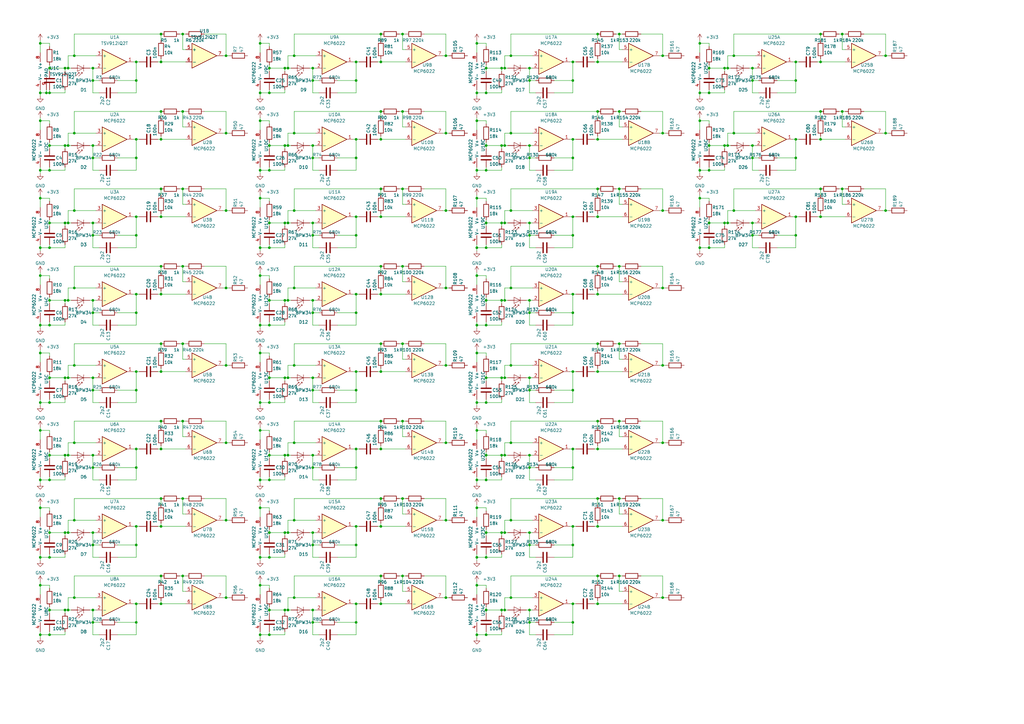
<source format=kicad_sch>
(kicad_sch (version 20211123) (generator eeschema)
  (paper "A3")
  (lib_symbols
    (symbol "Amplifier_Operational:MCP6022" (pin_names (offset 0.127))
      (property "Reference" "U" (at 0 5.08 0))
      (property "Value" "MCP6022" (at 0 -5.08 0))
      (symbol "MCP6022_1_1"
        (pin output line (at 7.62 0 180) (length 2.54) (name "~") (number "1"))
        (pin input line (at -7.62 -2.54 0) (length 2.54) (name "-") (number "2"))
        (pin input line (at -7.62 2.54 0) (length 2.54) (name "+") (number "3"))
      )
      (symbol "MCP6022_2_1"
        (pin input line (at -7.62 2.54 0) (length 2.54) (name "+") (number "5"))
        (pin input line (at -7.62 -2.54 0) (length 2.54) (name "-") (number "6"))
        (pin output line (at 7.62 0 180) (length 2.54) (name "~") (number "7"))
      )
      (symbol "MCP6022_3_1"
        (pin power_in line (at -2.54 -7.62 90) (length 3.81) (name "V-") (number "4"))
        (pin power_in line (at -2.54 7.62 270) (length 3.81) (name "V+") (number "8"))
      )
    )
    (symbol "Amplifier_Operational:TSV912IQ2T" (pin_names (offset 0.127))
      (property "Reference" "U" (at 0 5.08 0))
      (property "Value" "TSV912IQ2T" (at 0 -5.08 0))
      (symbol "TSV912IQ2T_1_1"
        (pin output line (at 7.62 0 180) (length 2.54) (name "~") (number "1"))
        (pin input line (at -7.62 -2.54 0) (length 2.54) (name "-") (number "2"))
        (pin input line (at -7.62 2.54 0) (length 2.54) (name "+") (number "3"))
      )
      (symbol "TSV912IQ2T_2_1"
        (pin input line (at -7.62 2.54 0) (length 2.54) (name "+") (number "5"))
        (pin input line (at -7.62 -2.54 0) (length 2.54) (name "-") (number "6"))
        (pin output line (at 7.62 0 180) (length 2.54) (name "~") (number "7"))
      )
      (symbol "TSV912IQ2T_3_1"
        (pin power_in line (at -2.54 -7.62 90) (length 3.81) (name "V-") (number "4"))
        (pin power_in line (at -2.54 7.62 270) (length 3.81) (name "V+") (number "8"))
        (pin power_in line (at 0 -7.62 90) (length 5.08) (name "PAD") (number "9"))
      )
    )
    (symbol "Device:C" (pin_numbers hide) (pin_names (offset 0.254))
      (property "Reference" "C" (at 0.635 2.54 0))
      (property "Value" "C" (at 0.635 -2.54 0))
      (symbol "C_1_1"
        (pin passive line (at 0 3.81 270) (length 2.794) (name "~") (number "1"))
        (pin passive line (at 0 -3.81 90) (length 2.794) (name "~") (number "2"))
      )
    )
    (symbol "Device:R" (pin_numbers hide) (pin_names (offset 0))
      (property "Reference" "R" (at 2.032 0 90))
      (property "Value" "R" (at 0 0 90))
      (symbol "R_1_1"
        (pin passive line (at 0 3.81 270) (length 1.27) (name "~") (number "1"))
        (pin passive line (at 0 -3.81 90) (length 1.27) (name "~") (number "2"))
      )
    )
    (symbol "Sensor_Optical:BPW34" (pin_numbers hide) (pin_names (offset 1.016) hide)
      (property "Reference" "D" (at 0.508 1.778 0))
      (property "Value" "BPW34" (at -1.016 -2.794 0))
      (symbol "BPW34_1_1"
        (pin passive line (at -5.08 0 0) (length 2.54) (name "K") (number "1"))
        (pin passive line (at 2.54 0 180) (length 2.54) (name "A") (number "2"))
      )
    )
    (symbol "power:+3.3V" (power) (pin_names (offset 0))
      (property "Value" "+3.3V" (at 0 3.556 0))
      (symbol "+3.3V_1_1"
        (pin power_in line (at 0 0 90) (length 0) hide (name "+3V3") (number "1"))
      )
    )
    (symbol "power:GND" (power) (pin_names (offset 0))
      (property "Value" "GND" (at 0 -3.81 0))
      (symbol "GND_1_1"
        (pin power_in line (at 0 0 270) (length 0) hide (name "GND") (number "1"))
      )
    )
  )
  (junction (at 74.93 236.22))
  (junction (at 116.84 186.69))
  (junction (at 199.39 260.35))
  (junction (at 106.68 165.1))
  (junction (at 195.58 38.1))
  (junction (at 128.27 123.19))
  (junction (at 287.02 69.85))
  (junction (at 74.93 204.47))
  (junction (at 55.88 160.02))
  (junction (at 16.51 144.78))
  (junction (at 106.68 38.1))
  (junction (at 245.11 88.9))
  (junction (at 20.32 218.44))
  (junction (at 128.27 186.69))
  (junction (at 336.55 57.15))
  (junction (at 128.27 33.02))
  (junction (at 66.04 45.72))
  (junction (at 199.39 27.94))
  (junction (at 217.17 96.52))
  (junction (at 217.17 123.19))
  (junction (at 245.11 215.9))
  (junction (at 92.71 118.11))
  (junction (at 290.83 27.94))
  (junction (at 326.39 33.02))
  (junction (at 336.55 77.47))
  (junction (at 209.55 245.11))
  (junction (at 146.05 88.9))
  (junction (at 16.51 240.03))
  (junction (at 195.58 208.28))
  (junction (at 245.11 109.22))
  (junction (at 199.39 228.6))
  (junction (at 30.48 245.11))
  (junction (at 27.94 59.69))
  (junction (at 106.68 176.53))
  (junction (at 205.74 218.44))
  (junction (at 55.88 255.27))
  (junction (at 156.21 204.47))
  (junction (at 16.51 17.78))
  (junction (at 66.04 57.15))
  (junction (at 297.18 27.94))
  (junction (at 110.49 196.85))
  (junction (at 55.88 25.4))
  (junction (at 290.83 59.69))
  (junction (at 110.49 165.1))
  (junction (at 146.05 128.27))
  (junction (at 106.68 196.85))
  (junction (at 30.48 86.36))
  (junction (at 205.74 27.94))
  (junction (at 128.27 255.27))
  (junction (at 195.58 196.85))
  (junction (at 55.88 96.52))
  (junction (at 16.51 165.1))
  (junction (at 146.05 215.9))
  (junction (at 205.74 91.44))
  (junction (at 26.67 250.19))
  (junction (at 207.01 123.19))
  (junction (at 217.17 27.94))
  (junction (at 209.55 149.86))
  (junction (at 38.1 223.52))
  (junction (at 217.17 218.44))
  (junction (at 74.93 45.72))
  (junction (at 106.68 144.78))
  (junction (at 217.17 91.44))
  (junction (at 156.21 215.9))
  (junction (at 38.1 191.77))
  (junction (at 55.88 64.77))
  (junction (at 195.58 228.6))
  (junction (at 118.11 123.19))
  (junction (at 66.04 140.97))
  (junction (at 195.58 81.28))
  (junction (at 245.11 184.15))
  (junction (at 195.58 144.78))
  (junction (at 74.93 13.97))
  (junction (at 106.68 81.28))
  (junction (at 16.51 69.85))
  (junction (at 165.1 172.72))
  (junction (at 30.48 181.61))
  (junction (at 234.95 120.65))
  (junction (at 38.1 186.69))
  (junction (at 128.27 191.77))
  (junction (at 128.27 59.69))
  (junction (at 16.51 176.53))
  (junction (at 146.05 33.02))
  (junction (at 209.55 22.86))
  (junction (at 66.04 25.4))
  (junction (at 27.94 154.94))
  (junction (at 20.32 59.69))
  (junction (at 182.88 54.61))
  (junction (at 20.32 196.85))
  (junction (at 92.71 245.11))
  (junction (at 26.67 123.19))
  (junction (at 55.88 247.65))
  (junction (at 308.61 27.94))
  (junction (at 254 77.47))
  (junction (at 110.49 123.19))
  (junction (at 30.48 22.86))
  (junction (at 20.32 133.35))
  (junction (at 55.88 223.52))
  (junction (at 66.04 184.15))
  (junction (at 345.44 45.72))
  (junction (at 106.68 101.6))
  (junction (at 182.88 118.11))
  (junction (at 209.55 86.36))
  (junction (at 156.21 25.4))
  (junction (at 16.51 228.6))
  (junction (at 118.11 250.19))
  (junction (at 26.67 218.44))
  (junction (at 300.99 86.36))
  (junction (at 16.51 133.35))
  (junction (at 195.58 240.03))
  (junction (at 66.04 152.4))
  (junction (at 156.21 88.9))
  (junction (at 92.71 213.36))
  (junction (at 287.02 101.6))
  (junction (at 217.17 255.27))
  (junction (at 120.65 181.61))
  (junction (at 30.48 149.86))
  (junction (at 209.55 54.61))
  (junction (at 106.68 17.78))
  (junction (at 27.94 250.19))
  (junction (at 118.11 186.69))
  (junction (at 26.67 91.44))
  (junction (at 308.61 91.44))
  (junction (at 156.21 57.15))
  (junction (at 146.05 25.4))
  (junction (at 290.83 38.1))
  (junction (at 165.1 140.97))
  (junction (at 245.11 140.97))
  (junction (at 195.58 17.78))
  (junction (at 146.05 160.02))
  (junction (at 156.21 236.22))
  (junction (at 271.78 54.61))
  (junction (at 207.01 27.94))
  (junction (at 345.44 77.47))
  (junction (at 254 172.72))
  (junction (at 106.68 228.6))
  (junction (at 16.51 38.1))
  (junction (at 66.04 88.9))
  (junction (at 254 109.22))
  (junction (at 146.05 191.77))
  (junction (at 55.88 33.02))
  (junction (at 20.32 154.94))
  (junction (at 128.27 250.19))
  (junction (at 308.61 96.52))
  (junction (at 74.93 140.97))
  (junction (at 156.21 172.72))
  (junction (at 217.17 128.27))
  (junction (at 195.58 49.53))
  (junction (at 298.45 59.69))
  (junction (at 66.04 77.47))
  (junction (at 156.21 184.15))
  (junction (at 110.49 154.94))
  (junction (at 118.11 27.94))
  (junction (at 234.95 57.15))
  (junction (at 120.65 22.86))
  (junction (at 207.01 154.94))
  (junction (at 55.88 184.15))
  (junction (at 254 236.22))
  (junction (at 55.88 128.27))
  (junction (at 298.45 91.44))
  (junction (at 300.99 54.61))
  (junction (at 326.39 96.52))
  (junction (at 199.39 69.85))
  (junction (at 146.05 184.15))
  (junction (at 20.32 260.35))
  (junction (at 254 140.97))
  (junction (at 287.02 49.53))
  (junction (at 217.17 186.69))
  (junction (at 326.39 57.15))
  (junction (at 110.49 228.6))
  (junction (at 326.39 64.77))
  (junction (at 74.93 77.47))
  (junction (at 110.49 59.69))
  (junction (at 38.1 154.94))
  (junction (at 182.88 149.86))
  (junction (at 55.88 88.9))
  (junction (at 110.49 27.94))
  (junction (at 254 45.72))
  (junction (at 20.32 69.85))
  (junction (at 146.05 247.65))
  (junction (at 205.74 154.94))
  (junction (at 195.58 133.35))
  (junction (at 38.1 123.19))
  (junction (at 271.78 22.86))
  (junction (at 26.67 154.94))
  (junction (at 110.49 186.69))
  (junction (at 156.21 152.4))
  (junction (at 245.11 247.65))
  (junction (at 234.95 247.65))
  (junction (at 182.88 213.36))
  (junction (at 245.11 152.4))
  (junction (at 207.01 250.19))
  (junction (at 207.01 218.44))
  (junction (at 128.27 218.44))
  (junction (at 128.27 64.77))
  (junction (at 195.58 260.35))
  (junction (at 234.95 215.9))
  (junction (at 128.27 128.27))
  (junction (at 120.65 149.86))
  (junction (at 118.11 218.44))
  (junction (at 290.83 91.44))
  (junction (at 116.84 250.19))
  (junction (at 16.51 260.35))
  (junction (at 110.49 91.44))
  (junction (at 156.21 13.97))
  (junction (at 106.68 208.28))
  (junction (at 271.78 213.36))
  (junction (at 207.01 91.44))
  (junction (at 217.17 33.02))
  (junction (at 234.95 223.52))
  (junction (at 209.55 213.36))
  (junction (at 182.88 86.36))
  (junction (at 195.58 113.03))
  (junction (at 30.48 213.36))
  (junction (at 20.32 27.94))
  (junction (at 30.48 54.61))
  (junction (at 156.21 140.97))
  (junction (at 156.21 77.47))
  (junction (at 92.71 86.36))
  (junction (at 66.04 109.22))
  (junction (at 245.11 13.97))
  (junction (at 118.11 154.94))
  (junction (at 234.95 184.15))
  (junction (at 128.27 27.94))
  (junction (at 16.51 196.85))
  (junction (at 217.17 160.02))
  (junction (at 26.67 27.94))
  (junction (at 106.68 113.03))
  (junction (at 234.95 96.52))
  (junction (at 38.1 27.94))
  (junction (at 245.11 172.72))
  (junction (at 199.39 59.69))
  (junction (at 118.11 91.44))
  (junction (at 199.39 38.1))
  (junction (at 271.78 118.11))
  (junction (at 30.48 118.11))
  (junction (at 205.74 123.19))
  (junction (at 26.67 59.69))
  (junction (at 199.39 123.19))
  (junction (at 55.88 152.4))
  (junction (at 345.44 13.97))
  (junction (at 245.11 236.22))
  (junction (at 165.1 236.22))
  (junction (at 26.67 186.69))
  (junction (at 165.1 204.47))
  (junction (at 146.05 64.77))
  (junction (at 182.88 22.86))
  (junction (at 207.01 59.69))
  (junction (at 207.01 186.69))
  (junction (at 110.49 260.35))
  (junction (at 128.27 160.02))
  (junction (at 199.39 218.44))
  (junction (at 287.02 38.1))
  (junction (at 55.88 191.77))
  (junction (at 217.17 64.77))
  (junction (at 308.61 33.02))
  (junction (at 336.55 88.9))
  (junction (at 199.39 250.19))
  (junction (at 27.94 218.44))
  (junction (at 205.74 186.69))
  (junction (at 20.32 186.69))
  (junction (at 205.74 59.69))
  (junction (at 128.27 223.52))
  (junction (at 199.39 196.85))
  (junction (at 116.84 59.69))
  (junction (at 106.68 133.35))
  (junction (at 128.27 91.44))
  (junction (at 110.49 218.44))
  (junction (at 298.45 27.94))
  (junction (at 146.05 57.15))
  (junction (at 120.65 118.11))
  (junction (at 20.32 91.44))
  (junction (at 234.95 64.77))
  (junction (at 254 204.47))
  (junction (at 156.21 247.65))
  (junction (at 74.93 109.22))
  (junction (at 74.93 172.72))
  (junction (at 287.02 81.28))
  (junction (at 120.65 213.36))
  (junction (at 336.55 13.97))
  (junction (at 19.05 38.1))
  (junction (at 16.51 49.53))
  (junction (at 38.1 91.44))
  (junction (at 146.05 96.52))
  (junction (at 209.55 181.61))
  (junction (at 16.51 208.28))
  (junction (at 146.05 152.4))
  (junction (at 245.11 120.65))
  (junction (at 234.95 88.9))
  (junction (at 106.68 260.35))
  (junction (at 20.32 228.6))
  (junction (at 38.1 128.27))
  (junction (at 116.84 123.19))
  (junction (at 199.39 91.44))
  (junction (at 217.17 154.94))
  (junction (at 195.58 101.6))
  (junction (at 120.65 86.36))
  (junction (at 326.39 25.4))
  (junction (at 217.17 250.19))
  (junction (at 182.88 181.61))
  (junction (at 300.99 22.86))
  (junction (at 110.49 38.1))
  (junction (at 234.95 152.4))
  (junction (at 16.51 101.6))
  (junction (at 55.88 120.65))
  (junction (at 199.39 165.1))
  (junction (at 336.55 25.4))
  (junction (at 66.04 172.72))
  (junction (at 120.65 245.11))
  (junction (at 245.11 204.47))
  (junction (at 146.05 223.52))
  (junction (at 254 13.97))
  (junction (at 66.04 215.9))
  (junction (at 55.88 57.15))
  (junction (at 165.1 13.97))
  (junction (at 110.49 250.19))
  (junction (at 308.61 64.77))
  (junction (at 27.94 27.94))
  (junction (at 38.1 250.19))
  (junction (at 245.11 77.47))
  (junction (at 363.22 86.36))
  (junction (at 271.78 245.11))
  (junction (at 106.68 49.53))
  (junction (at 245.11 45.72))
  (junction (at 16.51 81.28))
  (junction (at 217.17 223.52))
  (junction (at 20.32 38.1))
  (junction (at 234.95 255.27))
  (junction (at 156.21 120.65))
  (junction (at 234.95 128.27))
  (junction (at 146.05 120.65))
  (junction (at 116.84 218.44))
  (junction (at 205.74 250.19))
  (junction (at 38.1 33.02))
  (junction (at 66.04 236.22))
  (junction (at 271.78 181.61))
  (junction (at 66.04 13.97))
  (junction (at 128.27 154.94))
  (junction (at 20.32 123.19))
  (junction (at 16.51 113.03))
  (junction (at 363.22 54.61))
  (junction (at 234.95 25.4))
  (junction (at 38.1 96.52))
  (junction (at 245.11 25.4))
  (junction (at 20.32 250.19))
  (junction (at 110.49 69.85))
  (junction (at 66.04 120.65))
  (junction (at 116.84 27.94))
  (junction (at 182.88 245.11))
  (junction (at 38.1 59.69))
  (junction (at 92.71 22.86))
  (junction (at 199.39 154.94))
  (junction (at 106.68 240.03))
  (junction (at 92.71 149.86))
  (junction (at 199.39 186.69))
  (junction (at 38.1 64.77))
  (junction (at 55.88 215.9))
  (junction (at 195.58 69.85))
  (junction (at 92.71 54.61))
  (junction (at 271.78 86.36))
  (junction (at 27.94 186.69))
  (junction (at 195.58 176.53))
  (junction (at 271.78 149.86))
  (junction (at 27.94 123.19))
  (junction (at 156.21 45.72))
  (junction (at 297.18 59.69))
  (junction (at 290.83 101.6))
  (junction (at 92.71 181.61))
  (junction (at 217.17 59.69))
  (junction (at 290.83 69.85))
  (junction (at 20.32 165.1))
  (junction (at 146.05 255.27))
  (junction (at 165.1 45.72))
  (junction (at 287.02 17.78))
  (junction (at 38.1 255.27))
  (junction (at 245.11 57.15))
  (junction (at 38.1 218.44))
  (junction (at 209.55 118.11))
  (junction (at 116.84 91.44))
  (junction (at 38.1 160.02))
  (junction (at 106.68 69.85))
  (junction (at 308.61 59.69))
  (junction (at 118.11 59.69))
  (junction (at 110.49 101.6))
  (junction (at 234.95 191.77))
  (junction (at 66.04 247.65))
  (junction (at 297.18 91.44))
  (junction (at 165.1 77.47))
  (junction (at 195.58 165.1))
  (junction (at 199.39 133.35))
  (junction (at 66.04 204.47))
  (junction (at 110.49 133.35))
  (junction (at 234.95 33.02))
  (junction (at 156.21 109.22))
  (junction (at 27.94 91.44))
  (junction (at 234.95 160.02))
  (junction (at 116.84 154.94))
  (junction (at 128.27 96.52))
  (junction (at 336.55 45.72))
  (junction (at 20.32 101.6))
  (junction (at 326.39 88.9))
  (junction (at 217.17 191.77))
  (junction (at 165.1 109.22))
  (junction (at 120.65 54.61))
  (junction (at 363.22 22.86))
  (junction (at 199.39 101.6))
  (wire (pts (xy 128.27 218.44) (xy 128.27 223.52)))
  (wire (pts (xy 127 123.19) (xy 128.27 123.19)))
  (wire (pts (xy 66.04 182.88) (xy 66.04 184.15)))
  (wire (pts (xy 128.27 69.85) (xy 130.81 69.85)))
  (wire (pts (xy 163.83 45.72) (xy 165.1 45.72)))
  (wire (pts (xy 205.74 132.08) (xy 205.74 133.35)))
  (wire (pts (xy 308.61 64.77) (xy 311.15 64.77)))
  (wire (pts (xy 146.05 57.15) (xy 147.32 57.15)))
  (wire (pts (xy 205.74 227.33) (xy 205.74 228.6)))
  (wire (pts (xy 92.71 213.36) (xy 93.98 213.36)))
  (wire (pts (xy 38.1 255.27) (xy 40.64 255.27)))
  (wire (pts (xy 30.48 109.22) (xy 30.48 118.11)))
  (wire (pts (xy 38.1 160.02) (xy 40.64 160.02)))
  (wire (pts (xy 287.02 68.58) (xy 287.02 69.85)))
  (wire (pts (xy 363.22 13.97) (xy 363.22 22.86)))
  (wire (pts (xy 118.11 22.86) (xy 120.65 22.86)))
  (wire (pts (xy 36.83 154.94) (xy 38.1 154.94)))
  (wire (pts (xy 39.37 154.94) (xy 38.1 154.94)))
  (wire (pts (xy 118.11 86.36) (xy 120.65 86.36)))
  (wire (pts (xy 205.74 59.69) (xy 205.74 60.96)))
  (wire (pts (xy 205.74 91.44) (xy 205.74 92.71)))
  (wire (pts (xy 74.93 236.22) (xy 74.93 242.57)))
  (wire (pts (xy 129.54 54.61) (xy 120.65 54.61)))
  (wire (pts (xy 309.88 86.36) (xy 300.99 86.36)))
  (wire (pts (xy 195.58 144.78) (xy 195.58 148.59)))
  (wire (pts (xy 66.04 151.13) (xy 66.04 152.4)))
  (wire (pts (xy 271.78 86.36) (xy 273.05 86.36)))
  (wire (pts (xy 195.58 132.08) (xy 195.58 133.35)))
  (wire (pts (xy 156.21 25.4) (xy 166.37 25.4)))
  (wire (pts (xy 110.49 100.33) (xy 110.49 101.6)))
  (wire (pts (xy 55.88 120.65) (xy 57.15 120.65)))
  (wire (pts (xy 106.68 240.03) (xy 106.68 243.84)))
  (wire (pts (xy 254 236.22) (xy 255.27 236.22)))
  (wire (pts (xy 271.78 204.47) (xy 271.78 213.36)))
  (wire (pts (xy 55.88 25.4) (xy 57.15 25.4)))
  (wire (pts (xy 74.93 77.47) (xy 76.2 77.47)))
  (wire (pts (xy 110.49 68.58) (xy 110.49 69.85)))
  (wire (pts (xy 344.17 77.47) (xy 345.44 77.47)))
  (wire (pts (xy 73.66 204.47) (xy 74.93 204.47)))
  (wire (pts (xy 199.39 90.17) (xy 199.39 91.44)))
  (wire (pts (xy 287.02 17.78) (xy 287.02 21.59)))
  (wire (pts (xy 55.88 88.9) (xy 55.88 96.52)))
  (wire (pts (xy 66.04 215.9) (xy 64.77 215.9)))
  (wire (pts (xy 110.49 91.44) (xy 116.84 91.44)))
  (wire (pts (xy 308.61 101.6) (xy 311.15 101.6)))
  (wire (pts (xy 110.49 26.67) (xy 110.49 27.94)))
  (wire (pts (xy 156.21 215.9) (xy 166.37 215.9)))
  (wire (pts (xy 254 115.57) (xy 255.27 115.57)))
  (wire (pts (xy 106.68 195.58) (xy 106.68 196.85)))
  (wire (pts (xy 207.01 59.69) (xy 207.01 54.61)))
  (wire (pts (xy 271.78 109.22) (xy 271.78 118.11)))
  (wire (pts (xy 129.54 245.11) (xy 120.65 245.11)))
  (wire (pts (xy 262.89 109.22) (xy 271.78 109.22)))
  (wire (pts (xy 318.77 69.85) (xy 326.39 69.85)))
  (wire (pts (xy 199.39 114.3) (xy 199.39 113.03)))
  (wire (pts (xy 48.26 33.02) (xy 55.88 33.02)))
  (wire (pts (xy 215.9 154.94) (xy 217.17 154.94)))
  (wire (pts (xy 55.88 152.4) (xy 55.88 160.02)))
  (wire (pts (xy 118.11 154.94) (xy 118.11 149.86)))
  (wire (pts (xy 165.1 115.57) (xy 166.37 115.57)))
  (wire (pts (xy 74.93 204.47) (xy 74.93 210.82)))
  (wire (pts (xy 92.71 77.47) (xy 92.71 86.36)))
  (wire (pts (xy 110.49 36.83) (xy 110.49 38.1)))
  (wire (pts (xy 195.58 113.03) (xy 195.58 116.84)))
  (wire (pts (xy 199.39 208.28) (xy 195.58 208.28)))
  (wire (pts (xy 116.84 123.19) (xy 116.84 124.46)))
  (wire (pts (xy 290.83 17.78) (xy 287.02 17.78)))
  (wire (pts (xy 16.51 38.1) (xy 16.51 39.37)))
  (wire (pts (xy 66.04 55.88) (xy 66.04 57.15)))
  (wire (pts (xy 199.39 59.69) (xy 205.74 59.69)))
  (wire (pts (xy 116.84 91.44) (xy 116.84 92.71)))
  (wire (pts (xy 156.21 109.22) (xy 120.65 109.22)))
  (wire (pts (xy 217.17 64.77) (xy 219.71 64.77)))
  (wire (pts (xy 309.88 27.94) (xy 308.61 27.94)))
  (wire (pts (xy 20.32 227.33) (xy 20.32 228.6)))
  (wire (pts (xy 110.49 218.44) (xy 110.49 219.71)))
  (wire (pts (xy 252.73 77.47) (xy 254 77.47)))
  (wire (pts (xy 20.32 209.55) (xy 20.32 208.28)))
  (wire (pts (xy 38.1 250.19) (xy 38.1 255.27)))
  (wire (pts (xy 205.74 59.69) (xy 207.01 59.69)))
  (wire (pts (xy 116.84 154.94) (xy 116.84 156.21)))
  (wire (pts (xy 217.17 165.1) (xy 217.17 160.02)))
  (wire (pts (xy 287.02 48.26) (xy 287.02 49.53)))
  (wire (pts (xy 252.73 172.72) (xy 254 172.72)))
  (wire (pts (xy 195.58 111.76) (xy 195.58 113.03)))
  (wire (pts (xy 207.01 149.86) (xy 209.55 149.86)))
  (wire (pts (xy 254 13.97) (xy 255.27 13.97)))
  (wire (pts (xy 138.43 33.02) (xy 146.05 33.02)))
  (wire (pts (xy 110.49 248.92) (xy 110.49 250.19)))
  (wire (pts (xy 165.1 179.07) (xy 166.37 179.07)))
  (wire (pts (xy 245.11 152.4) (xy 243.84 152.4)))
  (wire (pts (xy 38.1 101.6) (xy 40.64 101.6)))
  (wire (pts (xy 110.49 241.3) (xy 110.49 240.03)))
  (wire (pts (xy 298.45 91.44) (xy 298.45 86.36)))
  (wire (pts (xy 27.94 59.69) (xy 27.94 54.61)))
  (wire (pts (xy 83.82 109.22) (xy 92.71 109.22)))
  (wire (pts (xy 217.17 260.35) (xy 219.71 260.35)))
  (wire (pts (xy 290.83 27.94) (xy 297.18 27.94)))
  (wire (pts (xy 195.58 101.6) (xy 195.58 102.87)))
  (wire (pts (xy 16.51 163.83) (xy 16.51 165.1)))
  (wire (pts (xy 120.65 109.22) (xy 120.65 118.11)))
  (wire (pts (xy 118.11 154.94) (xy 119.38 154.94)))
  (wire (pts (xy 205.74 260.35) (xy 199.39 260.35)))
  (wire (pts (xy 262.89 77.47) (xy 271.78 77.47)))
  (wire (pts (xy 116.84 133.35) (xy 110.49 133.35)))
  (wire (pts (xy 106.68 165.1) (xy 106.68 166.37)))
  (wire (pts (xy 234.95 247.65) (xy 236.22 247.65)))
  (wire (pts (xy 74.93 45.72) (xy 74.93 52.07)))
  (wire (pts (xy 173.99 236.22) (xy 182.88 236.22)))
  (wire (pts (xy 182.88 204.47) (xy 182.88 213.36)))
  (wire (pts (xy 199.39 259.08) (xy 199.39 260.35)))
  (wire (pts (xy 74.93 210.82) (xy 76.2 210.82)))
  (wire (pts (xy 110.49 27.94) (xy 116.84 27.94)))
  (wire (pts (xy 116.84 186.69) (xy 118.11 186.69)))
  (wire (pts (xy 182.88 118.11) (xy 184.15 118.11)))
  (wire (pts (xy 199.39 91.44) (xy 205.74 91.44)))
  (wire (pts (xy 287.02 100.33) (xy 287.02 101.6)))
  (wire (pts (xy 48.26 255.27) (xy 55.88 255.27)))
  (wire (pts (xy 297.18 100.33) (xy 297.18 101.6)))
  (wire (pts (xy 146.05 120.65) (xy 147.32 120.65)))
  (wire (pts (xy 16.51 100.33) (xy 16.51 101.6)))
  (wire (pts (xy 195.58 69.85) (xy 199.39 69.85)))
  (wire (pts (xy 297.18 91.44) (xy 297.18 92.71)))
  (wire (pts (xy 156.21 204.47) (xy 120.65 204.47)))
  (wire (pts (xy 26.67 186.69) (xy 27.94 186.69)))
  (wire (pts (xy 27.94 27.94) (xy 29.21 27.94)))
  (wire (pts (xy 110.49 208.28) (xy 106.68 208.28)))
  (wire (pts (xy 128.27 160.02) (xy 130.81 160.02)))
  (wire (pts (xy 30.48 204.47) (xy 30.48 213.36)))
  (wire (pts (xy 207.01 22.86) (xy 209.55 22.86)))
  (wire (pts (xy 227.33 133.35) (xy 234.95 133.35)))
  (wire (pts (xy 16.51 38.1) (xy 19.05 38.1)))
  (wire (pts (xy 138.43 133.35) (xy 146.05 133.35)))
  (wire (pts (xy 39.37 250.19) (xy 38.1 250.19)))
  (wire (pts (xy 127 27.94) (xy 128.27 27.94)))
  (wire (pts (xy 27.94 245.11) (xy 30.48 245.11)))
  (wire (pts (xy 73.66 172.72) (xy 74.93 172.72)))
  (wire (pts (xy 39.37 118.11) (xy 30.48 118.11)))
  (wire (pts (xy 309.88 91.44) (xy 308.61 91.44)))
  (wire (pts (xy 55.88 128.27) (xy 55.88 133.35)))
  (wire (pts (xy 110.49 217.17) (xy 110.49 218.44)))
  (wire (pts (xy 209.55 13.97) (xy 209.55 22.86)))
  (wire (pts (xy 217.17 154.94) (xy 217.17 160.02)))
  (wire (pts (xy 66.04 80.01) (xy 66.04 77.47)))
  (wire (pts (xy 146.05 215.9) (xy 147.32 215.9)))
  (wire (pts (xy 163.83 77.47) (xy 165.1 77.47)))
  (wire (pts (xy 55.88 25.4) (xy 54.61 25.4)))
  (wire (pts (xy 245.11 25.4) (xy 243.84 25.4)))
  (wire (pts (xy 156.21 238.76) (xy 156.21 236.22)))
  (wire (pts (xy 55.88 247.65) (xy 57.15 247.65)))
  (wire (pts (xy 116.84 250.19) (xy 118.11 250.19)))
  (wire (pts (xy 205.74 38.1) (xy 199.39 38.1)))
  (wire (pts (xy 26.67 133.35) (xy 20.32 133.35)))
  (wire (pts (xy 74.93 172.72) (xy 76.2 172.72)))
  (wire (pts (xy 156.21 214.63) (xy 156.21 215.9)))
  (wire (pts (xy 227.33 96.52) (xy 234.95 96.52)))
  (wire (pts (xy 26.67 228.6) (xy 20.32 228.6)))
  (wire (pts (xy 39.37 123.19) (xy 38.1 123.19)))
  (wire (pts (xy 297.18 91.44) (xy 298.45 91.44)))
  (wire (pts (xy 26.67 132.08) (xy 26.67 133.35)))
  (wire (pts (xy 20.32 90.17) (xy 20.32 91.44)))
  (wire (pts (xy 156.21 207.01) (xy 156.21 204.47)))
  (wire (pts (xy 55.88 160.02) (xy 55.88 165.1)))
  (wire (pts (xy 207.01 213.36) (xy 209.55 213.36)))
  (wire (pts (xy 128.27 165.1) (xy 128.27 160.02)))
  (wire (pts (xy 73.66 77.47) (xy 74.93 77.47)))
  (wire (pts (xy 20.32 195.58) (xy 20.32 196.85)))
  (wire (pts (xy 118.11 59.69) (xy 118.11 54.61)))
  (wire (pts (xy 245.11 16.51) (xy 245.11 13.97)))
  (wire (pts (xy 205.74 154.94) (xy 207.01 154.94)))
  (wire (pts (xy 345.44 77.47) (xy 346.71 77.47)))
  (wire (pts (xy 110.49 81.28) (xy 106.68 81.28)))
  (wire (pts (xy 20.32 121.92) (xy 20.32 123.19)))
  (wire (pts (xy 163.83 204.47) (xy 165.1 204.47)))
  (wire (pts (xy 110.49 250.19) (xy 116.84 250.19)))
  (wire (pts (xy 165.1 147.32) (xy 166.37 147.32)))
  (wire (pts (xy 245.11 119.38) (xy 245.11 120.65)))
  (wire (pts (xy 48.26 196.85) (xy 55.88 196.85)))
  (wire (pts (xy 307.34 91.44) (xy 308.61 91.44)))
  (wire (pts (xy 254 140.97) (xy 255.27 140.97)))
  (wire (pts (xy 290.83 82.55) (xy 290.83 81.28)))
  (wire (pts (xy 234.95 57.15) (xy 234.95 64.77)))
  (wire (pts (xy 38.1 154.94) (xy 38.1 160.02)))
  (wire (pts (xy 165.1 172.72) (xy 165.1 179.07)))
  (wire (pts (xy 199.39 185.42) (xy 199.39 186.69)))
  (wire (pts (xy 127 250.19) (xy 128.27 250.19)))
  (wire (pts (xy 156.21 143.51) (xy 156.21 140.97)))
  (wire (pts (xy 16.51 259.08) (xy 16.51 260.35)))
  (wire (pts (xy 254 210.82) (xy 255.27 210.82)))
  (wire (pts (xy 110.49 250.19) (xy 110.49 251.46)))
  (wire (pts (xy 209.55 204.47) (xy 209.55 213.36)))
  (wire (pts (xy 287.02 49.53) (xy 287.02 53.34)))
  (wire (pts (xy 127 186.69) (xy 128.27 186.69)))
  (wire (pts (xy 298.45 91.44) (xy 299.72 91.44)))
  (wire (pts (xy 92.71 172.72) (xy 92.71 181.61)))
  (wire (pts (xy 110.49 163.83) (xy 110.49 165.1)))
  (wire (pts (xy 66.04 48.26) (xy 66.04 45.72)))
  (wire (pts (xy 215.9 27.94) (xy 217.17 27.94)))
  (wire (pts (xy 217.17 38.1) (xy 219.71 38.1)))
  (wire (pts (xy 74.93 140.97) (xy 76.2 140.97)))
  (wire (pts (xy 297.18 59.69) (xy 297.18 60.96)))
  (wire (pts (xy 271.78 13.97) (xy 271.78 22.86)))
  (wire (pts (xy 345.44 20.32) (xy 346.71 20.32)))
  (wire (pts (xy 106.68 260.35) (xy 110.49 260.35)))
  (wire (pts (xy 27.94 154.94) (xy 27.94 149.86)))
  (wire (pts (xy 234.95 152.4) (xy 233.68 152.4)))
  (wire (pts (xy 16.51 228.6) (xy 16.51 229.87)))
  (wire (pts (xy 128.27 69.85) (xy 128.27 64.77)))
  (wire (pts (xy 254 147.32) (xy 255.27 147.32)))
  (wire (pts (xy 20.32 26.67) (xy 20.32 27.94)))
  (wire (pts (xy 106.68 176.53) (xy 106.68 180.34)))
  (wire (pts (xy 156.21 88.9) (xy 154.94 88.9)))
  (wire (pts (xy 27.94 250.19) (xy 29.21 250.19)))
  (wire (pts (xy 199.39 146.05) (xy 199.39 144.78)))
  (wire (pts (xy 92.71 109.22) (xy 92.71 118.11)))
  (wire (pts (xy 74.93 204.47) (xy 76.2 204.47)))
  (wire (pts (xy 38.1 165.1) (xy 38.1 160.02)))
  (wire (pts (xy 118.11 218.44) (xy 119.38 218.44)))
  (wire (pts (xy 182.88 54.61) (xy 184.15 54.61)))
  (wire (pts (xy 110.49 227.33) (xy 110.49 228.6)))
  (wire (pts (xy 252.73 236.22) (xy 254 236.22)))
  (wire (pts (xy 270.51 118.11) (xy 271.78 118.11)))
  (wire (pts (xy 195.58 49.53) (xy 195.58 53.34)))
  (wire (pts (xy 205.74 154.94) (xy 205.74 156.21)))
  (wire (pts (xy 16.51 81.28) (xy 16.51 85.09)))
  (wire (pts (xy 106.68 69.85) (xy 110.49 69.85)))
  (wire (pts (xy 39.37 86.36) (xy 30.48 86.36)))
  (wire (pts (xy 234.95 215.9) (xy 236.22 215.9)))
  (wire (pts (xy 55.88 191.77) (xy 55.88 196.85)))
  (wire (pts (xy 205.74 27.94) (xy 205.74 29.21)))
  (wire (pts (xy 106.68 38.1) (xy 106.68 39.37)))
  (wire (pts (xy 48.26 69.85) (xy 55.88 69.85)))
  (wire (pts (xy 116.84 100.33) (xy 116.84 101.6)))
  (wire (pts (xy 308.61 38.1) (xy 311.15 38.1)))
  (wire (pts (xy 27.94 22.86) (xy 30.48 22.86)))
  (wire (pts (xy 146.05 33.02) (xy 146.05 38.1)))
  (wire (pts (xy 252.73 140.97) (xy 254 140.97)))
  (wire (pts (xy 36.83 59.69) (xy 38.1 59.69)))
  (wire (pts (xy 116.84 250.19) (xy 116.84 251.46)))
  (wire (pts (xy 207.01 250.19) (xy 208.28 250.19)))
  (wire (pts (xy 262.89 45.72) (xy 271.78 45.72)))
  (wire (pts (xy 245.11 152.4) (xy 255.27 152.4)))
  (wire (pts (xy 156.21 182.88) (xy 156.21 184.15)))
  (wire (pts (xy 38.1 27.94) (xy 38.1 33.02)))
  (wire (pts (xy 254 236.22) (xy 254 242.57)))
  (wire (pts (xy 254 52.07) (xy 255.27 52.07)))
  (wire (pts (xy 300.99 77.47) (xy 300.99 86.36)))
  (wire (pts (xy 146.05 184.15) (xy 146.05 191.77)))
  (wire (pts (xy 36.83 186.69) (xy 38.1 186.69)))
  (wire (pts (xy 199.39 154.94) (xy 205.74 154.94)))
  (wire (pts (xy 336.55 88.9) (xy 346.71 88.9)))
  (wire (pts (xy 127 59.69) (xy 128.27 59.69)))
  (wire (pts (xy 297.18 68.58) (xy 297.18 69.85)))
  (wire (pts (xy 156.21 184.15) (xy 166.37 184.15)))
  (wire (pts (xy 26.67 123.19) (xy 27.94 123.19)))
  (wire (pts (xy 116.84 218.44) (xy 118.11 218.44)))
  (wire (pts (xy 336.55 25.4) (xy 346.71 25.4)))
  (wire (pts (xy 106.68 111.76) (xy 106.68 113.03)))
  (wire (pts (xy 262.89 13.97) (xy 271.78 13.97)))
  (wire (pts (xy 128.27 38.1) (xy 130.81 38.1)))
  (wire (pts (xy 199.39 240.03) (xy 195.58 240.03)))
  (wire (pts (xy 156.21 175.26) (xy 156.21 172.72)))
  (wire (pts (xy 116.84 36.83) (xy 116.84 38.1)))
  (wire (pts (xy 298.45 59.69) (xy 298.45 54.61)))
  (wire (pts (xy 217.17 191.77) (xy 219.71 191.77)))
  (wire (pts (xy 27.94 218.44) (xy 27.94 213.36)))
  (wire (pts (xy 217.17 196.85) (xy 217.17 191.77)))
  (wire (pts (xy 217.17 133.35) (xy 217.17 128.27)))
  (wire (pts (xy 234.95 57.15) (xy 233.68 57.15)))
  (wire (pts (xy 245.11 45.72) (xy 209.55 45.72)))
  (wire (pts (xy 129.54 250.19) (xy 128.27 250.19)))
  (wire (pts (xy 254 77.47) (xy 255.27 77.47)))
  (wire (pts (xy 16.51 133.35) (xy 20.32 133.35)))
  (wire (pts (xy 182.88 149.86) (xy 184.15 149.86)))
  (wire (pts (xy 73.66 109.22) (xy 74.93 109.22)))
  (wire (pts (xy 207.01 86.36) (xy 209.55 86.36)))
  (wire (pts (xy 199.39 27.94) (xy 205.74 27.94)))
  (wire (pts (xy 74.93 20.32) (xy 76.2 20.32)))
  (wire (pts (xy 345.44 45.72) (xy 346.71 45.72)))
  (wire (pts (xy 38.1 64.77) (xy 40.64 64.77)))
  (wire (pts (xy 262.89 204.47) (xy 271.78 204.47)))
  (wire (pts (xy 215.9 123.19) (xy 217.17 123.19)))
  (wire (pts (xy 38.1 101.6) (xy 38.1 96.52)))
  (wire (pts (xy 234.95 120.65) (xy 236.22 120.65)))
  (wire (pts (xy 66.04 215.9) (xy 76.2 215.9)))
  (wire (pts (xy 156.21 120.65) (xy 166.37 120.65)))
  (wire (pts (xy 128.27 260.35) (xy 130.81 260.35)))
  (wire (pts (xy 20.32 154.94) (xy 20.32 156.21)))
  (wire (pts (xy 245.11 111.76) (xy 245.11 109.22)))
  (wire (pts (xy 181.61 86.36) (xy 182.88 86.36)))
  (wire (pts (xy 234.95 191.77) (xy 234.95 196.85)))
  (wire (pts (xy 118.11 27.94) (xy 119.38 27.94)))
  (wire (pts (xy 195.58 48.26) (xy 195.58 49.53)))
  (wire (pts (xy 205.74 186.69) (xy 205.74 187.96)))
  (wire (pts (xy 146.05 64.77) (xy 146.05 69.85)))
  (wire (pts (xy 156.21 88.9) (xy 166.37 88.9)))
  (wire (pts (xy 205.74 101.6) (xy 199.39 101.6)))
  (wire (pts (xy 74.93 83.82) (xy 76.2 83.82)))
  (wire (pts (xy 129.54 27.94) (xy 128.27 27.94)))
  (wire (pts (xy 16.51 69.85) (xy 20.32 69.85)))
  (wire (pts (xy 195.58 165.1) (xy 199.39 165.1)))
  (wire (pts (xy 199.39 250.19) (xy 199.39 251.46)))
  (wire (pts (xy 27.94 186.69) (xy 27.94 181.61)))
  (wire (pts (xy 55.88 255.27) (xy 55.88 260.35)))
  (wire (pts (xy 146.05 25.4) (xy 147.32 25.4)))
  (wire (pts (xy 27.94 123.19) (xy 29.21 123.19)))
  (wire (pts (xy 110.49 144.78) (xy 106.68 144.78)))
  (wire (pts (xy 20.32 27.94) (xy 20.32 29.21)))
  (wire (pts (xy 309.88 59.69) (xy 308.61 59.69)))
  (wire (pts (xy 271.78 22.86) (xy 273.05 22.86)))
  (wire (pts (xy 55.88 215.9) (xy 55.88 223.52)))
  (wire (pts (xy 120.65 13.97) (xy 120.65 22.86)))
  (wire (pts (xy 110.49 114.3) (xy 110.49 113.03)))
  (wire (pts (xy 297.18 27.94) (xy 298.45 27.94)))
  (wire (pts (xy 245.11 204.47) (xy 209.55 204.47)))
  (wire (pts (xy 128.27 101.6) (xy 130.81 101.6)))
  (wire (pts (xy 308.61 69.85) (xy 308.61 64.77)))
  (wire (pts (xy 110.49 123.19) (xy 110.49 124.46)))
  (wire (pts (xy 106.68 38.1) (xy 110.49 38.1)))
  (wire (pts (xy 308.61 91.44) (xy 308.61 96.52)))
  (wire (pts (xy 165.1 77.47) (xy 166.37 77.47)))
  (wire (pts (xy 298.45 59.69) (xy 299.72 59.69)))
  (wire (pts (xy 39.37 149.86) (xy 30.48 149.86)))
  (wire (pts (xy 116.84 186.69) (xy 116.84 187.96)))
  (wire (pts (xy 26.67 218.44) (xy 26.67 219.71)))
  (wire (pts (xy 205.74 100.33) (xy 205.74 101.6)))
  (wire (pts (xy 245.11 184.15) (xy 243.84 184.15)))
  (wire (pts (xy 199.39 241.3) (xy 199.39 240.03)))
  (wire (pts (xy 48.26 128.27) (xy 55.88 128.27)))
  (wire (pts (xy 16.51 196.85) (xy 20.32 196.85)))
  (wire (pts (xy 245.11 207.01) (xy 245.11 204.47)))
  (wire (pts (xy 209.55 236.22) (xy 209.55 245.11)))
  (wire (pts (xy 128.27 255.27) (xy 130.81 255.27)))
  (wire (pts (xy 106.68 16.51) (xy 106.68 17.78)))
  (wire (pts (xy 345.44 13.97) (xy 345.44 20.32)))
  (wire (pts (xy 118.11 181.61) (xy 120.65 181.61)))
  (wire (pts (xy 227.33 255.27) (xy 234.95 255.27)))
  (wire (pts (xy 173.99 45.72) (xy 182.88 45.72)))
  (wire (pts (xy 116.84 123.19) (xy 118.11 123.19)))
  (wire (pts (xy 20.32 218.44) (xy 26.67 218.44)))
  (wire (pts (xy 245.11 175.26) (xy 245.11 172.72)))
  (wire (pts (xy 146.05 57.15) (xy 146.05 64.77)))
  (wire (pts (xy 48.26 165.1) (xy 55.88 165.1)))
  (wire (pts (xy 106.68 113.03) (xy 106.68 116.84)))
  (wire (pts (xy 165.1 140.97) (xy 165.1 147.32)))
  (wire (pts (xy 218.44 54.61) (xy 209.55 54.61)))
  (wire (pts (xy 195.58 260.35) (xy 195.58 261.62)))
  (wire (pts (xy 290.83 50.8) (xy 290.83 49.53)))
  (wire (pts (xy 128.27 260.35) (xy 128.27 255.27)))
  (wire (pts (xy 297.18 38.1) (xy 290.83 38.1)))
  (wire (pts (xy 110.49 176.53) (xy 106.68 176.53)))
  (wire (pts (xy 217.17 128.27) (xy 219.71 128.27)))
  (wire (pts (xy 129.54 186.69) (xy 128.27 186.69)))
  (wire (pts (xy 16.51 144.78) (xy 16.51 148.59)))
  (wire (pts (xy 20.32 241.3) (xy 20.32 240.03)))
  (wire (pts (xy 336.55 13.97) (xy 300.99 13.97)))
  (wire (pts (xy 27.94 91.44) (xy 29.21 91.44)))
  (wire (pts (xy 73.66 45.72) (xy 74.93 45.72)))
  (wire (pts (xy 156.21 80.01) (xy 156.21 77.47)))
  (wire (pts (xy 195.58 68.58) (xy 195.58 69.85)))
  (wire (pts (xy 118.11 123.19) (xy 118.11 118.11)))
  (wire (pts (xy 118.11 213.36) (xy 120.65 213.36)))
  (wire (pts (xy 27.94 91.44) (xy 27.94 86.36)))
  (wire (pts (xy 118.11 59.69) (xy 119.38 59.69)))
  (wire (pts (xy 55.88 96.52) (xy 55.88 101.6)))
  (wire (pts (xy 254 45.72) (xy 255.27 45.72)))
  (wire (pts (xy 199.39 121.92) (xy 199.39 123.19)))
  (wire (pts (xy 66.04 45.72) (xy 30.48 45.72)))
  (wire (pts (xy 217.17 101.6) (xy 219.71 101.6)))
  (wire (pts (xy 26.67 68.58) (xy 26.67 69.85)))
  (wire (pts (xy 110.49 209.55) (xy 110.49 208.28)))
  (wire (pts (xy 217.17 27.94) (xy 217.17 33.02)))
  (wire (pts (xy 74.93 236.22) (xy 76.2 236.22)))
  (wire (pts (xy 195.58 208.28) (xy 195.58 212.09)))
  (wire (pts (xy 290.83 49.53) (xy 287.02 49.53)))
  (wire (pts (xy 36.83 27.94) (xy 38.1 27.94)))
  (wire (pts (xy 110.49 82.55) (xy 110.49 81.28)))
  (wire (pts (xy 156.21 57.15) (xy 166.37 57.15)))
  (wire (pts (xy 66.04 88.9) (xy 76.2 88.9)))
  (wire (pts (xy 16.51 111.76) (xy 16.51 113.03)))
  (wire (pts (xy 156.21 25.4) (xy 154.94 25.4)))
  (wire (pts (xy 39.37 59.69) (xy 38.1 59.69)))
  (wire (pts (xy 205.74 123.19) (xy 205.74 124.46)))
  (wire (pts (xy 227.33 128.27) (xy 234.95 128.27)))
  (wire (pts (xy 326.39 57.15) (xy 327.66 57.15)))
  (wire (pts (xy 199.39 144.78) (xy 195.58 144.78)))
  (wire (pts (xy 16.51 132.08) (xy 16.51 133.35)))
  (wire (pts (xy 138.43 64.77) (xy 146.05 64.77)))
  (wire (pts (xy 66.04 143.51) (xy 66.04 140.97)))
  (wire (pts (xy 146.05 215.9) (xy 144.78 215.9)))
  (wire (pts (xy 195.58 100.33) (xy 195.58 101.6)))
  (wire (pts (xy 254 109.22) (xy 255.27 109.22)))
  (wire (pts (xy 20.32 163.83) (xy 20.32 165.1)))
  (wire (pts (xy 116.84 195.58) (xy 116.84 196.85)))
  (wire (pts (xy 66.04 214.63) (xy 66.04 215.9)))
  (wire (pts (xy 128.27 91.44) (xy 128.27 96.52)))
  (wire (pts (xy 199.39 186.69) (xy 205.74 186.69)))
  (wire (pts (xy 120.65 77.47) (xy 120.65 86.36)))
  (wire (pts (xy 290.83 91.44) (xy 290.83 92.71)))
  (wire (pts (xy 38.1 196.85) (xy 38.1 191.77)))
  (wire (pts (xy 106.68 132.08) (xy 106.68 133.35)))
  (wire (pts (xy 66.04 109.22) (xy 30.48 109.22)))
  (wire (pts (xy 245.11 247.65) (xy 255.27 247.65)))
  (wire (pts (xy 27.94 181.61) (xy 30.48 181.61)))
  (wire (pts (xy 74.93 242.57) (xy 76.2 242.57)))
  (wire (pts (xy 16.51 133.35) (xy 16.51 134.62)))
  (wire (pts (xy 39.37 54.61) (xy 30.48 54.61)))
  (wire (pts (xy 287.02 38.1) (xy 290.83 38.1)))
  (wire (pts (xy 215.9 59.69) (xy 217.17 59.69)))
  (wire (pts (xy 345.44 77.47) (xy 345.44 83.82)))
  (wire (pts (xy 218.44 250.19) (xy 217.17 250.19)))
  (wire (pts (xy 116.84 132.08) (xy 116.84 133.35)))
  (wire (pts (xy 106.68 163.83) (xy 106.68 165.1)))
  (wire (pts (xy 156.21 120.65) (xy 154.94 120.65)))
  (wire (pts (xy 227.33 191.77) (xy 234.95 191.77)))
  (wire (pts (xy 106.68 144.78) (xy 106.68 148.59)))
  (wire (pts (xy 20.32 19.05) (xy 20.32 17.78)))
  (wire (pts (xy 218.44 59.69) (xy 217.17 59.69)))
  (wire (pts (xy 92.71 22.86) (xy 93.98 22.86)))
  (wire (pts (xy 181.61 213.36) (xy 182.88 213.36)))
  (wire (pts (xy 298.45 27.94) (xy 299.72 27.94)))
  (wire (pts (xy 39.37 218.44) (xy 38.1 218.44)))
  (wire (pts (xy 146.05 120.65) (xy 144.78 120.65)))
  (wire (pts (xy 205.74 27.94) (xy 207.01 27.94)))
  (wire (pts (xy 146.05 160.02) (xy 146.05 165.1)))
  (wire (pts (xy 48.26 96.52) (xy 55.88 96.52)))
  (wire (pts (xy 146.05 88.9) (xy 144.78 88.9)))
  (wire (pts (xy 287.02 101.6) (xy 290.83 101.6)))
  (wire (pts (xy 116.84 154.94) (xy 118.11 154.94)))
  (wire (pts (xy 55.88 64.77) (xy 55.88 69.85)))
  (wire (pts (xy 307.34 59.69) (xy 308.61 59.69)))
  (wire (pts (xy 146.05 223.52) (xy 146.05 228.6)))
  (wire (pts (xy 218.44 186.69) (xy 217.17 186.69)))
  (wire (pts (xy 245.11 120.65) (xy 255.27 120.65)))
  (wire (pts (xy 128.27 123.19) (xy 128.27 128.27)))
  (wire (pts (xy 363.22 45.72) (xy 363.22 54.61)))
  (wire (pts (xy 199.39 59.69) (xy 199.39 60.96)))
  (wire (pts (xy 326.39 25.4) (xy 326.39 33.02)))
  (wire (pts (xy 217.17 123.19) (xy 217.17 128.27)))
  (wire (pts (xy 215.9 186.69) (xy 217.17 186.69)))
  (wire (pts (xy 287.02 38.1) (xy 287.02 39.37)))
  (wire (pts (xy 326.39 57.15) (xy 326.39 64.77)))
  (wire (pts (xy 116.84 196.85) (xy 110.49 196.85)))
  (wire (pts (xy 234.95 64.77) (xy 234.95 69.85)))
  (wire (pts (xy 205.74 91.44) (xy 207.01 91.44)))
  (wire (pts (xy 30.48 236.22) (xy 30.48 245.11)))
  (wire (pts (xy 156.21 172.72) (xy 120.65 172.72)))
  (wire (pts (xy 195.58 195.58) (xy 195.58 196.85)))
  (wire (pts (xy 118.11 118.11) (xy 120.65 118.11)))
  (wire (pts (xy 326.39 57.15) (xy 325.12 57.15)))
  (wire (pts (xy 27.94 250.19) (xy 27.94 245.11)))
  (wire (pts (xy 116.84 227.33) (xy 116.84 228.6)))
  (wire (pts (xy 66.04 120.65) (xy 64.77 120.65)))
  (wire (pts (xy 116.84 163.83) (xy 116.84 165.1)))
  (wire (pts (xy 195.58 81.28) (xy 195.58 85.09)))
  (wire (pts (xy 128.27 96.52) (xy 130.81 96.52)))
  (wire (pts (xy 55.88 223.52) (xy 55.88 228.6)))
  (wire (pts (xy 38.1 59.69) (xy 38.1 64.77)))
  (wire (pts (xy 16.51 68.58) (xy 16.51 69.85)))
  (wire (pts (xy 207.01 118.11) (xy 209.55 118.11)))
  (wire (pts (xy 20.32 208.28) (xy 16.51 208.28)))
  (wire (pts (xy 165.1 83.82) (xy 166.37 83.82)))
  (wire (pts (xy 128.27 154.94) (xy 128.27 160.02)))
  (wire (pts (xy 271.78 245.11) (xy 273.05 245.11)))
  (wire (pts (xy 195.58 196.85) (xy 199.39 196.85)))
  (wire (pts (xy 336.55 48.26) (xy 336.55 45.72)))
  (wire (pts (xy 182.88 13.97) (xy 182.88 22.86)))
  (wire (pts (xy 363.22 54.61) (xy 364.49 54.61)))
  (wire (pts (xy 20.32 146.05) (xy 20.32 144.78)))
  (wire (pts (xy 127 154.94) (xy 128.27 154.94)))
  (wire (pts (xy 199.39 49.53) (xy 195.58 49.53)))
  (wire (pts (xy 20.32 114.3) (xy 20.32 113.03)))
  (wire (pts (xy 336.55 57.15) (xy 346.71 57.15)))
  (wire (pts (xy 199.39 19.05) (xy 199.39 17.78)))
  (wire (pts (xy 74.93 147.32) (xy 76.2 147.32)))
  (wire (pts (xy 20.32 123.19) (xy 26.67 123.19)))
  (wire (pts (xy 20.32 91.44) (xy 20.32 92.71)))
  (wire (pts (xy 336.55 16.51) (xy 336.55 13.97)))
  (wire (pts (xy 20.32 100.33) (xy 20.32 101.6)))
  (wire (pts (xy 92.71 204.47) (xy 92.71 213.36)))
  (wire (pts (xy 26.67 250.19) (xy 27.94 250.19)))
  (wire (pts (xy 199.39 123.19) (xy 199.39 124.46)))
  (wire (pts (xy 156.21 48.26) (xy 156.21 45.72)))
  (wire (pts (xy 199.39 81.28) (xy 195.58 81.28)))
  (wire (pts (xy 271.78 149.86) (xy 273.05 149.86)))
  (wire (pts (xy 66.04 111.76) (xy 66.04 109.22)))
  (wire (pts (xy 173.99 109.22) (xy 182.88 109.22)))
  (wire (pts (xy 39.37 22.86) (xy 30.48 22.86)))
  (wire (pts (xy 195.58 228.6) (xy 199.39 228.6)))
  (wire (pts (xy 92.71 181.61) (xy 93.98 181.61)))
  (wire (pts (xy 110.49 153.67) (xy 110.49 154.94)))
  (wire (pts (xy 146.05 25.4) (xy 144.78 25.4)))
  (wire (pts (xy 287.02 69.85) (xy 287.02 71.12)))
  (wire (pts (xy 217.17 101.6) (xy 217.17 96.52)))
  (wire (pts (xy 138.43 191.77) (xy 146.05 191.77)))
  (wire (pts (xy 336.55 45.72) (xy 300.99 45.72)))
  (wire (pts (xy 287.02 80.01) (xy 287.02 81.28)))
  (wire (pts (xy 91.44 181.61) (xy 92.71 181.61)))
  (wire (pts (xy 128.27 196.85) (xy 130.81 196.85)))
  (wire (pts (xy 217.17 96.52) (xy 219.71 96.52)))
  (wire (pts (xy 66.04 25.4) (xy 64.77 25.4)))
  (wire (pts (xy 234.95 25.4) (xy 236.22 25.4)))
  (wire (pts (xy 205.74 163.83) (xy 205.74 165.1)))
  (wire (pts (xy 55.88 215.9) (xy 54.61 215.9)))
  (wire (pts (xy 26.67 260.35) (xy 20.32 260.35)))
  (wire (pts (xy 182.88 213.36) (xy 184.15 213.36)))
  (wire (pts (xy 118.11 250.19) (xy 119.38 250.19)))
  (wire (pts (xy 271.78 77.47) (xy 271.78 86.36)))
  (wire (pts (xy 120.65 172.72) (xy 120.65 181.61)))
  (wire (pts (xy 38.1 38.1) (xy 40.64 38.1)))
  (wire (pts (xy 66.04 246.38) (xy 66.04 247.65)))
  (wire (pts (xy 38.1 186.69) (xy 38.1 191.77)))
  (wire (pts (xy 308.61 33.02) (xy 311.15 33.02)))
  (wire (pts (xy 290.83 91.44) (xy 297.18 91.44)))
  (wire (pts (xy 245.11 140.97) (xy 209.55 140.97)))
  (wire (pts (xy 66.04 247.65) (xy 76.2 247.65)))
  (wire (pts (xy 207.01 218.44) (xy 207.01 213.36)))
  (wire (pts (xy 129.54 118.11) (xy 120.65 118.11)))
  (wire (pts (xy 227.33 38.1) (xy 234.95 38.1)))
  (wire (pts (xy 128.27 250.19) (xy 128.27 255.27)))
  (wire (pts (xy 245.11 88.9) (xy 243.84 88.9)))
  (wire (pts (xy 227.33 33.02) (xy 234.95 33.02)))
  (wire (pts (xy 181.61 54.61) (xy 182.88 54.61)))
  (wire (pts (xy 55.88 25.4) (xy 55.88 33.02)))
  (wire (pts (xy 195.58 175.26) (xy 195.58 176.53)))
  (wire (pts (xy 118.11 123.19) (xy 119.38 123.19)))
  (wire (pts (xy 318.77 38.1) (xy 326.39 38.1)))
  (wire (pts (xy 307.34 27.94) (xy 308.61 27.94)))
  (wire (pts (xy 163.83 13.97) (xy 165.1 13.97)))
  (wire (pts (xy 106.68 196.85) (xy 110.49 196.85)))
  (wire (pts (xy 290.83 26.67) (xy 290.83 27.94)))
  (wire (pts (xy 128.27 38.1) (xy 128.27 33.02)))
  (wire (pts (xy 110.49 49.53) (xy 106.68 49.53)))
  (wire (pts (xy 30.48 140.97) (xy 30.48 149.86)))
  (wire (pts (xy 106.68 48.26) (xy 106.68 49.53)))
  (wire (pts (xy 146.05 152.4) (xy 144.78 152.4)))
  (wire (pts (xy 165.1 204.47) (xy 166.37 204.47)))
  (wire (pts (xy 336.55 25.4) (xy 335.28 25.4)))
  (wire (pts (xy 156.21 57.15) (xy 154.94 57.15)))
  (wire (pts (xy 227.33 228.6) (xy 234.95 228.6)))
  (wire (pts (xy 165.1 210.82) (xy 166.37 210.82)))
  (wire (pts (xy 91.44 149.86) (xy 92.71 149.86)))
  (wire (pts (xy 38.1 133.35) (xy 40.64 133.35)))
  (wire (pts (xy 20.32 59.69) (xy 26.67 59.69)))
  (wire (pts (xy 218.44 27.94) (xy 217.17 27.94)))
  (wire (pts (xy 66.04 172.72) (xy 30.48 172.72)))
  (wire (pts (xy 217.17 38.1) (xy 217.17 33.02)))
  (wire (pts (xy 26.67 154.94) (xy 26.67 156.21)))
  (wire (pts (xy 26.67 227.33) (xy 26.67 228.6)))
  (wire (pts (xy 218.44 118.11) (xy 209.55 118.11)))
  (wire (pts (xy 20.32 81.28) (xy 16.51 81.28)))
  (wire (pts (xy 207.01 91.44) (xy 208.28 91.44)))
  (wire (pts (xy 26.67 165.1) (xy 20.32 165.1)))
  (wire (pts (xy 245.11 151.13) (xy 245.11 152.4)))
  (wire (pts (xy 110.49 132.08) (xy 110.49 133.35)))
  (wire (pts (xy 205.74 36.83) (xy 205.74 38.1)))
  (wire (pts (xy 217.17 260.35) (xy 217.17 255.27)))
  (wire (pts (xy 270.51 245.11) (xy 271.78 245.11)))
  (wire (pts (xy 182.88 22.86) (xy 184.15 22.86)))
  (wire (pts (xy 16.51 113.03) (xy 16.51 116.84)))
  (wire (pts (xy 271.78 181.61) (xy 273.05 181.61)))
  (wire (pts (xy 199.39 227.33) (xy 199.39 228.6)))
  (wire (pts (xy 26.67 27.94) (xy 26.67 29.21)))
  (wire (pts (xy 116.84 165.1) (xy 110.49 165.1)))
  (wire (pts (xy 209.55 140.97) (xy 209.55 149.86)))
  (wire (pts (xy 318.77 101.6) (xy 326.39 101.6)))
  (wire (pts (xy 27.94 59.69) (xy 29.21 59.69)))
  (wire (pts (xy 48.26 101.6) (xy 55.88 101.6)))
  (wire (pts (xy 165.1 109.22) (xy 165.1 115.57)))
  (wire (pts (xy 199.39 218.44) (xy 205.74 218.44)))
  (wire (pts (xy 245.11 57.15) (xy 255.27 57.15)))
  (wire (pts (xy 298.45 22.86) (xy 300.99 22.86)))
  (wire (pts (xy 38.1 260.35) (xy 38.1 255.27)))
  (wire (pts (xy 163.83 236.22) (xy 165.1 236.22)))
  (wire (pts (xy 110.49 50.8) (xy 110.49 49.53)))
  (wire (pts (xy 182.88 236.22) (xy 182.88 245.11)))
  (wire (pts (xy 55.88 57.15) (xy 55.88 64.77)))
  (wire (pts (xy 209.55 45.72) (xy 209.55 54.61)))
  (wire (pts (xy 207.01 154.94) (xy 207.01 149.86)))
  (wire (pts (xy 16.51 80.01) (xy 16.51 81.28)))
  (wire (pts (xy 73.66 140.97) (xy 74.93 140.97)))
  (wire (pts (xy 38.1 191.77) (xy 40.64 191.77)))
  (wire (pts (xy 91.44 118.11) (xy 92.71 118.11)))
  (wire (pts (xy 195.58 101.6) (xy 199.39 101.6)))
  (wire (pts (xy 165.1 204.47) (xy 165.1 210.82)))
  (wire (pts (xy 326.39 96.52) (xy 326.39 101.6)))
  (wire (pts (xy 173.99 13.97) (xy 182.88 13.97)))
  (wire (pts (xy 245.11 87.63) (xy 245.11 88.9)))
  (wire (pts (xy 245.11 77.47) (xy 209.55 77.47)))
  (wire (pts (xy 106.68 196.85) (xy 106.68 198.12)))
  (wire (pts (xy 354.33 45.72) (xy 363.22 45.72)))
  (wire (pts (xy 207.01 91.44) (xy 207.01 86.36)))
  (wire (pts (xy 309.88 54.61) (xy 300.99 54.61)))
  (wire (pts (xy 215.9 250.19) (xy 217.17 250.19)))
  (wire (pts (xy 297.18 101.6) (xy 290.83 101.6)))
  (wire (pts (xy 66.04 87.63) (xy 66.04 88.9)))
  (wire (pts (xy 129.54 213.36) (xy 120.65 213.36)))
  (wire (pts (xy 106.68 143.51) (xy 106.68 144.78)))
  (wire (pts (xy 245.11 24.13) (xy 245.11 25.4)))
  (wire (pts (xy 182.88 86.36) (xy 184.15 86.36)))
  (wire (pts (xy 165.1 45.72) (xy 165.1 52.07)))
  (wire (pts (xy 66.04 236.22) (xy 30.48 236.22)))
  (wire (pts (xy 20.32 153.67) (xy 20.32 154.94)))
  (wire (pts (xy 110.49 90.17) (xy 110.49 91.44)))
  (wire (pts (xy 354.33 13.97) (xy 363.22 13.97)))
  (wire (pts (xy 20.32 113.03) (xy 16.51 113.03)))
  (wire (pts (xy 252.73 45.72) (xy 254 45.72)))
  (wire (pts (xy 195.58 259.08) (xy 195.58 260.35)))
  (wire (pts (xy 165.1 109.22) (xy 166.37 109.22)))
  (wire (pts (xy 182.88 109.22) (xy 182.88 118.11)))
  (wire (pts (xy 290.83 59.69) (xy 297.18 59.69)))
  (wire (pts (xy 270.51 149.86) (xy 271.78 149.86)))
  (wire (pts (xy 207.01 59.69) (xy 208.28 59.69)))
  (wire (pts (xy 234.95 57.15) (xy 236.22 57.15)))
  (wire (pts (xy 38.1 38.1) (xy 38.1 33.02)))
  (wire (pts (xy 20.32 27.94) (xy 26.67 27.94)))
  (wire (pts (xy 26.67 101.6) (xy 20.32 101.6)))
  (wire (pts (xy 16.51 69.85) (xy 16.51 71.12)))
  (wire (pts (xy 55.88 215.9) (xy 57.15 215.9)))
  (wire (pts (xy 66.04 247.65) (xy 64.77 247.65)))
  (wire (pts (xy 128.27 27.94) (xy 128.27 33.02)))
  (wire (pts (xy 361.95 86.36) (xy 363.22 86.36)))
  (wire (pts (xy 245.11 80.01) (xy 245.11 77.47)))
  (wire (pts (xy 66.04 184.15) (xy 64.77 184.15)))
  (wire (pts (xy 217.17 196.85) (xy 219.71 196.85)))
  (wire (pts (xy 146.05 184.15) (xy 144.78 184.15)))
  (wire (pts (xy 205.74 196.85) (xy 199.39 196.85)))
  (wire (pts (xy 116.84 69.85) (xy 110.49 69.85)))
  (wire (pts (xy 156.21 236.22) (xy 120.65 236.22)))
  (wire (pts (xy 138.43 96.52) (xy 146.05 96.52)))
  (wire (pts (xy 92.71 13.97) (xy 92.71 22.86)))
  (wire (pts (xy 26.67 154.94) (xy 27.94 154.94)))
  (wire (pts (xy 92.71 140.97) (xy 92.71 149.86)))
  (wire (pts (xy 83.82 204.47) (xy 92.71 204.47)))
  (wire (pts (xy 66.04 119.38) (xy 66.04 120.65)))
  (wire (pts (xy 245.11 143.51) (xy 245.11 140.97)))
  (wire (pts (xy 30.48 13.97) (xy 30.48 22.86)))
  (wire (pts (xy 16.51 238.76) (xy 16.51 240.03)))
  (wire (pts (xy 254 45.72) (xy 254 52.07)))
  (wire (pts (xy 195.58 80.01) (xy 195.58 81.28)))
  (wire (pts (xy 290.83 58.42) (xy 290.83 59.69)))
  (wire (pts (xy 118.11 91.44) (xy 119.38 91.44)))
  (wire (pts (xy 345.44 13.97) (xy 346.71 13.97)))
  (wire (pts (xy 16.51 260.35) (xy 20.32 260.35)))
  (wire (pts (xy 129.54 22.86) (xy 120.65 22.86)))
  (wire (pts (xy 116.84 38.1) (xy 110.49 38.1)))
  (wire (pts (xy 20.32 49.53) (xy 16.51 49.53)))
  (wire (pts (xy 254 179.07) (xy 255.27 179.07)))
  (wire (pts (xy 173.99 77.47) (xy 182.88 77.47)))
  (wire (pts (xy 106.68 81.28) (xy 106.68 85.09)))
  (wire (pts (xy 138.43 38.1) (xy 146.05 38.1)))
  (wire (pts (xy 38.1 165.1) (xy 40.64 165.1)))
  (wire (pts (xy 106.68 49.53) (xy 106.68 53.34)))
  (wire (pts (xy 138.43 260.35) (xy 146.05 260.35)))
  (wire (pts (xy 270.51 54.61) (xy 271.78 54.61)))
  (wire (pts (xy 199.39 17.78) (xy 195.58 17.78)))
  (wire (pts (xy 199.39 113.03) (xy 195.58 113.03)))
  (wire (pts (xy 363.22 77.47) (xy 363.22 86.36)))
  (wire (pts (xy 138.43 128.27) (xy 146.05 128.27)))
  (wire (pts (xy 297.18 36.83) (xy 297.18 38.1)))
  (wire (pts (xy 110.49 17.78) (xy 106.68 17.78)))
  (wire (pts (xy 254 77.47) (xy 254 83.82)))
  (wire (pts (xy 195.58 165.1) (xy 195.58 166.37)))
  (wire (pts (xy 234.95 184.15) (xy 234.95 191.77)))
  (wire (pts (xy 199.39 218.44) (xy 199.39 219.71)))
  (wire (pts (xy 129.54 149.86) (xy 120.65 149.86)))
  (wire (pts (xy 26.67 123.19) (xy 26.67 124.46)))
  (wire (pts (xy 156.21 140.97) (xy 120.65 140.97)))
  (wire (pts (xy 234.95 247.65) (xy 233.68 247.65)))
  (wire (pts (xy 74.93 13.97) (xy 76.2 13.97)))
  (wire (pts (xy 336.55 88.9) (xy 335.28 88.9)))
  (wire (pts (xy 30.48 77.47) (xy 30.48 86.36)))
  (wire (pts (xy 146.05 247.65) (xy 146.05 255.27)))
  (wire (pts (xy 118.11 54.61) (xy 120.65 54.61)))
  (wire (pts (xy 83.82 77.47) (xy 92.71 77.47)))
  (wire (pts (xy 205.74 195.58) (xy 205.74 196.85)))
  (wire (pts (xy 227.33 165.1) (xy 234.95 165.1)))
  (wire (pts (xy 199.39 27.94) (xy 199.39 29.21)))
  (wire (pts (xy 287.02 16.51) (xy 287.02 17.78)))
  (wire (pts (xy 326.39 33.02) (xy 326.39 38.1)))
  (wire (pts (xy 66.04 57.15) (xy 76.2 57.15)))
  (wire (pts (xy 318.77 96.52) (xy 326.39 96.52)))
  (wire (pts (xy 156.21 87.63) (xy 156.21 88.9)))
  (wire (pts (xy 234.95 88.9) (xy 233.68 88.9)))
  (wire (pts (xy 66.04 25.4) (xy 76.2 25.4)))
  (wire (pts (xy 92.71 245.11) (xy 93.98 245.11)))
  (wire (pts (xy 83.82 140.97) (xy 92.71 140.97)))
  (wire (pts (xy 227.33 223.52) (xy 234.95 223.52)))
  (wire (pts (xy 146.05 152.4) (xy 146.05 160.02)))
  (wire (pts (xy 16.51 143.51) (xy 16.51 144.78)))
  (wire (pts (xy 26.67 100.33) (xy 26.67 101.6)))
  (wire (pts (xy 110.49 59.69) (xy 110.49 60.96)))
  (wire (pts (xy 27.94 27.94) (xy 27.94 22.86)))
  (wire (pts (xy 48.26 228.6) (xy 55.88 228.6)))
  (wire (pts (xy 116.84 27.94) (xy 118.11 27.94)))
  (wire (pts (xy 27.94 118.11) (xy 30.48 118.11)))
  (wire (pts (xy 245.11 238.76) (xy 245.11 236.22)))
  (wire (pts (xy 182.88 77.47) (xy 182.88 86.36)))
  (wire (pts (xy 110.49 154.94) (xy 116.84 154.94)))
  (wire (pts (xy 128.27 186.69) (xy 128.27 191.77)))
  (wire (pts (xy 245.11 109.22) (xy 209.55 109.22)))
  (wire (pts (xy 48.26 64.77) (xy 55.88 64.77)))
  (wire (pts (xy 66.04 204.47) (xy 30.48 204.47)))
  (wire (pts (xy 74.93 109.22) (xy 74.93 115.57)))
  (wire (pts (xy 234.95 88.9) (xy 236.22 88.9)))
  (wire (pts (xy 218.44 22.86) (xy 209.55 22.86)))
  (wire (pts (xy 199.39 82.55) (xy 199.39 81.28)))
  (wire (pts (xy 326.39 88.9) (xy 327.66 88.9)))
  (wire (pts (xy 91.44 54.61) (xy 92.71 54.61)))
  (wire (pts (xy 217.17 91.44) (xy 217.17 96.52)))
  (wire (pts (xy 297.18 69.85) (xy 290.83 69.85)))
  (wire (pts (xy 297.18 59.69) (xy 298.45 59.69)))
  (wire (pts (xy 205.74 186.69) (xy 207.01 186.69)))
  (wire (pts (xy 163.83 140.97) (xy 165.1 140.97)))
  (wire (pts (xy 26.67 218.44) (xy 27.94 218.44)))
  (wire (pts (xy 66.04 140.97) (xy 30.48 140.97)))
  (wire (pts (xy 300.99 13.97) (xy 300.99 22.86)))
  (wire (pts (xy 245.11 120.65) (xy 243.84 120.65)))
  (wire (pts (xy 234.95 120.65) (xy 233.68 120.65)))
  (wire (pts (xy 199.39 163.83) (xy 199.39 165.1)))
  (wire (pts (xy 262.89 140.97) (xy 271.78 140.97)))
  (wire (pts (xy 207.01 218.44) (xy 208.28 218.44)))
  (wire (pts (xy 146.05 255.27) (xy 146.05 260.35)))
  (wire (pts (xy 156.21 152.4) (xy 154.94 152.4)))
  (wire (pts (xy 20.32 154.94) (xy 26.67 154.94)))
  (wire (pts (xy 199.39 248.92) (xy 199.39 250.19)))
  (wire (pts (xy 234.95 215.9) (xy 233.68 215.9)))
  (wire (pts (xy 254 204.47) (xy 254 210.82)))
  (wire (pts (xy 26.67 38.1) (xy 20.32 38.1)))
  (wire (pts (xy 309.88 22.86) (xy 300.99 22.86)))
  (wire (pts (xy 74.93 77.47) (xy 74.93 83.82)))
  (wire (pts (xy 116.84 218.44) (xy 116.84 219.71)))
  (wire (pts (xy 156.21 119.38) (xy 156.21 120.65)))
  (wire (pts (xy 146.05 247.65) (xy 144.78 247.65)))
  (wire (pts (xy 218.44 181.61) (xy 209.55 181.61)))
  (wire (pts (xy 234.95 215.9) (xy 234.95 223.52)))
  (wire (pts (xy 146.05 25.4) (xy 146.05 33.02)))
  (wire (pts (xy 199.39 58.42) (xy 199.39 59.69)))
  (wire (pts (xy 209.55 77.47) (xy 209.55 86.36)))
  (wire (pts (xy 218.44 86.36) (xy 209.55 86.36)))
  (wire (pts (xy 36.83 250.19) (xy 38.1 250.19)))
  (wire (pts (xy 110.49 185.42) (xy 110.49 186.69)))
  (wire (pts (xy 165.1 236.22) (xy 166.37 236.22)))
  (wire (pts (xy 217.17 69.85) (xy 217.17 64.77)))
  (wire (pts (xy 16.51 196.85) (xy 16.51 198.12)))
  (wire (pts (xy 16.51 260.35) (xy 16.51 261.62)))
  (wire (pts (xy 110.49 177.8) (xy 110.49 176.53)))
  (wire (pts (xy 26.67 196.85) (xy 20.32 196.85)))
  (wire (pts (xy 27.94 218.44) (xy 29.21 218.44)))
  (wire (pts (xy 20.32 186.69) (xy 26.67 186.69)))
  (wire (pts (xy 199.39 100.33) (xy 199.39 101.6)))
  (wire (pts (xy 92.71 149.86) (xy 93.98 149.86)))
  (wire (pts (xy 38.1 228.6) (xy 40.64 228.6)))
  (wire (pts (xy 290.83 68.58) (xy 290.83 69.85)))
  (wire (pts (xy 217.17 186.69) (xy 217.17 191.77)))
  (wire (pts (xy 30.48 172.72) (xy 30.48 181.61)))
  (wire (pts (xy 181.61 118.11) (xy 182.88 118.11)))
  (wire (pts (xy 195.58 143.51) (xy 195.58 144.78)))
  (wire (pts (xy 290.83 90.17) (xy 290.83 91.44)))
  (wire (pts (xy 36.83 91.44) (xy 38.1 91.44)))
  (wire (pts (xy 128.27 223.52) (xy 130.81 223.52)))
  (wire (pts (xy 106.68 165.1) (xy 110.49 165.1)))
  (wire (pts (xy 215.9 218.44) (xy 217.17 218.44)))
  (wire (pts (xy 318.77 33.02) (xy 326.39 33.02)))
  (wire (pts (xy 234.95 152.4) (xy 234.95 160.02)))
  (wire (pts (xy 19.05 38.1) (xy 20.32 38.1)))
  (wire (pts (xy 20.32 176.53) (xy 16.51 176.53)))
  (wire (pts (xy 218.44 149.86) (xy 209.55 149.86)))
  (wire (pts (xy 146.05 184.15) (xy 147.32 184.15)))
  (wire (pts (xy 106.68 100.33) (xy 106.68 101.6)))
  (wire (pts (xy 205.74 123.19) (xy 207.01 123.19)))
  (wire (pts (xy 38.1 91.44) (xy 38.1 96.52)))
  (wire (pts (xy 129.54 86.36) (xy 120.65 86.36)))
  (wire (pts (xy 245.11 246.38) (xy 245.11 247.65)))
  (wire (pts (xy 217.17 160.02) (xy 219.71 160.02)))
  (wire (pts (xy 165.1 52.07) (xy 166.37 52.07)))
  (wire (pts (xy 110.49 123.19) (xy 116.84 123.19)))
  (wire (pts (xy 199.39 176.53) (xy 195.58 176.53)))
  (wire (pts (xy 48.26 223.52) (xy 55.88 223.52)))
  (wire (pts (xy 27.94 54.61) (xy 30.48 54.61)))
  (wire (pts (xy 287.02 36.83) (xy 287.02 38.1)))
  (wire (pts (xy 106.68 80.01) (xy 106.68 81.28)))
  (wire (pts (xy 106.68 228.6) (xy 110.49 228.6)))
  (wire (pts (xy 195.58 260.35) (xy 199.39 260.35)))
  (wire (pts (xy 234.95 184.15) (xy 233.68 184.15)))
  (wire (pts (xy 199.39 123.19) (xy 205.74 123.19)))
  (wire (pts (xy 156.21 152.4) (xy 166.37 152.4)))
  (wire (pts (xy 16.51 49.53) (xy 16.51 53.34)))
  (wire (pts (xy 128.27 64.77) (xy 130.81 64.77)))
  (wire (pts (xy 234.95 160.02) (xy 234.95 165.1)))
  (wire (pts (xy 354.33 77.47) (xy 363.22 77.47)))
  (wire (pts (xy 27.94 213.36) (xy 30.48 213.36)))
  (wire (pts (xy 39.37 91.44) (xy 38.1 91.44)))
  (wire (pts (xy 181.61 22.86) (xy 182.88 22.86)))
  (wire (pts (xy 26.67 163.83) (xy 26.67 165.1)))
  (wire (pts (xy 128.27 128.27) (xy 130.81 128.27)))
  (wire (pts (xy 344.17 13.97) (xy 345.44 13.97)))
  (wire (pts (xy 30.48 45.72) (xy 30.48 54.61)))
  (wire (pts (xy 20.32 185.42) (xy 20.32 186.69)))
  (wire (pts (xy 215.9 91.44) (xy 217.17 91.44)))
  (wire (pts (xy 199.39 132.08) (xy 199.39 133.35)))
  (wire (pts (xy 138.43 196.85) (xy 146.05 196.85)))
  (wire (pts (xy 26.67 195.58) (xy 26.67 196.85)))
  (wire (pts (xy 20.32 123.19) (xy 20.32 124.46)))
  (wire (pts (xy 326.39 88.9) (xy 326.39 96.52)))
  (wire (pts (xy 271.78 140.97) (xy 271.78 149.86)))
  (wire (pts (xy 74.93 172.72) (xy 74.93 179.07)))
  (wire (pts (xy 308.61 27.94) (xy 308.61 33.02)))
  (wire (pts (xy 146.05 128.27) (xy 146.05 133.35)))
  (wire (pts (xy 199.39 186.69) (xy 199.39 187.96)))
  (wire (pts (xy 326.39 64.77) (xy 326.39 69.85)))
  (wire (pts (xy 16.51 101.6) (xy 20.32 101.6)))
  (wire (pts (xy 234.95 223.52) (xy 234.95 228.6)))
  (wire (pts (xy 55.88 120.65) (xy 55.88 128.27)))
  (wire (pts (xy 217.17 69.85) (xy 219.71 69.85)))
  (wire (pts (xy 128.27 228.6) (xy 128.27 223.52)))
  (wire (pts (xy 38.1 69.85) (xy 40.64 69.85)))
  (wire (pts (xy 271.78 45.72) (xy 271.78 54.61)))
  (wire (pts (xy 116.84 260.35) (xy 110.49 260.35)))
  (wire (pts (xy 146.05 120.65) (xy 146.05 128.27)))
  (wire (pts (xy 55.88 88.9) (xy 54.61 88.9)))
  (wire (pts (xy 218.44 213.36) (xy 209.55 213.36)))
  (wire (pts (xy 199.39 50.8) (xy 199.39 49.53)))
  (wire (pts (xy 205.74 218.44) (xy 205.74 219.71)))
  (wire (pts (xy 118.11 27.94) (xy 118.11 22.86)))
  (wire (pts (xy 20.32 36.83) (xy 20.32 38.1)))
  (wire (pts (xy 116.84 101.6) (xy 110.49 101.6)))
  (wire (pts (xy 345.44 52.07) (xy 346.71 52.07)))
  (wire (pts (xy 217.17 165.1) (xy 219.71 165.1)))
  (wire (pts (xy 217.17 223.52) (xy 219.71 223.52)))
  (wire (pts (xy 92.71 118.11) (xy 93.98 118.11)))
  (wire (pts (xy 110.49 146.05) (xy 110.49 144.78)))
  (wire (pts (xy 106.68 259.08) (xy 106.68 260.35)))
  (wire (pts (xy 218.44 91.44) (xy 217.17 91.44)))
  (wire (pts (xy 38.1 69.85) (xy 38.1 64.77)))
  (wire (pts (xy 38.1 96.52) (xy 40.64 96.52)))
  (wire (pts (xy 106.68 238.76) (xy 106.68 240.03)))
  (wire (pts (xy 16.51 240.03) (xy 16.51 243.84)))
  (wire (pts (xy 83.82 13.97) (xy 92.71 13.97)))
  (wire (pts (xy 163.83 109.22) (xy 165.1 109.22)))
  (wire (pts (xy 20.32 50.8) (xy 20.32 49.53)))
  (wire (pts (xy 254 83.82) (xy 255.27 83.82)))
  (wire (pts (xy 138.43 101.6) (xy 146.05 101.6)))
  (wire (pts (xy 165.1 20.32) (xy 166.37 20.32)))
  (wire (pts (xy 245.11 182.88) (xy 245.11 184.15)))
  (wire (pts (xy 116.84 27.94) (xy 116.84 29.21)))
  (wire (pts (xy 270.51 181.61) (xy 271.78 181.61)))
  (wire (pts (xy 245.11 88.9) (xy 255.27 88.9)))
  (wire (pts (xy 207.01 250.19) (xy 207.01 245.11)))
  (wire (pts (xy 83.82 45.72) (xy 92.71 45.72)))
  (wire (pts (xy 83.82 172.72) (xy 92.71 172.72)))
  (wire (pts (xy 254 204.47) (xy 255.27 204.47)))
  (wire (pts (xy 156.21 13.97) (xy 120.65 13.97)))
  (wire (pts (xy 195.58 207.01) (xy 195.58 208.28)))
  (wire (pts (xy 227.33 69.85) (xy 234.95 69.85)))
  (wire (pts (xy 39.37 213.36) (xy 30.48 213.36)))
  (wire (pts (xy 156.21 111.76) (xy 156.21 109.22)))
  (wire (pts (xy 74.93 115.57) (xy 76.2 115.57)))
  (wire (pts (xy 36.83 123.19) (xy 38.1 123.19)))
  (wire (pts (xy 199.39 68.58) (xy 199.39 69.85)))
  (wire (pts (xy 336.55 24.13) (xy 336.55 25.4)))
  (wire (pts (xy 195.58 163.83) (xy 195.58 165.1)))
  (wire (pts (xy 199.39 217.17) (xy 199.39 218.44)))
  (wire (pts (xy 165.1 236.22) (xy 165.1 242.57)))
  (wire (pts (xy 138.43 69.85) (xy 146.05 69.85)))
  (wire (pts (xy 16.51 101.6) (xy 16.51 102.87)))
  (wire (pts (xy 205.74 259.08) (xy 205.74 260.35)))
  (wire (pts (xy 19.05 36.83) (xy 19.05 38.1)))
  (wire (pts (xy 66.04 175.26) (xy 66.04 172.72)))
  (wire (pts (xy 195.58 38.1) (xy 195.58 39.37)))
  (wire (pts (xy 26.67 259.08) (xy 26.67 260.35)))
  (wire (pts (xy 20.32 59.69) (xy 20.32 60.96)))
  (wire (pts (xy 207.01 123.19) (xy 207.01 118.11)))
  (wire (pts (xy 182.88 45.72) (xy 182.88 54.61)))
  (wire (pts (xy 129.54 181.61) (xy 120.65 181.61)))
  (wire (pts (xy 128.27 33.02) (xy 130.81 33.02)))
  (wire (pts (xy 74.93 109.22) (xy 76.2 109.22)))
  (wire (pts (xy 217.17 228.6) (xy 217.17 223.52)))
  (wire (pts (xy 26.67 186.69) (xy 26.67 187.96)))
  (wire (pts (xy 205.74 165.1) (xy 199.39 165.1)))
  (wire (pts (xy 129.54 123.19) (xy 128.27 123.19)))
  (wire (pts (xy 271.78 236.22) (xy 271.78 245.11)))
  (wire (pts (xy 227.33 160.02) (xy 234.95 160.02)))
  (wire (pts (xy 156.21 55.88) (xy 156.21 57.15)))
  (wire (pts (xy 205.74 250.19) (xy 205.74 251.46)))
  (wire (pts (xy 128.27 196.85) (xy 128.27 191.77)))
  (wire (pts (xy 156.21 215.9) (xy 154.94 215.9)))
  (wire (pts (xy 110.49 19.05) (xy 110.49 17.78)))
  (wire (pts (xy 218.44 123.19) (xy 217.17 123.19)))
  (wire (pts (xy 16.51 195.58) (xy 16.51 196.85)))
  (wire (pts (xy 20.32 177.8) (xy 20.32 176.53)))
  (wire (pts (xy 20.32 91.44) (xy 26.67 91.44)))
  (wire (pts (xy 195.58 133.35) (xy 195.58 134.62)))
  (wire (pts (xy 344.17 45.72) (xy 345.44 45.72)))
  (wire (pts (xy 270.51 22.86) (xy 271.78 22.86)))
  (wire (pts (xy 20.32 250.19) (xy 20.32 251.46)))
  (wire (pts (xy 116.84 91.44) (xy 118.11 91.44)))
  (wire (pts (xy 16.51 227.33) (xy 16.51 228.6)))
  (wire (pts (xy 234.95 128.27) (xy 234.95 133.35)))
  (wire (pts (xy 173.99 172.72) (xy 182.88 172.72)))
  (wire (pts (xy 74.93 179.07) (xy 76.2 179.07)))
  (wire (pts (xy 20.32 132.08) (xy 20.32 133.35)))
  (wire (pts (xy 118.11 218.44) (xy 118.11 213.36)))
  (wire (pts (xy 16.51 17.78) (xy 16.51 21.59)))
  (wire (pts (xy 38.1 128.27) (xy 40.64 128.27)))
  (wire (pts (xy 195.58 240.03) (xy 195.58 243.84)))
  (wire (pts (xy 234.95 25.4) (xy 234.95 33.02)))
  (wire (pts (xy 182.88 140.97) (xy 182.88 149.86)))
  (wire (pts (xy 66.04 238.76) (xy 66.04 236.22)))
  (wire (pts (xy 110.49 186.69) (xy 116.84 186.69)))
  (wire (pts (xy 156.21 246.38) (xy 156.21 247.65)))
  (wire (pts (xy 129.54 91.44) (xy 128.27 91.44)))
  (wire (pts (xy 20.32 217.17) (xy 20.32 218.44)))
  (wire (pts (xy 207.01 154.94) (xy 208.28 154.94)))
  (wire (pts (xy 156.21 45.72) (xy 120.65 45.72)))
  (wire (pts (xy 290.83 36.83) (xy 290.83 38.1)))
  (wire (pts (xy 16.51 175.26) (xy 16.51 176.53)))
  (wire (pts (xy 195.58 228.6) (xy 195.58 229.87)))
  (wire (pts (xy 20.32 259.08) (xy 20.32 260.35)))
  (wire (pts (xy 55.88 247.65) (xy 54.61 247.65)))
  (wire (pts (xy 146.05 215.9) (xy 146.05 223.52)))
  (wire (pts (xy 118.11 186.69) (xy 118.11 181.61)))
  (wire (pts (xy 127 91.44) (xy 128.27 91.44)))
  (wire (pts (xy 74.93 140.97) (xy 74.93 147.32)))
  (wire (pts (xy 262.89 172.72) (xy 271.78 172.72)))
  (wire (pts (xy 217.17 59.69) (xy 217.17 64.77)))
  (wire (pts (xy 156.21 151.13) (xy 156.21 152.4)))
  (wire (pts (xy 207.01 181.61) (xy 209.55 181.61)))
  (wire (pts (xy 218.44 154.94) (xy 217.17 154.94)))
  (wire (pts (xy 110.49 113.03) (xy 106.68 113.03)))
  (wire (pts (xy 254 109.22) (xy 254 115.57)))
  (wire (pts (xy 138.43 165.1) (xy 146.05 165.1)))
  (wire (pts (xy 345.44 83.82) (xy 346.71 83.82)))
  (wire (pts (xy 106.68 227.33) (xy 106.68 228.6)))
  (wire (pts (xy 106.68 68.58) (xy 106.68 69.85)))
  (wire (pts (xy 26.67 91.44) (xy 27.94 91.44)))
  (wire (pts (xy 16.51 228.6) (xy 20.32 228.6)))
  (wire (pts (xy 209.55 172.72) (xy 209.55 181.61)))
  (wire (pts (xy 245.11 215.9) (xy 243.84 215.9)))
  (wire (pts (xy 165.1 242.57) (xy 166.37 242.57)))
  (wire (pts (xy 245.11 13.97) (xy 209.55 13.97)))
  (wire (pts (xy 227.33 196.85) (xy 234.95 196.85)))
  (wire (pts (xy 39.37 186.69) (xy 38.1 186.69)))
  (wire (pts (xy 66.04 88.9) (xy 64.77 88.9)))
  (wire (pts (xy 252.73 204.47) (xy 254 204.47)))
  (wire (pts (xy 181.61 149.86) (xy 182.88 149.86)))
  (wire (pts (xy 74.93 45.72) (xy 76.2 45.72)))
  (wire (pts (xy 138.43 228.6) (xy 146.05 228.6)))
  (wire (pts (xy 336.55 87.63) (xy 336.55 88.9)))
  (wire (pts (xy 156.21 184.15) (xy 154.94 184.15)))
  (wire (pts (xy 336.55 77.47) (xy 300.99 77.47)))
  (wire (pts (xy 16.51 207.01) (xy 16.51 208.28)))
  (wire (pts (xy 48.26 38.1) (xy 55.88 38.1)))
  (wire (pts (xy 245.11 184.15) (xy 255.27 184.15)))
  (wire (pts (xy 308.61 96.52) (xy 311.15 96.52)))
  (wire (pts (xy 195.58 38.1) (xy 199.39 38.1)))
  (wire (pts (xy 110.49 186.69) (xy 110.49 187.96)))
  (wire (pts (xy 16.51 176.53) (xy 16.51 180.34)))
  (wire (pts (xy 205.74 68.58) (xy 205.74 69.85)))
  (wire (pts (xy 173.99 204.47) (xy 182.88 204.47)))
  (wire (pts (xy 326.39 88.9) (xy 325.12 88.9)))
  (wire (pts (xy 195.58 196.85) (xy 195.58 198.12)))
  (wire (pts (xy 128.27 59.69) (xy 128.27 64.77)))
  (wire (pts (xy 181.61 245.11) (xy 182.88 245.11)))
  (wire (pts (xy 156.21 77.47) (xy 120.65 77.47)))
  (wire (pts (xy 110.49 121.92) (xy 110.49 123.19)))
  (wire (pts (xy 110.49 195.58) (xy 110.49 196.85)))
  (wire (pts (xy 245.11 214.63) (xy 245.11 215.9)))
  (wire (pts (xy 118.11 149.86) (xy 120.65 149.86)))
  (wire (pts (xy 128.27 133.35) (xy 130.81 133.35)))
  (wire (pts (xy 118.11 245.11) (xy 120.65 245.11)))
  (wire (pts (xy 66.04 120.65) (xy 76.2 120.65)))
  (wire (pts (xy 92.71 86.36) (xy 93.98 86.36)))
  (wire (pts (xy 38.1 123.19) (xy 38.1 128.27)))
  (wire (pts (xy 128.27 165.1) (xy 130.81 165.1)))
  (wire (pts (xy 245.11 236.22) (xy 209.55 236.22)))
  (wire (pts (xy 245.11 48.26) (xy 245.11 45.72)))
  (wire (pts (xy 26.67 59.69) (xy 26.67 60.96)))
  (wire (pts (xy 110.49 154.94) (xy 110.49 156.21)))
  (wire (pts (xy 234.95 33.02) (xy 234.95 38.1)))
  (wire (pts (xy 73.66 13.97) (xy 74.93 13.97)))
  (wire (pts (xy 74.93 13.97) (xy 74.93 20.32)))
  (wire (pts (xy 245.11 55.88) (xy 245.11 57.15)))
  (wire (pts (xy 207.01 245.11) (xy 209.55 245.11)))
  (wire (pts (xy 165.1 13.97) (xy 165.1 20.32)))
  (wire (pts (xy 199.39 250.19) (xy 205.74 250.19)))
  (wire (pts (xy 199.39 36.83) (xy 199.39 38.1)))
  (wire (pts (xy 129.54 59.69) (xy 128.27 59.69)))
  (wire (pts (xy 297.18 27.94) (xy 297.18 29.21)))
  (wire (pts (xy 308.61 38.1) (xy 308.61 33.02)))
  (wire (pts (xy 165.1 140.97) (xy 166.37 140.97)))
  (wire (pts (xy 66.04 77.47) (xy 30.48 77.47)))
  (wire (pts (xy 252.73 13.97) (xy 254 13.97)))
  (wire (pts (xy 129.54 154.94) (xy 128.27 154.94)))
  (wire (pts (xy 127 218.44) (xy 128.27 218.44)))
  (wire (pts (xy 38.1 133.35) (xy 38.1 128.27)))
  (wire (pts (xy 217.17 33.02) (xy 219.71 33.02)))
  (wire (pts (xy 218.44 218.44) (xy 217.17 218.44)))
  (wire (pts (xy 298.45 86.36) (xy 300.99 86.36)))
  (wire (pts (xy 120.65 204.47) (xy 120.65 213.36)))
  (wire (pts (xy 308.61 69.85) (xy 311.15 69.85)))
  (wire (pts (xy 48.26 133.35) (xy 55.88 133.35)))
  (wire (pts (xy 165.1 45.72) (xy 166.37 45.72)))
  (wire (pts (xy 110.49 91.44) (xy 110.49 92.71)))
  (wire (pts (xy 146.05 88.9) (xy 147.32 88.9)))
  (wire (pts (xy 271.78 118.11) (xy 273.05 118.11)))
  (wire (pts (xy 227.33 101.6) (xy 234.95 101.6)))
  (wire (pts (xy 55.88 152.4) (xy 54.61 152.4)))
  (wire (pts (xy 270.51 86.36) (xy 271.78 86.36)))
  (wire (pts (xy 16.51 165.1) (xy 16.51 166.37)))
  (wire (pts (xy 128.27 228.6) (xy 130.81 228.6)))
  (wire (pts (xy 254 140.97) (xy 254 147.32)))
  (wire (pts (xy 106.68 69.85) (xy 106.68 71.12)))
  (wire (pts (xy 165.1 77.47) (xy 165.1 83.82)))
  (wire (pts (xy 205.74 228.6) (xy 199.39 228.6)))
  (wire (pts (xy 36.83 218.44) (xy 38.1 218.44)))
  (wire (pts (xy 199.39 209.55) (xy 199.39 208.28)))
  (wire (pts (xy 308.61 59.69) (xy 308.61 64.77)))
  (wire (pts (xy 290.83 81.28) (xy 287.02 81.28)))
  (wire (pts (xy 217.17 133.35) (xy 219.71 133.35)))
  (wire (pts (xy 16.51 36.83) (xy 16.51 38.1)))
  (wire (pts (xy 26.67 91.44) (xy 26.67 92.71)))
  (wire (pts (xy 199.39 195.58) (xy 199.39 196.85)))
  (wire (pts (xy 20.32 82.55) (xy 20.32 81.28)))
  (wire (pts (xy 227.33 64.77) (xy 234.95 64.77)))
  (wire (pts (xy 234.95 25.4) (xy 233.68 25.4)))
  (wire (pts (xy 39.37 181.61) (xy 30.48 181.61)))
  (wire (pts (xy 116.84 259.08) (xy 116.84 260.35)))
  (wire (pts (xy 66.04 24.13) (xy 66.04 25.4)))
  (wire (pts (xy 66.04 16.51) (xy 66.04 13.97)))
  (wire (pts (xy 308.61 101.6) (xy 308.61 96.52)))
  (wire (pts (xy 199.39 91.44) (xy 199.39 92.71)))
  (wire (pts (xy 146.05 88.9) (xy 146.05 96.52)))
  (wire (pts (xy 195.58 227.33) (xy 195.58 228.6)))
  (wire (pts (xy 138.43 160.02) (xy 146.05 160.02)))
  (wire (pts (xy 287.02 101.6) (xy 287.02 102.87)))
  (wire (pts (xy 138.43 223.52) (xy 146.05 223.52)))
  (wire (pts (xy 199.39 154.94) (xy 199.39 156.21)))
  (wire (pts (xy 120.65 236.22) (xy 120.65 245.11)))
  (wire (pts (xy 66.04 152.4) (xy 76.2 152.4)))
  (wire (pts (xy 227.33 260.35) (xy 234.95 260.35)))
  (wire (pts (xy 20.32 250.19) (xy 26.67 250.19)))
  (wire (pts (xy 217.17 228.6) (xy 219.71 228.6)))
  (wire (pts (xy 106.68 175.26) (xy 106.68 176.53)))
  (wire (pts (xy 146.05 152.4) (xy 147.32 152.4)))
  (wire (pts (xy 116.84 59.69) (xy 116.84 60.96)))
  (wire (pts (xy 336.55 57.15) (xy 335.28 57.15)))
  (wire (pts (xy 234.95 247.65) (xy 234.95 255.27)))
  (wire (pts (xy 199.39 177.8) (xy 199.39 176.53)))
  (wire (pts (xy 38.1 228.6) (xy 38.1 223.52)))
  (wire (pts (xy 16.51 208.28) (xy 16.51 212.09)))
  (wire (pts (xy 116.84 68.58) (xy 116.84 69.85)))
  (wire (pts (xy 73.66 236.22) (xy 74.93 236.22)))
  (wire (pts (xy 205.74 218.44) (xy 207.01 218.44)))
  (wire (pts (xy 287.02 81.28) (xy 287.02 85.09)))
  (wire (pts (xy 66.04 13.97) (xy 30.48 13.97)))
  (wire (pts (xy 55.88 152.4) (xy 57.15 152.4)))
  (wire (pts (xy 66.04 207.01) (xy 66.04 204.47)))
  (wire (pts (xy 66.04 152.4) (xy 64.77 152.4)))
  (wire (pts (xy 182.88 181.61) (xy 184.15 181.61)))
  (wire (pts (xy 110.49 59.69) (xy 116.84 59.69)))
  (wire (pts (xy 55.88 120.65) (xy 54.61 120.65)))
  (wire (pts (xy 254 242.57) (xy 255.27 242.57)))
  (wire (pts (xy 298.45 54.61) (xy 300.99 54.61)))
  (wire (pts (xy 20.32 68.58) (xy 20.32 69.85)))
  (wire (pts (xy 195.58 36.83) (xy 195.58 38.1)))
  (wire (pts (xy 116.84 228.6) (xy 110.49 228.6)))
  (wire (pts (xy 146.05 57.15) (xy 144.78 57.15)))
  (wire (pts (xy 146.05 191.77) (xy 146.05 196.85)))
  (wire (pts (xy 181.61 181.61) (xy 182.88 181.61)))
  (wire (pts (xy 336.55 80.01) (xy 336.55 77.47)))
  (wire (pts (xy 48.26 260.35) (xy 55.88 260.35)))
  (wire (pts (xy 106.68 36.83) (xy 106.68 38.1)))
  (wire (pts (xy 245.11 247.65) (xy 243.84 247.65)))
  (wire (pts (xy 363.22 86.36) (xy 364.49 86.36)))
  (wire (pts (xy 217.17 255.27) (xy 219.71 255.27)))
  (wire (pts (xy 27.94 86.36) (xy 30.48 86.36)))
  (wire (pts (xy 146.05 247.65) (xy 147.32 247.65)))
  (wire (pts (xy 20.32 248.92) (xy 20.32 250.19)))
  (wire (pts (xy 195.58 17.78) (xy 195.58 21.59)))
  (wire (pts (xy 207.01 123.19) (xy 208.28 123.19)))
  (wire (pts (xy 195.58 238.76) (xy 195.58 240.03)))
  (wire (pts (xy 38.1 223.52) (xy 40.64 223.52)))
  (wire (pts (xy 20.32 144.78) (xy 16.51 144.78)))
  (wire (pts (xy 38.1 260.35) (xy 40.64 260.35)))
  (wire (pts (xy 39.37 245.11) (xy 30.48 245.11)))
  (wire (pts (xy 254 13.97) (xy 254 20.32)))
  (wire (pts (xy 217.17 218.44) (xy 217.17 223.52)))
  (wire (pts (xy 254 20.32) (xy 255.27 20.32)))
  (wire (pts (xy 363.22 22.86) (xy 364.49 22.86)))
  (wire (pts (xy 234.95 152.4) (xy 236.22 152.4)))
  (wire (pts (xy 245.11 57.15) (xy 243.84 57.15)))
  (wire (pts (xy 262.89 236.22) (xy 271.78 236.22)))
  (wire (pts (xy 110.49 218.44) (xy 116.84 218.44)))
  (wire (pts (xy 345.44 45.72) (xy 345.44 52.07)))
  (wire (pts (xy 165.1 172.72) (xy 166.37 172.72)))
  (wire (pts (xy 55.88 184.15) (xy 55.88 191.77)))
  (wire (pts (xy 66.04 184.15) (xy 76.2 184.15)))
  (wire (pts (xy 245.11 25.4) (xy 255.27 25.4)))
  (wire (pts (xy 38.1 33.02) (xy 40.64 33.02)))
  (wire (pts (xy 271.78 54.61) (xy 273.05 54.61)))
  (wire (pts (xy 106.68 133.35) (xy 106.68 134.62)))
  (wire (pts (xy 55.88 88.9) (xy 57.15 88.9)))
  (wire (pts (xy 26.67 27.94) (xy 27.94 27.94)))
  (wire (pts (xy 205.74 133.35) (xy 199.39 133.35)))
  (wire (pts (xy 16.51 165.1) (xy 20.32 165.1)))
  (wire (pts (xy 74.93 52.07) (xy 76.2 52.07)))
  (wire (pts (xy 205.74 69.85) (xy 199.39 69.85)))
  (wire (pts (xy 298.45 27.94) (xy 298.45 22.86)))
  (wire (pts (xy 195.58 16.51) (xy 195.58 17.78)))
  (wire (pts (xy 106.68 260.35) (xy 106.68 261.62)))
  (wire (pts (xy 118.11 250.19) (xy 118.11 245.11)))
  (wire (pts (xy 118.11 186.69) (xy 119.38 186.69)))
  (wire (pts (xy 106.68 17.78) (xy 106.68 21.59)))
  (wire (pts (xy 55.88 57.15) (xy 57.15 57.15)))
  (wire (pts (xy 91.44 22.86) (xy 92.71 22.86)))
  (wire (pts (xy 120.65 45.72) (xy 120.65 54.61)))
  (wire (pts (xy 146.05 96.52) (xy 146.05 101.6)))
  (wire (pts (xy 92.71 236.22) (xy 92.71 245.11)))
  (wire (pts (xy 20.32 240.03) (xy 16.51 240.03)))
  (wire (pts (xy 106.68 133.35) (xy 110.49 133.35)))
  (wire (pts (xy 326.39 25.4) (xy 325.12 25.4)))
  (wire (pts (xy 20.32 58.42) (xy 20.32 59.69)))
  (wire (pts (xy 55.88 184.15) (xy 57.15 184.15)))
  (wire (pts (xy 271.78 213.36) (xy 273.05 213.36)))
  (wire (pts (xy 92.71 54.61) (xy 93.98 54.61)))
  (wire (pts (xy 205.74 250.19) (xy 207.01 250.19)))
  (wire (pts (xy 16.51 48.26) (xy 16.51 49.53)))
  (wire (pts (xy 26.67 36.83) (xy 26.67 38.1)))
  (wire (pts (xy 91.44 213.36) (xy 92.71 213.36)))
  (wire (pts (xy 195.58 176.53) (xy 195.58 180.34)))
  (wire (pts (xy 195.58 69.85) (xy 195.58 71.12)))
  (wire (pts (xy 287.02 69.85) (xy 290.83 69.85)))
  (wire (pts (xy 27.94 186.69) (xy 29.21 186.69)))
  (wire (pts (xy 20.32 218.44) (xy 20.32 219.71)))
  (wire (pts (xy 106.68 208.28) (xy 106.68 212.09)))
  (wire (pts (xy 245.11 215.9) (xy 255.27 215.9)))
  (wire (pts (xy 26.67 69.85) (xy 20.32 69.85)))
  (wire (pts (xy 182.88 245.11) (xy 184.15 245.11)))
  (wire (pts (xy 182.88 172.72) (xy 182.88 181.61)))
  (wire (pts (xy 290.83 27.94) (xy 290.83 29.21)))
  (wire (pts (xy 156.21 247.65) (xy 166.37 247.65)))
  (wire (pts (xy 245.11 172.72) (xy 209.55 172.72)))
  (wire (pts (xy 300.99 45.72) (xy 300.99 54.61)))
  (wire (pts (xy 254 172.72) (xy 254 179.07)))
  (wire (pts (xy 290.83 19.05) (xy 290.83 17.78)))
  (wire (pts (xy 361.95 54.61) (xy 363.22 54.61)))
  (wire (pts (xy 27.94 123.19) (xy 27.94 118.11)))
  (wire (pts (xy 26.67 59.69) (xy 27.94 59.69)))
  (wire (pts (xy 156.21 24.13) (xy 156.21 25.4)))
  (wire (pts (xy 26.67 250.19) (xy 26.67 251.46)))
  (wire (pts (xy 318.77 64.77) (xy 326.39 64.77)))
  (wire (pts (xy 128.27 191.77) (xy 130.81 191.77)))
  (wire (pts (xy 120.65 140.97) (xy 120.65 149.86)))
  (wire (pts (xy 38.1 196.85) (xy 40.64 196.85)))
  (wire (pts (xy 91.44 86.36) (xy 92.71 86.36)))
  (wire (pts (xy 156.21 247.65) (xy 154.94 247.65)))
  (wire (pts (xy 290.83 59.69) (xy 290.83 60.96)))
  (wire (pts (xy 118.11 91.44) (xy 118.11 86.36)))
  (wire (pts (xy 27.94 149.86) (xy 30.48 149.86)))
  (wire (pts (xy 39.37 27.94) (xy 38.1 27.94)))
  (wire (pts (xy 234.95 88.9) (xy 234.95 96.52)))
  (wire (pts (xy 128.27 133.35) (xy 128.27 128.27)))
  (wire (pts (xy 129.54 218.44) (xy 128.27 218.44)))
  (wire (pts (xy 55.88 57.15) (xy 54.61 57.15)))
  (wire (pts (xy 48.26 160.02) (xy 55.88 160.02)))
  (wire (pts (xy 252.73 109.22) (xy 254 109.22)))
  (wire (pts (xy 336.55 55.88) (xy 336.55 57.15)))
  (wire (pts (xy 128.27 101.6) (xy 128.27 96.52)))
  (wire (pts (xy 165.1 13.97) (xy 166.37 13.97)))
  (wire (pts (xy 83.82 236.22) (xy 92.71 236.22)))
  (wire (pts (xy 361.95 22.86) (xy 363.22 22.86)))
  (wire (pts (xy 91.44 245.11) (xy 92.71 245.11)))
  (wire (pts (xy 48.26 191.77) (xy 55.88 191.77)))
  (wire (pts (xy 209.55 109.22) (xy 209.55 118.11)))
  (wire (pts (xy 207.01 186.69) (xy 208.28 186.69)))
  (wire (pts (xy 110.49 27.94) (xy 110.49 29.21)))
  (wire (pts (xy 199.39 153.67) (xy 199.39 154.94)))
  (wire (pts (xy 138.43 255.27) (xy 146.05 255.27)))
  (wire (pts (xy 110.49 259.08) (xy 110.49 260.35)))
  (wire (pts (xy 217.17 250.19) (xy 217.17 255.27)))
  (wire (pts (xy 271.78 172.72) (xy 271.78 181.61)))
  (wire (pts (xy 173.99 140.97) (xy 182.88 140.97)))
  (wire (pts (xy 55.88 247.65) (xy 55.88 255.27)))
  (wire (pts (xy 110.49 58.42) (xy 110.49 59.69)))
  (wire (pts (xy 207.01 54.61) (xy 209.55 54.61)))
  (wire (pts (xy 270.51 213.36) (xy 271.78 213.36)))
  (wire (pts (xy 234.95 96.52) (xy 234.95 101.6)))
  (wire (pts (xy 195.58 133.35) (xy 199.39 133.35)))
  (wire (pts (xy 116.84 59.69) (xy 118.11 59.69)))
  (wire (pts (xy 92.71 45.72) (xy 92.71 54.61)))
  (wire (pts (xy 156.21 16.51) (xy 156.21 13.97)))
  (wire (pts (xy 290.83 100.33) (xy 290.83 101.6)))
  (wire (pts (xy 106.68 101.6) (xy 106.68 102.87)))
  (wire (pts (xy 234.95 184.15) (xy 236.22 184.15)))
  (wire (pts (xy 207.01 27.94) (xy 207.01 22.86)))
  (wire (pts (xy 27.94 154.94) (xy 29.21 154.94)))
  (wire (pts (xy 55.88 184.15) (xy 54.61 184.15)))
  (wire (pts (xy 20.32 17.78) (xy 16.51 17.78)))
  (wire (pts (xy 207.01 27.94) (xy 208.28 27.94)))
  (wire (pts (xy 234.95 120.65) (xy 234.95 128.27)))
  (wire (pts (xy 16.51 16.51) (xy 16.51 17.78)))
  (wire (pts (xy 234.95 255.27) (xy 234.95 260.35)))
  (wire (pts (xy 20.32 186.69) (xy 20.32 187.96)))
  (wire (pts (xy 55.88 33.02) (xy 55.88 38.1)))
  (wire (pts (xy 106.68 207.01) (xy 106.68 208.28)))
  (wire (pts (xy 199.39 26.67) (xy 199.39 27.94)))
  (wire (pts (xy 218.44 245.11) (xy 209.55 245.11)))
  (wire (pts (xy 106.68 228.6) (xy 106.68 229.87)))
  (wire (pts (xy 106.68 101.6) (xy 110.49 101.6)))
  (wire (pts (xy 38.1 218.44) (xy 38.1 223.52)))
  (wire (pts (xy 254 172.72) (xy 255.27 172.72)))
  (wire (pts (xy 110.49 240.03) (xy 106.68 240.03)))
  (wire (pts (xy 207.01 186.69) (xy 207.01 181.61)))
  (wire (pts (xy 326.39 25.4) (xy 327.66 25.4)))
  (wire (pts (xy 163.83 172.72) (xy 165.1 172.72)))
  (wire (pts (xy 66.04 57.15) (xy 64.77 57.15)))
  (symbol (lib_id "Amplifier_Operational:MCP6022") (at 198.12 60.96 0) (unit 3)
    (property "Reference" "U18" (at 198.12 62.23 90) (effects (justify left)))
    (property "Value" "MCP6022" (at 193.04 66.04 90) (effects (justify left)))
    (property "Footprint" "Package_SO:SOIC-8_3.9x4.9mm_P1.27mm" (effects hide))
    (property "Datasheet" "http://ww1.microchip.com/downloads/en/devicedoc/20001685e.pdf" (effects hide))
  )
  (symbol (lib_id "power:GND") (at 106.68 229.87 0) (unit 1)
    (property "Reference" "#PWR0102" (effects hide))
    (property "Value" "GND" (at 106.68 234.95 0))
  )
  (symbol (lib_id "power:GND") (at 106.68 71.12 0) (unit 1)
    (property "Reference" "#PWR0140" (effects hide))
    (property "Value" "GND" (at 106.68 76.2 0))
  )
  (symbol (lib_id "Amplifier_Operational:MCP6022") (at 317.5 57.15 0) (unit 1)
    (property "Reference" "U26" (at 317.5 46.99 0))
    (property "Value" "MCP6022" (at 317.5 49.53 0))
    (property "Footprint" "Package_SO:SOIC-8_3.9x4.9mm_P1.27mm" (effects hide))
    (property "Datasheet" "http://ww1.microchip.com/downloads/en/devicedoc/20001685e.pdf" (effects hide))
  )
  (symbol (lib_id "power:GND") (at 106.68 166.37 0) (unit 1)
    (property "Reference" "#PWR0121" (effects hide))
    (property "Value" "GND" (at 106.68 171.45 0))
  )
  (symbol (lib_id "Device:R") (at 26.67 160.02 0) (unit 1)
    (property "Reference" "R18" (at 27.94 158.75 0) (effects (justify left)))
    (property "Value" "27k" (at 27.94 161.29 0) (effects (justify left)))
    (property "Footprint" "Resistor_SMD:R_0603_1608Metric" (effects hide))
  )
  (symbol (lib_id "Device:C") (at 151.13 88.9 90) (unit 1)
    (property "Reference" "C43" (at 151.13 86.36 0) (effects (justify left)))
    (property "Value" "100n" (at 153.67 87.63 0) (effects (justify left)))
    (property "Footprint" "Capacitor_SMD:C_0603_1608Metric" (effects hide))
  )
  (symbol (lib_id "Amplifier_Operational:MCP6022") (at 173.99 86.36 0) (unit 2)
    (property "Reference" "U11" (at 175.26 90.17 0))
    (property "Value" "MCP6022" (at 173.99 92.71 0))
    (property "Footprint" "Package_SO:SOIC-8_3.9x4.9mm_P1.27mm" (effects hide))
    (property "Datasheet" "http://ww1.microchip.com/downloads/en/devicedoc/20001685e.pdf" (effects hide))
  )
  (symbol (lib_id "Sensor_Optical:BPW34") (at 31.75 218.44 180) (unit 1)
    (property "Reference" "D7" (at 34.29 227.33 0))
    (property "Value" "BPW34" (at 34.29 223.52 0))
    (property "Footprint" "OptoDevice:Osram_DIL2_4.3x4.65mm_P5.08mm" (effects hide))
    (property "Datasheet" "http://www.vishay.com/docs/81521/bpw34.pdf" (effects hide))
  )
  (symbol (lib_id "Device:C") (at 134.62 101.6 270) (unit 1)
    (property "Reference" "C35" (at 134.62 104.14 0) (effects (justify left)))
    (property "Value" "2p2" (at 132.08 102.87 0) (effects (justify left)))
    (property "Footprint" "Capacitor_SMD:C_0603_1608Metric" (effects hide))
  )
  (symbol (lib_id "power:GND") (at 195.58 134.62 0) (unit 1)
    (property "Reference" "#PWR0124" (effects hide))
    (property "Value" "GND" (at 195.58 139.7 0))
  )
  (symbol (lib_id "Device:R") (at 170.18 236.22 90) (unit 1)
    (property "Reference" "R104" (at 168.91 238.76 90) (effects (justify left)))
    (property "Value" "220k" (at 173.99 238.76 90) (effects (justify left)))
    (property "Footprint" "Resistor_SMD:R_0603_1608Metric" (effects hide))
  )
  (symbol (lib_id "Device:R") (at 223.52 160.02 90) (unit 1)
    (property "Reference" "R133" (at 220.98 158.75 90) (effects (justify left)))
    (property "Value" "680k" (at 228.6 158.75 90) (effects (justify left)))
    (property "Footprint" "Resistor_SMD:R_0603_1608Metric" (effects hide))
  )
  (symbol (lib_id "Device:R") (at 350.52 13.97 90) (unit 1)
    (property "Reference" "R184" (at 349.25 16.51 90) (effects (justify left)))
    (property "Value" "220k" (at 354.33 16.51 90) (effects (justify left)))
    (property "Footprint" "Resistor_SMD:R_0603_1608Metric" (effects hide))
  )
  (symbol (lib_id "Device:C") (at 110.49 223.52 0) (unit 1)
    (property "Reference" "C31" (at 113.03 223.52 0) (effects (justify left)))
    (property "Value" "100n" (at 111.76 226.06 0) (effects (justify left)))
    (property "Footprint" "Capacitor_SMD:C_0603_1608Metric" (effects hide))
  )
  (symbol (lib_id "Amplifier_Operational:MCP6022") (at 19.05 124.46 0) (unit 3)
    (property "Reference" "U4" (at 19.05 125.73 90) (effects (justify left)))
    (property "Value" "MCP6022" (at 13.97 129.54 90) (effects (justify left)))
    (property "Footprint" "Package_SO:SOIC-8_3.9x4.9mm_P1.27mm" (effects hide))
    (property "Datasheet" "http://ww1.microchip.com/downloads/en/devicedoc/20001685e.pdf" (effects hide))
  )
  (symbol (lib_id "Amplifier_Operational:MCP6022") (at 137.16 247.65 0) (unit 1)
    (property "Reference" "U16" (at 137.16 237.49 0))
    (property "Value" "MCP6022" (at 137.16 240.03 0))
    (property "Footprint" "Package_SO:SOIC-8_3.9x4.9mm_P1.27mm" (effects hide))
    (property "Datasheet" "http://ww1.microchip.com/downloads/en/devicedoc/20001685e.pdf" (effects hide))
  )
  (symbol (lib_id "Device:C") (at 20.32 191.77 0) (unit 1)
    (property "Reference" "C8" (at 22.86 191.77 0) (effects (justify left)))
    (property "Value" "100n" (at 21.59 194.31 0) (effects (justify left)))
    (property "Footprint" "Capacitor_SMD:C_0603_1608Metric" (effects hide))
  )
  (symbol (lib_id "Amplifier_Operational:MCP6022") (at 46.99 120.65 0) (unit 1)
    (property "Reference" "U4" (at 46.99 110.49 0))
    (property "Value" "MCP6022" (at 46.99 113.03 0))
    (property "Footprint" "Package_SO:SOIC-8_3.9x4.9mm_P1.27mm" (effects hide))
    (property "Datasheet" "http://ww1.microchip.com/downloads/en/devicedoc/20001685e.pdf" (effects hide))
  )
  (symbol (lib_id "power:+3.3V") (at 106.68 175.26 0) (unit 1)
    (property "Reference" "#PWR0122" (effects hide))
    (property "Value" "+3.3V" (at 111.76 173.99 0))
  )
  (symbol (lib_id "Device:R") (at 350.52 77.47 90) (unit 1)
    (property "Reference" "R186" (at 349.25 80.01 90) (effects (justify left)))
    (property "Value" "220k" (at 354.33 80.01 90) (effects (justify left)))
    (property "Footprint" "Resistor_SMD:R_0603_1608Metric" (effects hide))
  )
  (symbol (lib_id "Device:C") (at 223.52 69.85 270) (unit 1)
    (property "Reference" "C58" (at 223.52 72.39 0) (effects (justify left)))
    (property "Value" "2p2" (at 220.98 71.12 0) (effects (justify left)))
    (property "Footprint" "Capacitor_SMD:C_0603_1608Metric" (effects hide))
  )
  (symbol (lib_id "Amplifier_Operational:MCP6022") (at 83.82 86.36 0) (unit 2)
    (property "Reference" "U3" (at 85.09 90.17 0))
    (property "Value" "MCP6022" (at 83.82 92.71 0))
    (property "Footprint" "Package_SO:SOIC-8_3.9x4.9mm_P1.27mm" (effects hide))
    (property "Datasheet" "http://ww1.microchip.com/downloads/en/devicedoc/20001685e.pdf" (effects hide))
  )
  (symbol (lib_id "power:GND") (at 287.02 71.12 0) (unit 1)
    (property "Reference" "#PWR0153" (effects hide))
    (property "Value" "GND" (at 287.02 76.2 0))
  )
  (symbol (lib_id "Device:C") (at 60.96 57.15 90) (unit 1)
    (property "Reference" "C18" (at 60.96 54.61 0) (effects (justify left)))
    (property "Value" "100n" (at 63.5 55.88 0) (effects (justify left)))
    (property "Footprint" "Capacitor_SMD:C_0603_1608Metric" (effects hide))
  )
  (symbol (lib_id "Device:C") (at 314.96 69.85 270) (unit 1)
    (property "Reference" "C77" (at 314.96 72.39 0) (effects (justify left)))
    (property "Value" "2p2" (at 312.42 71.12 0) (effects (justify left)))
    (property "Footprint" "Capacitor_SMD:C_0603_1608Metric" (effects hide))
  )
  (symbol (lib_id "Device:C") (at 20.32 255.27 0) (unit 1)
    (property "Reference" "C10" (at 22.86 255.27 0) (effects (justify left)))
    (property "Value" "100n" (at 21.59 257.81 0) (effects (justify left)))
    (property "Footprint" "Capacitor_SMD:C_0603_1608Metric" (effects hide))
  )
  (symbol (lib_id "power:+3.3V") (at 106.68 48.26 0) (unit 1)
    (property "Reference" "#PWR0134" (effects hide))
    (property "Value" "+3.3V" (at 111.76 46.99 0))
  )
  (symbol (lib_id "Amplifier_Operational:MCP6022") (at 262.89 213.36 0) (unit 2)
    (property "Reference" "U23" (at 264.16 217.17 0))
    (property "Value" "MCP6022" (at 262.89 219.71 0))
    (property "Footprint" "Package_SO:SOIC-8_3.9x4.9mm_P1.27mm" (effects hide))
    (property "Datasheet" "http://ww1.microchip.com/downloads/en/devicedoc/20001685e.pdf" (effects hide))
  )
  (symbol (lib_id "Amplifier_Operational:MCP6022") (at 262.89 245.11 0) (unit 2)
    (property "Reference" "U24" (at 264.16 248.92 0))
    (property "Value" "MCP6022" (at 262.89 251.46 0))
    (property "Footprint" "Package_SO:SOIC-8_3.9x4.9mm_P1.27mm" (effects hide))
    (property "Datasheet" "http://ww1.microchip.com/downloads/en/devicedoc/20001685e.pdf" (effects hide))
  )
  (symbol (lib_id "Device:R") (at 134.62 96.52 90) (unit 1)
    (property "Reference" "R75" (at 132.08 95.25 90) (effects (justify left)))
    (property "Value" "680k" (at 139.7 95.25 90) (effects (justify left)))
    (property "Footprint" "Resistor_SMD:R_0603_1608Metric" (effects hide))
  )
  (symbol (lib_id "Device:R") (at 160.02 13.97 90) (unit 1)
    (property "Reference" "R89" (at 158.75 16.51 90) (effects (justify left)))
    (property "Value" "1k" (at 163.83 16.51 90) (effects (justify left)))
    (property "Footprint" "Resistor_SMD:R_0603_1608Metric" (effects hide))
  )
  (symbol (lib_id "Device:R") (at 26.67 255.27 0) (unit 1)
    (property "Reference" "R21" (at 27.94 254 0) (effects (justify left)))
    (property "Value" "27k" (at 27.94 256.54 0) (effects (justify left)))
    (property "Footprint" "Resistor_SMD:R_0603_1608Metric" (effects hide))
  )
  (symbol (lib_id "Amplifier_Operational:MCP6022") (at 289.56 29.21 0) (unit 3)
    (property "Reference" "U25" (at 289.56 30.48 90) (effects (justify left)))
    (property "Value" "MCP6022" (at 284.48 34.29 90) (effects (justify left)))
    (property "Footprint" "Package_SO:SOIC-8_3.9x4.9mm_P1.27mm" (effects hide))
    (property "Datasheet" "http://ww1.microchip.com/downloads/en/devicedoc/20001685e.pdf" (effects hide))
  )
  (symbol (lib_id "Amplifier_Operational:MCP6022") (at 317.5 25.4 0) (unit 1)
    (property "Reference" "U25" (at 317.5 15.24 0))
    (property "Value" "MCP6022" (at 317.5 17.78 0))
    (property "Footprint" "Package_SO:SOIC-8_3.9x4.9mm_P1.27mm" (effects hide))
    (property "Datasheet" "http://ww1.microchip.com/downloads/en/devicedoc/20001685e.pdf" (effects hide))
  )
  (symbol (lib_id "Device:R") (at 110.49 149.86 0) (unit 1)
    (property "Reference" "R61" (at 111.76 148.59 0) (effects (justify left)))
    (property "Value" "18k" (at 111.76 151.13 0) (effects (justify left)))
    (property "Footprint" "Resistor_SMD:R_0603_1608Metric" (effects hide))
  )
  (symbol (lib_id "Device:R") (at 66.04 210.82 0) (unit 1)
    (property "Reference" "R34" (at 67.31 209.55 0) (effects (justify left)))
    (property "Value" "10k" (at 67.31 212.09 0) (effects (justify left)))
    (property "Footprint" "Resistor_SMD:R_0603_1608Metric" (effects hide))
  )
  (symbol (lib_id "Device:C") (at 44.45 69.85 270) (unit 1)
    (property "Reference" "C11" (at 44.45 72.39 0) (effects (justify left)))
    (property "Value" "2p2" (at 41.91 71.12 0) (effects (justify left)))
    (property "Footprint" "Capacitor_SMD:C_0603_1608Metric" (effects hide))
  )
  (symbol (lib_id "Sensor_Optical:BPW34") (at 31.75 154.94 180) (unit 1)
    (property "Reference" "D5" (at 34.29 163.83 0))
    (property "Value" "BPW34" (at 34.29 160.02 0))
    (property "Footprint" "OptoDevice:Osram_DIL2_4.3x4.65mm_P5.08mm" (effects hide))
    (property "Datasheet" "http://www.vishay.com/docs/81521/bpw34.pdf" (effects hide))
  )
  (symbol (lib_id "power:+3.3V") (at 16.51 16.51 0) (unit 1)
    (property "Reference" "#PWR0105" (effects hide))
    (property "Value" "+3.3V" (at 21.59 15.24 0))
  )
  (symbol (lib_id "Sensor_Optical:BPW34") (at 210.82 218.44 180) (unit 1)
    (property "Reference" "D23" (at 213.36 227.33 0))
    (property "Value" "BPW34" (at 213.36 223.52 0))
    (property "Footprint" "OptoDevice:Osram_DIL2_4.3x4.65mm_P5.08mm" (effects hide))
    (property "Datasheet" "http://www.vishay.com/docs/81521/bpw34.pdf" (effects hide))
  )
  (symbol (lib_id "Amplifier_Operational:MCP6022") (at 198.12 251.46 0) (unit 3)
    (property "Reference" "U24" (at 198.12 252.73 90) (effects (justify left)))
    (property "Value" "MCP6022" (at 193.04 256.54 90) (effects (justify left)))
    (property "Footprint" "Package_SO:SOIC-8_3.9x4.9mm_P1.27mm" (effects hide))
    (property "Datasheet" "http://ww1.microchip.com/downloads/en/devicedoc/20001685e.pdf" (effects hide))
  )
  (symbol (lib_id "Device:R") (at 259.08 140.97 90) (unit 1)
    (property "Reference" "R157" (at 257.81 143.51 90) (effects (justify left)))
    (property "Value" "220k" (at 262.89 143.51 90) (effects (justify left)))
    (property "Footprint" "Resistor_SMD:R_0603_1608Metric" (effects hide))
  )
  (symbol (lib_id "Device:C") (at 134.62 69.85 270) (unit 1)
    (property "Reference" "C34" (at 134.62 72.39 0) (effects (justify left)))
    (property "Value" "2p2" (at 132.08 71.12 0) (effects (justify left)))
    (property "Footprint" "Capacitor_SMD:C_0603_1608Metric" (effects hide))
  )
  (symbol (lib_id "Device:R") (at 20.32 118.11 0) (unit 1)
    (property "Reference" "R10" (at 21.59 116.84 0) (effects (justify left)))
    (property "Value" "18k" (at 21.59 119.38 0) (effects (justify left)))
    (property "Footprint" "Resistor_SMD:R_0603_1608Metric" (effects hide))
  )
  (symbol (lib_id "Device:R") (at 69.85 109.22 90) (unit 1)
    (property "Reference" "R38" (at 68.58 111.76 90) (effects (justify left)))
    (property "Value" "1k" (at 73.66 111.76 90) (effects (justify left)))
    (property "Footprint" "Resistor_SMD:R_0603_1608Metric" (effects hide))
  )
  (symbol (lib_id "Device:R") (at 170.18 140.97 90) (unit 1)
    (property "Reference" "R101" (at 168.91 143.51 90) (effects (justify left)))
    (property "Value" "220k" (at 173.99 143.51 90) (effects (justify left)))
    (property "Footprint" "Resistor_SMD:R_0603_1608Metric" (effects hide))
  )
  (symbol (lib_id "Device:C") (at 20.32 96.52 0) (unit 1)
    (property "Reference" "C5" (at 22.86 96.52 0) (effects (justify left)))
    (property "Value" "100n" (at 21.59 99.06 0) (effects (justify left)))
    (property "Footprint" "Capacitor_SMD:C_0603_1608Metric" (effects hide))
  )
  (symbol (lib_id "Device:R") (at 80.01 204.47 90) (unit 1)
    (property "Reference" "R48" (at 78.74 207.01 90) (effects (justify left)))
    (property "Value" "220k" (at 83.82 207.01 90) (effects (justify left)))
    (property "Footprint" "Resistor_SMD:R_0603_1608Metric" (effects hide))
  )
  (symbol (lib_id "Device:R") (at 156.21 83.82 0) (unit 1)
    (property "Reference" "R83" (at 157.48 82.55 0) (effects (justify left)))
    (property "Value" "10k" (at 157.48 85.09 0) (effects (justify left)))
    (property "Footprint" "Resistor_SMD:R_0603_1608Metric" (effects hide))
  )
  (symbol (lib_id "Device:C") (at 151.13 247.65 90) (unit 1)
    (property "Reference" "C48" (at 151.13 245.11 0) (effects (justify left)))
    (property "Value" "100n" (at 153.67 246.38 0) (effects (justify left)))
    (property "Footprint" "Capacitor_SMD:C_0603_1608Metric" (effects hide))
  )
  (symbol (lib_id "Device:R") (at 69.85 45.72 90) (unit 1)
    (property "Reference" "R36" (at 68.58 48.26 90) (effects (justify left)))
    (property "Value" "1k" (at 73.66 48.26 90) (effects (justify left)))
    (property "Footprint" "Resistor_SMD:R_0603_1608Metric" (effects hide))
  )
  (symbol (lib_id "Amplifier_Operational:MCP6022") (at 173.99 213.36 0) (unit 2)
    (property "Reference" "U15" (at 175.26 217.17 0))
    (property "Value" "MCP6022" (at 173.99 219.71 0))
    (property "Footprint" "Package_SO:SOIC-8_3.9x4.9mm_P1.27mm" (effects hide))
    (property "Datasheet" "http://ww1.microchip.com/downloads/en/devicedoc/20001685e.pdf" (effects hide))
  )
  (symbol (lib_id "power:GND") (at 195.58 198.12 0) (unit 1)
    (property "Reference" "#PWR0123" (effects hide))
    (property "Value" "GND" (at 195.58 203.2 0))
  )
  (symbol (lib_id "Device:R") (at 80.01 45.72 90) (unit 1)
    (property "Reference" "R43" (at 78.74 48.26 90) (effects (justify left)))
    (property "Value" "220k" (at 83.82 48.26 90) (effects (justify left)))
    (property "Footprint" "Resistor_SMD:R_0603_1608Metric" (effects hide))
  )
  (symbol (lib_id "Device:C") (at 199.39 96.52 0) (unit 1)
    (property "Reference" "C51" (at 201.93 96.52 0) (effects (justify left)))
    (property "Value" "100n" (at 200.66 99.06 0) (effects (justify left)))
    (property "Footprint" "Capacitor_SMD:C_0603_1608Metric" (effects hide))
  )
  (symbol (lib_id "Device:R") (at 223.52 64.77 90) (unit 1)
    (property "Reference" "R130" (at 220.98 63.5 90) (effects (justify left)))
    (property "Value" "680k" (at 228.6 63.5 90) (effects (justify left)))
    (property "Footprint" "Resistor_SMD:R_0603_1608Metric" (effects hide))
  )
  (symbol (lib_id "Device:R") (at 248.92 45.72 90) (unit 1)
    (property "Reference" "R146" (at 247.65 48.26 90) (effects (justify left)))
    (property "Value" "1k" (at 252.73 48.26 90) (effects (justify left)))
    (property "Footprint" "Resistor_SMD:R_0603_1608Metric" (effects hide))
  )
  (symbol (lib_id "Device:R") (at 116.84 191.77 0) (unit 1)
    (property "Reference" "R70" (at 118.11 190.5 0) (effects (justify left)))
    (property "Value" "27k" (at 118.11 193.04 0) (effects (justify left)))
    (property "Footprint" "Resistor_SMD:R_0603_1608Metric" (effects hide))
  )
  (symbol (lib_id "Device:R") (at 297.18 96.52 0) (unit 1)
    (property "Reference" "R174" (at 298.45 95.25 0) (effects (justify left)))
    (property "Value" "27k" (at 298.45 97.79 0) (effects (justify left)))
    (property "Footprint" "Resistor_SMD:R_0603_1608Metric" (effects hide))
  )
  (symbol (lib_id "Device:C") (at 44.45 38.1 270) (unit 1)
    (property "Reference" "C2" (at 44.45 40.64 0) (effects (justify left)))
    (property "Value" "2p2" (at 41.91 39.37 0) (effects (justify left)))
    (property "Footprint" "Capacitor_SMD:C_0603_1608Metric" (effects hide))
  )
  (symbol (lib_id "Amplifier_Operational:MCP6022") (at 137.16 120.65 0) (unit 1)
    (property "Reference" "U12" (at 137.16 110.49 0))
    (property "Value" "MCP6022" (at 137.16 113.03 0))
    (property "Footprint" "Package_SO:SOIC-8_3.9x4.9mm_P1.27mm" (effects hide))
    (property "Datasheet" "http://ww1.microchip.com/downloads/en/devicedoc/20001685e.pdf" (effects hide))
  )
  (symbol (lib_id "Amplifier_Operational:MCP6022") (at 46.99 184.15 0) (unit 1)
    (property "Reference" "U6" (at 46.99 173.99 0))
    (property "Value" "MCP6022" (at 46.99 176.53 0))
    (property "Footprint" "Package_SO:SOIC-8_3.9x4.9mm_P1.27mm" (effects hide))
    (property "Datasheet" "http://ww1.microchip.com/downloads/en/devicedoc/20001685e.pdf" (effects hide))
  )
  (symbol (lib_id "Amplifier_Operational:MCP6022") (at 109.22 124.46 0) (unit 3)
    (property "Reference" "U12" (at 109.22 125.73 90) (effects (justify left)))
    (property "Value" "MCP6022" (at 104.14 129.54 90) (effects (justify left)))
    (property "Footprint" "Package_SO:SOIC-8_3.9x4.9mm_P1.27mm" (effects hide))
    (property "Datasheet" "http://ww1.microchip.com/downloads/en/devicedoc/20001685e.pdf" (effects hide))
  )
  (symbol (lib_id "Device:C") (at 20.32 128.27 0) (unit 1)
    (property "Reference" "C6" (at 22.86 128.27 0) (effects (justify left)))
    (property "Value" "100n" (at 21.59 130.81 0) (effects (justify left)))
    (property "Footprint" "Capacitor_SMD:C_0603_1608Metric" (effects hide))
  )
  (symbol (lib_id "Device:R") (at 134.62 223.52 90) (unit 1)
    (property "Reference" "R79" (at 132.08 222.25 90) (effects (justify left)))
    (property "Value" "680k" (at 139.7 222.25 90) (effects (justify left)))
    (property "Footprint" "Resistor_SMD:R_0603_1608Metric" (effects hide))
  )
  (symbol (lib_id "Sensor_Optical:BPW34") (at 121.92 154.94 180) (unit 1)
    (property "Reference" "D13" (at 124.46 163.83 0))
    (property "Value" "BPW34" (at 124.46 160.02 0))
    (property "Footprint" "OptoDevice:Osram_DIL2_4.3x4.65mm_P5.08mm" (effects hide))
    (property "Datasheet" "http://www.vishay.com/docs/81521/bpw34.pdf" (effects hide))
  )
  (symbol (lib_id "Amplifier_Operational:TSV912IQ2T") (at 83.82 22.86 0) (unit 2)
    (property "Reference" "U1" (at 83.82 12.7 0))
    (property "Value" "TSV912IQ2T" (at 83.82 15.24 0))
    (property "Footprint" "Package_DFN_QFN:DFN-8-1EP_2x2mm_P0.5mm_EP1.05x1.75mm" (effects hide))
    (property "Datasheet" "www.st.com/resource/en/datasheet/tsv911.pdf" (effects hide))
  )
  (symbol (lib_id "Device:R") (at 340.36 77.47 90) (unit 1)
    (property "Reference" "R183" (at 339.09 80.01 90) (effects (justify left)))
    (property "Value" "1k" (at 344.17 80.01 90) (effects (justify left)))
    (property "Footprint" "Resistor_SMD:R_0603_1608Metric" (effects hide))
  )
  (symbol (lib_id "Device:C") (at 240.03 120.65 90) (unit 1)
    (property "Reference" "C68" (at 240.03 118.11 0) (effects (justify left)))
    (property "Value" "100n" (at 242.57 119.38 0) (effects (justify left)))
    (property "Footprint" "Capacitor_SMD:C_0603_1608Metric" (effects hide))
  )
  (symbol (lib_id "Device:R") (at 20.32 213.36 0) (unit 1)
    (property "Reference" "R13" (at 21.59 212.09 0) (effects (justify left)))
    (property "Value" "18k" (at 21.59 214.63 0) (effects (justify left)))
    (property "Footprint" "Resistor_SMD:R_0603_1608Metric" (effects hide))
  )
  (symbol (lib_id "Device:R") (at 160.02 77.47 90) (unit 1)
    (property "Reference" "R91" (at 158.75 80.01 90) (effects (justify left)))
    (property "Value" "1k" (at 163.83 80.01 90) (effects (justify left)))
    (property "Footprint" "Resistor_SMD:R_0603_1608Metric" (effects hide))
  )
  (symbol (lib_id "power:+3.3V") (at 195.58 16.51 0) (unit 1)
    (property "Reference" "#PWR0143" (effects hide))
    (property "Value" "+3.3V" (at 200.66 15.24 0))
  )
  (symbol (lib_id "Amplifier_Operational:MCP6022") (at 19.05 92.71 0) (unit 3)
    (property "Reference" "U3" (at 19.05 93.98 90) (effects (justify left)))
    (property "Value" "MCP6022" (at 13.97 97.79 90) (effects (justify left)))
    (property "Footprint" "Package_SO:SOIC-8_3.9x4.9mm_P1.27mm" (effects hide))
    (property "Datasheet" "http://ww1.microchip.com/downloads/en/devicedoc/20001685e.pdf" (effects hide))
  )
  (symbol (lib_id "Amplifier_Operational:MCP6022") (at 173.99 181.61 0) (unit 2)
    (property "Reference" "U14" (at 175.26 185.42 0))
    (property "Value" "MCP6022" (at 173.99 187.96 0))
    (property "Footprint" "Package_SO:SOIC-8_3.9x4.9mm_P1.27mm" (effects hide))
    (property "Datasheet" "http://ww1.microchip.com/downloads/en/devicedoc/20001685e.pdf" (effects hide))
  )
  (symbol (lib_id "Device:R") (at 134.62 33.02 90) (unit 1)
    (property "Reference" "R73" (at 132.08 31.75 90) (effects (justify left)))
    (property "Value" "680k" (at 139.7 31.75 90) (effects (justify left)))
    (property "Footprint" "Resistor_SMD:R_0603_1608Metric" (effects hide))
  )
  (symbol (lib_id "power:+3.3V") (at 106.68 80.01 0) (unit 1)
    (property "Reference" "#PWR0139" (effects hide))
    (property "Value" "+3.3V" (at 111.76 78.74 0))
  )
  (symbol (lib_id "Device:C") (at 134.62 228.6 270) (unit 1)
    (property "Reference" "C39" (at 134.62 231.14 0) (effects (justify left)))
    (property "Value" "2p2" (at 132.08 229.87 0) (effects (justify left)))
    (property "Footprint" "Capacitor_SMD:C_0603_1608Metric" (effects hide))
  )
  (symbol (lib_id "Amplifier_Operational:MCP6022") (at 46.99 88.9 0) (unit 1)
    (property "Reference" "U3" (at 46.99 78.74 0))
    (property "Value" "MCP6022" (at 46.99 81.28 0))
    (property "Footprint" "Package_SO:SOIC-8_3.9x4.9mm_P1.27mm" (effects hide))
    (property "Datasheet" "http://ww1.microchip.com/downloads/en/devicedoc/20001685e.pdf" (effects hide))
  )
  (symbol (lib_id "Sensor_Optical:BPW34") (at 121.92 123.19 180) (unit 1)
    (property "Reference" "D12" (at 124.46 132.08 0))
    (property "Value" "BPW34" (at 124.46 128.27 0))
    (property "Footprint" "OptoDevice:Osram_DIL2_4.3x4.65mm_P5.08mm" (effects hide))
    (property "Datasheet" "http://www.vishay.com/docs/81521/bpw34.pdf" (effects hide))
  )
  (symbol (lib_id "Device:R") (at 187.96 181.61 90) (unit 1)
    (property "Reference" "R110" (at 186.69 180.34 0) (effects (justify left)))
    (property "Value" "47" (at 189.23 180.34 0) (effects (justify left)))
    (property "Footprint" "Resistor_SMD:R_0603_1608Metric" (effects hide))
  )
  (symbol (lib_id "Device:R") (at 187.96 118.11 90) (unit 1)
    (property "Reference" "R108" (at 186.69 116.84 0) (effects (justify left)))
    (property "Value" "47" (at 189.23 116.84 0) (effects (justify left)))
    (property "Footprint" "Resistor_SMD:R_0603_1608Metric" (effects hide))
  )
  (symbol (lib_id "Device:R") (at 170.18 172.72 90) (unit 1)
    (property "Reference" "R102" (at 168.91 175.26 90) (effects (justify left)))
    (property "Value" "220k" (at 173.99 175.26 90) (effects (justify left)))
    (property "Footprint" "Resistor_SMD:R_0603_1608Metric" (effects hide))
  )
  (symbol (lib_id "Device:R") (at 368.3 86.36 90) (unit 1)
    (property "Reference" "R189" (at 367.03 85.09 0) (effects (justify left)))
    (property "Value" "47" (at 369.57 85.09 0) (effects (justify left)))
    (property "Footprint" "Resistor_SMD:R_0603_1608Metric" (effects hide))
  )
  (symbol (lib_id "Amplifier_Operational:MCP6022") (at 137.16 184.15 0) (unit 1)
    (property "Reference" "U14" (at 137.16 173.99 0))
    (property "Value" "MCP6022" (at 137.16 176.53 0))
    (property "Footprint" "Package_SO:SOIC-8_3.9x4.9mm_P1.27mm" (effects hide))
    (property "Datasheet" "http://ww1.microchip.com/downloads/en/devicedoc/20001685e.pdf" (effects hide))
  )
  (symbol (lib_id "Amplifier_Operational:MCP6022") (at 262.89 86.36 0) (unit 2)
    (property "Reference" "U19" (at 264.16 90.17 0))
    (property "Value" "MCP6022" (at 262.89 92.71 0))
    (property "Footprint" "Package_SO:SOIC-8_3.9x4.9mm_P1.27mm" (effects hide))
    (property "Datasheet" "http://ww1.microchip.com/downloads/en/devicedoc/20001685e.pdf" (effects hide))
  )
  (symbol (lib_id "Amplifier_Operational:MCP6022") (at 19.05 187.96 0) (unit 3)
    (property "Reference" "U6" (at 19.05 189.23 90) (effects (justify left)))
    (property "Value" "MCP6022" (at 13.97 193.04 90) (effects (justify left)))
    (property "Footprint" "Package_SO:SOIC-8_3.9x4.9mm_P1.27mm" (effects hide))
    (property "Datasheet" "http://ww1.microchip.com/downloads/en/devicedoc/20001685e.pdf" (effects hide))
  )
  (symbol (lib_id "Device:C") (at 110.49 64.77 0) (unit 1)
    (property "Reference" "C26" (at 113.03 64.77 0) (effects (justify left)))
    (property "Value" "100n" (at 111.76 67.31 0) (effects (justify left)))
    (property "Footprint" "Capacitor_SMD:C_0603_1608Metric" (effects hide))
  )
  (symbol (lib_id "Device:R") (at 245.11 210.82 0) (unit 1)
    (property "Reference" "R143" (at 246.38 209.55 0) (effects (justify left)))
    (property "Value" "10k" (at 246.38 212.09 0) (effects (justify left)))
    (property "Footprint" "Resistor_SMD:R_0603_1608Metric" (effects hide))
  )
  (symbol (lib_id "Amplifier_Operational:MCP6022") (at 83.82 245.11 0) (unit 2)
    (property "Reference" "U8" (at 85.09 248.92 0))
    (property "Value" "MCP6022" (at 83.82 251.46 0))
    (property "Footprint" "Package_SO:SOIC-8_3.9x4.9mm_P1.27mm" (effects hide))
    (property "Datasheet" "http://ww1.microchip.com/downloads/en/devicedoc/20001685e.pdf" (effects hide))
  )
  (symbol (lib_id "power:GND") (at 287.02 102.87 0) (unit 1)
    (property "Reference" "#PWR0154" (effects hide))
    (property "Value" "GND" (at 287.02 107.95 0))
  )
  (symbol (lib_id "Device:R") (at 276.86 118.11 90) (unit 1)
    (property "Reference" "R164" (at 275.59 116.84 0) (effects (justify left)))
    (property "Value" "47" (at 278.13 116.84 0) (effects (justify left)))
    (property "Footprint" "Resistor_SMD:R_0603_1608Metric" (effects hide))
  )
  (symbol (lib_id "Device:R") (at 368.3 22.86 90) (unit 1)
    (property "Reference" "R187" (at 367.03 21.59 0) (effects (justify left)))
    (property "Value" "47" (at 369.57 21.59 0) (effects (justify left)))
    (property "Footprint" "Resistor_SMD:R_0603_1608Metric" (effects hide))
  )
  (symbol (lib_id "Amplifier_Operational:MCP6022") (at 317.5 88.9 0) (unit 1)
    (property "Reference" "U27" (at 317.5 78.74 0))
    (property "Value" "MCP6022" (at 317.5 81.28 0))
    (property "Footprint" "Package_SO:SOIC-8_3.9x4.9mm_P1.27mm" (effects hide))
    (property "Datasheet" "http://ww1.microchip.com/downloads/en/devicedoc/20001685e.pdf" (effects hide))
  )
  (symbol (lib_id "Device:R") (at 20.32 149.86 0) (unit 1)
    (property "Reference" "R11" (at 21.59 148.59 0) (effects (justify left)))
    (property "Value" "18k" (at 21.59 151.13 0) (effects (justify left)))
    (property "Footprint" "Resistor_SMD:R_0603_1608Metric" (effects hide))
  )
  (symbol (lib_id "Device:R") (at 44.45 96.52 90) (unit 1)
    (property "Reference" "R23" (at 41.91 95.25 90) (effects (justify left)))
    (property "Value" "680k" (at 49.53 95.25 90) (effects (justify left)))
    (property "Footprint" "Resistor_SMD:R_0603_1608Metric" (effects hide))
  )
  (symbol (lib_id "Device:R") (at 160.02 172.72 90) (unit 1)
    (property "Reference" "R94" (at 158.75 175.26 90) (effects (justify left)))
    (property "Value" "1k" (at 163.83 175.26 90) (effects (justify left)))
    (property "Footprint" "Resistor_SMD:R_0603_1608Metric" (effects hide))
  )
  (symbol (lib_id "power:GND") (at 106.68 134.62 0) (unit 1)
    (property "Reference" "#PWR0119" (effects hide))
    (property "Value" "GND" (at 106.68 139.7 0))
  )
  (symbol (lib_id "Sensor_Optical:BPW34") (at 302.26 59.69 180) (unit 1)
    (property "Reference" "D26" (at 304.8 68.58 0))
    (property "Value" "BPW34" (at 304.8 64.77 0))
    (property "Footprint" "OptoDevice:Osram_DIL2_4.3x4.65mm_P5.08mm" (effects hide))
    (property "Datasheet" "http://www.vishay.com/docs/81521/bpw34.pdf" (effects hide))
  )
  (symbol (lib_id "power:GND") (at 16.51 71.12 0) (unit 1)
    (property "Reference" "#PWR0126" (effects hide))
    (property "Value" "GND" (at 16.51 76.2 0))
  )
  (symbol (lib_id "Sensor_Optical:BPW34") (at 121.92 27.94 180) (unit 1)
    (property "Reference" "D9" (at 124.46 36.83 0))
    (property "Value" "BPW34" (at 124.46 33.02 0))
    (property "Footprint" "OptoDevice:Osram_DIL2_4.3x4.65mm_P5.08mm" (effects hide))
    (property "Datasheet" "http://www.vishay.com/docs/81521/bpw34.pdf" (effects hide))
  )
  (symbol (lib_id "Device:C") (at 110.49 96.52 0) (unit 1)
    (property "Reference" "C27" (at 113.03 96.52 0) (effects (justify left)))
    (property "Value" "100n" (at 111.76 99.06 0) (effects (justify left)))
    (property "Footprint" "Capacitor_SMD:C_0603_1608Metric" (effects hide))
  )
  (symbol (lib_id "Device:R") (at 187.96 22.86 90) (unit 1)
    (property "Reference" "R105" (at 186.69 21.59 0) (effects (justify left)))
    (property "Value" "47" (at 189.23 21.59 0) (effects (justify left)))
    (property "Footprint" "Resistor_SMD:R_0603_1608Metric" (effects hide))
  )
  (symbol (lib_id "Device:R") (at 69.85 77.47 90) (unit 1)
    (property "Reference" "R37" (at 68.58 80.01 90) (effects (justify left)))
    (property "Value" "1k" (at 73.66 80.01 90) (effects (justify left)))
    (property "Footprint" "Resistor_SMD:R_0603_1608Metric" (effects hide))
  )
  (symbol (lib_id "Device:R") (at 156.21 115.57 0) (unit 1)
    (property "Reference" "R84" (at 157.48 114.3 0) (effects (justify left)))
    (property "Value" "10k" (at 157.48 116.84 0) (effects (justify left)))
    (property "Footprint" "Resistor_SMD:R_0603_1608Metric" (effects hide))
  )
  (symbol (lib_id "Device:R") (at 80.01 77.47 90) (unit 1)
    (property "Reference" "R44" (at 78.74 80.01 90) (effects (justify left)))
    (property "Value" "220k" (at 83.82 80.01 90) (effects (justify left)))
    (property "Footprint" "Resistor_SMD:R_0603_1608Metric" (effects hide))
  )
  (symbol (lib_id "Device:R") (at 110.49 86.36 0) (unit 1)
    (property "Reference" "R59" (at 111.76 85.09 0) (effects (justify left)))
    (property "Value" "18k" (at 111.76 87.63 0) (effects (justify left)))
    (property "Footprint" "Resistor_SMD:R_0603_1608Metric" (effects hide))
  )
  (symbol (lib_id "Device:R") (at 69.85 140.97 90) (unit 1)
    (property "Reference" "R39" (at 68.58 143.51 90) (effects (justify left)))
    (property "Value" "1k" (at 73.66 143.51 90) (effects (justify left)))
    (property "Footprint" "Resistor_SMD:R_0603_1608Metric" (effects hide))
  )
  (symbol (lib_id "Device:R") (at 20.32 22.86 0) (unit 1)
    (property "Reference" "R1" (at 21.59 21.59 0) (effects (justify left)))
    (property "Value" "18k" (at 21.59 24.13 0) (effects (justify left)))
    (property "Footprint" "Resistor_SMD:R_0603_1608Metric" (effects hide))
  )
  (symbol (lib_id "power:+3.3V") (at 195.58 143.51 0) (unit 1)
    (property "Reference" "#PWR0146" (effects hide))
    (property "Value" "+3.3V" (at 200.66 142.24 0))
  )
  (symbol (lib_id "Amplifier_Operational:MCP6022") (at 226.06 88.9 0) (unit 1)
    (property "Reference" "U19" (at 226.06 78.74 0))
    (property "Value" "MCP6022" (at 226.06 81.28 0))
    (property "Footprint" "Package_SO:SOIC-8_3.9x4.9mm_P1.27mm" (effects hide))
    (property "Datasheet" "http://ww1.microchip.com/downloads/en/devicedoc/20001685e.pdf" (effects hide))
  )
  (symbol (lib_id "Amplifier_Operational:MCP6022") (at 354.33 54.61 0) (unit 2)
    (property "Reference" "U26" (at 355.6 58.42 0))
    (property "Value" "MCP6022" (at 354.33 60.96 0))
    (property "Footprint" "Package_SO:SOIC-8_3.9x4.9mm_P1.27mm" (effects hide))
    (property "Datasheet" "http://ww1.microchip.com/downloads/en/devicedoc/20001685e.pdf" (effects hide))
  )
  (symbol (lib_id "power:GND") (at 195.58 39.37 0) (unit 1)
    (property "Reference" "#PWR0142" (effects hide))
    (property "Value" "GND" (at 195.58 44.45 0))
  )
  (symbol (lib_id "Device:C") (at 44.45 165.1 270) (unit 1)
    (property "Reference" "C14" (at 44.45 167.64 0) (effects (justify left)))
    (property "Value" "2p2" (at 41.91 166.37 0) (effects (justify left)))
    (property "Footprint" "Capacitor_SMD:C_0603_1608Metric" (effects hide))
  )
  (symbol (lib_id "power:+3.3V") (at 195.58 48.26 0) (unit 1)
    (property "Reference" "#PWR0141" (effects hide))
    (property "Value" "+3.3V" (at 200.66 46.99 0))
  )
  (symbol (lib_id "Device:C") (at 331.47 25.4 90) (unit 1)
    (property "Reference" "C79" (at 331.47 22.86 0) (effects (justify left)))
    (property "Value" "100n" (at 334.01 24.13 0) (effects (justify left)))
    (property "Footprint" "Capacitor_SMD:C_0603_1608Metric" (effects hide))
  )
  (symbol (lib_id "power:GND") (at 106.68 261.62 0) (unit 1)
    (property "Reference" "#PWR0101" (effects hide))
    (property "Value" "GND" (at 106.68 266.7 0))
  )
  (symbol (lib_id "Device:C") (at 110.49 255.27 0) (unit 1)
    (property "Reference" "C32" (at 113.03 255.27 0) (effects (justify left)))
    (property "Value" "100n" (at 111.76 257.81 0) (effects (justify left)))
    (property "Footprint" "Capacitor_SMD:C_0603_1608Metric" (effects hide))
  )
  (symbol (lib_id "Device:C") (at 44.45 260.35 270) (unit 1)
    (property "Reference" "C17" (at 44.45 262.89 0) (effects (justify left)))
    (property "Value" "2p2" (at 41.91 261.62 0) (effects (justify left)))
    (property "Footprint" "Capacitor_SMD:C_0603_1608Metric" (effects hide))
  )
  (symbol (lib_id "Sensor_Optical:BPW34") (at 210.82 186.69 180) (unit 1)
    (property "Reference" "D22" (at 213.36 195.58 0))
    (property "Value" "BPW34" (at 213.36 191.77 0))
    (property "Footprint" "OptoDevice:Osram_DIL2_4.3x4.65mm_P5.08mm" (effects hide))
    (property "Datasheet" "http://www.vishay.com/docs/81521/bpw34.pdf" (effects hide))
  )
  (symbol (lib_id "Amplifier_Operational:MCP6022") (at 137.16 25.4 0) (unit 1)
    (property "Reference" "U9" (at 137.16 15.24 0))
    (property "Value" "MCP6022" (at 137.16 17.78 0))
    (property "Footprint" "Package_SO:SOIC-8_3.9x4.9mm_P1.27mm" (effects hide))
    (property "Datasheet" "http://ww1.microchip.com/downloads/en/devicedoc/20001685e.pdf" (effects hide))
  )
  (symbol (lib_id "power:GND") (at 16.51 134.62 0) (unit 1)
    (property "Reference" "#PWR0110" (effects hide))
    (property "Value" "GND" (at 16.51 139.7 0))
  )
  (symbol (lib_id "Amplifier_Operational:MCP6022") (at 109.22 29.21 0) (unit 3)
    (property "Reference" "U9" (at 109.22 30.48 90) (effects (justify left)))
    (property "Value" "MCP6022" (at 104.14 34.29 90) (effects (justify left)))
    (property "Footprint" "Package_SO:SOIC-8_3.9x4.9mm_P1.27mm" (effects hide))
    (property "Datasheet" "http://ww1.microchip.com/downloads/en/devicedoc/20001685e.pdf" (effects hide))
  )
  (symbol (lib_id "Device:R") (at 97.79 213.36 90) (unit 1)
    (property "Reference" "R55" (at 96.52 212.09 0) (effects (justify left)))
    (property "Value" "47" (at 99.06 212.09 0) (effects (justify left)))
    (property "Footprint" "Resistor_SMD:R_0603_1608Metric" (effects hide))
  )
  (symbol (lib_id "power:GND") (at 195.58 229.87 0) (unit 1)
    (property "Reference" "#PWR0117" (effects hide))
    (property "Value" "GND" (at 195.58 234.95 0))
  )
  (symbol (lib_id "power:+3.3V") (at 195.58 111.76 0) (unit 1)
    (property "Reference" "#PWR0131" (effects hide))
    (property "Value" "+3.3V" (at 200.66 110.49 0))
  )
  (symbol (lib_id "Amplifier_Operational:MCP6022") (at 198.12 219.71 0) (unit 3)
    (property "Reference" "U23" (at 198.12 220.98 90) (effects (justify left)))
    (property "Value" "MCP6022" (at 193.04 224.79 90) (effects (justify left)))
    (property "Footprint" "Package_SO:SOIC-8_3.9x4.9mm_P1.27mm" (effects hide))
    (property "Datasheet" "http://ww1.microchip.com/downloads/en/devicedoc/20001685e.pdf" (effects hide))
  )
  (symbol (lib_id "Amplifier_Operational:MCP6022") (at 19.05 156.21 0) (unit 3)
    (property "Reference" "U5" (at 19.05 157.48 90) (effects (justify left)))
    (property "Value" "MCP6022" (at 13.97 161.29 90) (effects (justify left)))
    (property "Footprint" "Package_SO:SOIC-8_3.9x4.9mm_P1.27mm" (effects hide))
    (property "Datasheet" "http://ww1.microchip.com/downloads/en/devicedoc/20001685e.pdf" (effects hide))
  )
  (symbol (lib_id "Device:R") (at 44.45 160.02 90) (unit 1)
    (property "Reference" "R25" (at 41.91 158.75 90) (effects (justify left)))
    (property "Value" "680k" (at 49.53 158.75 90) (effects (justify left)))
    (property "Footprint" "Resistor_SMD:R_0603_1608Metric" (effects hide))
  )
  (symbol (lib_id "Sensor_Optical:BPW34") (at 210.82 91.44 180) (unit 1)
    (property "Reference" "D19" (at 213.36 100.33 0))
    (property "Value" "BPW34" (at 213.36 96.52 0))
    (property "Footprint" "OptoDevice:Osram_DIL2_4.3x4.65mm_P5.08mm" (effects hide))
    (property "Datasheet" "http://www.vishay.com/docs/81521/bpw34.pdf" (effects hide))
  )
  (symbol (lib_id "Device:R") (at 276.86 54.61 90) (unit 1)
    (property "Reference" "R162" (at 275.59 53.34 0) (effects (justify left)))
    (property "Value" "47" (at 278.13 53.34 0) (effects (justify left)))
    (property "Footprint" "Resistor_SMD:R_0603_1608Metric" (effects hide))
  )
  (symbol (lib_id "Device:R") (at 26.67 128.27 0) (unit 1)
    (property "Reference" "R17" (at 27.94 127 0) (effects (justify left)))
    (property "Value" "27k" (at 27.94 129.54 0) (effects (justify left)))
    (property "Footprint" "Resistor_SMD:R_0603_1608Metric" (effects hide))
  )
  (symbol (lib_id "Device:R") (at 199.39 86.36 0) (unit 1)
    (property "Reference" "R115" (at 200.66 85.09 0) (effects (justify left)))
    (property "Value" "18k" (at 200.66 87.63 0) (effects (justify left)))
    (property "Footprint" "Resistor_SMD:R_0603_1608Metric" (effects hide))
  )
  (symbol (lib_id "Device:R") (at 276.86 181.61 90) (unit 1)
    (property "Reference" "R166" (at 275.59 180.34 0) (effects (justify left)))
    (property "Value" "47" (at 278.13 180.34 0) (effects (justify left)))
    (property "Footprint" "Resistor_SMD:R_0603_1608Metric" (effects hide))
  )
  (symbol (lib_id "power:+3.3V") (at 16.51 238.76 0) (unit 1)
    (property "Reference" "#PWR0108" (effects hide))
    (property "Value" "+3.3V" (at 21.59 237.49 0))
  )
  (symbol (lib_id "Device:R") (at 259.08 204.47 90) (unit 1)
    (property "Reference" "R159" (at 257.81 207.01 90) (effects (justify left)))
    (property "Value" "220k" (at 262.89 207.01 90) (effects (justify left)))
    (property "Footprint" "Resistor_SMD:R_0603_1608Metric" (effects hide))
  )
  (symbol (lib_id "power:+3.3V") (at 195.58 80.01 0) (unit 1)
    (property "Reference" "#PWR0133" (effects hide))
    (property "Value" "+3.3V" (at 200.66 78.74 0))
  )
  (symbol (lib_id "power:GND") (at 106.68 198.12 0) (unit 1)
    (property "Reference" "#PWR0115" (effects hide))
    (property "Value" "GND" (at 106.68 203.2 0))
  )
  (symbol (lib_id "Device:R") (at 205.74 96.52 0) (unit 1)
    (property "Reference" "R123" (at 207.01 95.25 0) (effects (justify left)))
    (property "Value" "27k" (at 207.01 97.79 0) (effects (justify left)))
    (property "Footprint" "Resistor_SMD:R_0603_1608Metric" (effects hide))
  )
  (symbol (lib_id "Device:R") (at 80.01 109.22 90) (unit 1)
    (property "Reference" "R45" (at 78.74 111.76 90) (effects (justify left)))
    (property "Value" "220k" (at 83.82 111.76 90) (effects (justify left)))
    (property "Footprint" "Resistor_SMD:R_0603_1608Metric" (effects hide))
  )
  (symbol (lib_id "power:+3.3V") (at 106.68 111.76 0) (unit 1)
    (property "Reference" "#PWR0137" (effects hide))
    (property "Value" "+3.3V" (at 111.76 110.49 0))
  )
  (symbol (lib_id "Device:R") (at 205.74 64.77 0) (unit 1)
    (property "Reference" "R122" (at 207.01 63.5 0) (effects (justify left)))
    (property "Value" "27k" (at 207.01 66.04 0) (effects (justify left)))
    (property "Footprint" "Resistor_SMD:R_0603_1608Metric" (effects hide))
  )
  (symbol (lib_id "Device:R") (at 44.45 191.77 90) (unit 1)
    (property "Reference" "R26" (at 41.91 190.5 90) (effects (justify left)))
    (property "Value" "680k" (at 49.53 190.5 90) (effects (justify left)))
    (property "Footprint" "Resistor_SMD:R_0603_1608Metric" (effects hide))
  )
  (symbol (lib_id "Device:R") (at 245.11 147.32 0) (unit 1)
    (property "Reference" "R141" (at 246.38 146.05 0) (effects (justify left)))
    (property "Value" "10k" (at 246.38 148.59 0) (effects (justify left)))
    (property "Footprint" "Resistor_SMD:R_0603_1608Metric" (effects hide))
  )
  (symbol (lib_id "power:GND") (at 16.51 198.12 0) (unit 1)
    (property "Reference" "#PWR0113" (effects hide))
    (property "Value" "GND" (at 16.51 203.2 0))
  )
  (symbol (lib_id "Device:R") (at 223.52 96.52 90) (unit 1)
    (property "Reference" "R131" (at 220.98 95.25 90) (effects (justify left)))
    (property "Value" "680k" (at 228.6 95.25 90) (effects (justify left)))
    (property "Footprint" "Resistor_SMD:R_0603_1608Metric" (effects hide))
  )
  (symbol (lib_id "Device:R") (at 44.45 128.27 90) (unit 1)
    (property "Reference" "R24" (at 41.91 127 90) (effects (justify left)))
    (property "Value" "680k" (at 49.53 127 90) (effects (justify left)))
    (property "Footprint" "Resistor_SMD:R_0603_1608Metric" (effects hide))
  )
  (symbol (lib_id "Amplifier_Operational:MCP6022") (at 226.06 57.15 0) (unit 1)
    (property "Reference" "U18" (at 226.06 46.99 0))
    (property "Value" "MCP6022" (at 226.06 49.53 0))
    (property "Footprint" "Package_SO:SOIC-8_3.9x4.9mm_P1.27mm" (effects hide))
    (property "Datasheet" "http://ww1.microchip.com/downloads/en/devicedoc/20001685e.pdf" (effects hide))
  )
  (symbol (lib_id "Device:R") (at 259.08 236.22 90) (unit 1)
    (property "Reference" "R160" (at 257.81 238.76 90) (effects (justify left)))
    (property "Value" "220k" (at 262.89 238.76 90) (effects (justify left)))
    (property "Footprint" "Resistor_SMD:R_0603_1608Metric" (effects hide))
  )
  (symbol (lib_id "power:GND") (at 106.68 39.37 0) (unit 1)
    (property "Reference" "#PWR0135" (effects hide))
    (property "Value" "GND" (at 106.68 44.45 0))
  )
  (symbol (lib_id "Device:R") (at 156.21 20.32 0) (unit 1)
    (property "Reference" "R81" (at 157.48 19.05 0) (effects (justify left)))
    (property "Value" "10k" (at 157.48 21.59 0) (effects (justify left)))
    (property "Footprint" "Resistor_SMD:R_0603_1608Metric" (effects hide))
  )
  (symbol (lib_id "Device:R") (at 97.79 54.61 90) (unit 1)
    (property "Reference" "R50" (at 96.52 53.34 0) (effects (justify left)))
    (property "Value" "47" (at 99.06 53.34 0) (effects (justify left)))
    (property "Footprint" "Resistor_SMD:R_0603_1608Metric" (effects hide))
  )
  (symbol (lib_id "Device:R") (at 290.83 86.36 0) (unit 1)
    (property "Reference" "R171" (at 292.1 85.09 0) (effects (justify left)))
    (property "Value" "18k" (at 292.1 87.63 0) (effects (justify left)))
    (property "Footprint" "Resistor_SMD:R_0603_1608Metric" (effects hide))
  )
  (symbol (lib_id "Device:R") (at 245.11 242.57 0) (unit 1)
    (property "Reference" "R144" (at 246.38 241.3 0) (effects (justify left)))
    (property "Value" "10k" (at 246.38 243.84 0) (effects (justify left)))
    (property "Footprint" "Resistor_SMD:R_0603_1608Metric" (effects hide))
  )
  (symbol (lib_id "Amplifier_Operational:MCP6022") (at 173.99 245.11 0) (unit 2)
    (property "Reference" "U16" (at 175.26 248.92 0))
    (property "Value" "MCP6022" (at 173.99 251.46 0))
    (property "Footprint" "Package_SO:SOIC-8_3.9x4.9mm_P1.27mm" (effects hide))
    (property "Datasheet" "http://ww1.microchip.com/downloads/en/devicedoc/20001685e.pdf" (effects hide))
  )
  (symbol (lib_id "Device:C") (at 110.49 160.02 0) (unit 1)
    (property "Reference" "C29" (at 113.03 160.02 0) (effects (justify left)))
    (property "Value" "100n" (at 111.76 162.56 0) (effects (justify left)))
    (property "Footprint" "Capacitor_SMD:C_0603_1608Metric" (effects hide))
  )
  (symbol (lib_id "Device:C") (at 134.62 38.1 270) (unit 1)
    (property "Reference" "C33" (at 134.62 40.64 0) (effects (justify left)))
    (property "Value" "2p2" (at 132.08 39.37 0) (effects (justify left)))
    (property "Footprint" "Capacitor_SMD:C_0603_1608Metric" (effects hide))
  )
  (symbol (lib_id "Device:R") (at 66.04 83.82 0) (unit 1)
    (property "Reference" "R30" (at 67.31 82.55 0) (effects (justify left)))
    (property "Value" "10k" (at 67.31 85.09 0) (effects (justify left)))
    (property "Footprint" "Resistor_SMD:R_0603_1608Metric" (effects hide))
  )
  (symbol (lib_id "Device:R") (at 276.86 245.11 90) (unit 1)
    (property "Reference" "R168" (at 275.59 243.84 0) (effects (justify left)))
    (property "Value" "47" (at 278.13 243.84 0) (effects (justify left)))
    (property "Footprint" "Resistor_SMD:R_0603_1608Metric" (effects hide))
  )
  (symbol (lib_id "Device:R") (at 248.92 236.22 90) (unit 1)
    (property "Reference" "R152" (at 247.65 238.76 90) (effects (justify left)))
    (property "Value" "1k" (at 252.73 238.76 90) (effects (justify left)))
    (property "Footprint" "Resistor_SMD:R_0603_1608Metric" (effects hide))
  )
  (symbol (lib_id "Device:R") (at 116.84 223.52 0) (unit 1)
    (property "Reference" "R71" (at 118.11 222.25 0) (effects (justify left)))
    (property "Value" "27k" (at 118.11 224.79 0) (effects (justify left)))
    (property "Footprint" "Resistor_SMD:R_0603_1608Metric" (effects hide))
  )
  (symbol (lib_id "Device:R") (at 350.52 45.72 90) (unit 1)
    (property "Reference" "R185" (at 349.25 48.26 90) (effects (justify left)))
    (property "Value" "220k" (at 354.33 48.26 90) (effects (justify left)))
    (property "Footprint" "Resistor_SMD:R_0603_1608Metric" (effects hide))
  )
  (symbol (lib_id "Device:R") (at 44.45 255.27 90) (unit 1)
    (property "Reference" "R28" (at 41.91 254 90) (effects (justify left)))
    (property "Value" "680k" (at 49.53 254 90) (effects (justify left)))
    (property "Footprint" "Resistor_SMD:R_0603_1608Metric" (effects hide))
  )
  (symbol (lib_id "power:+3.3V") (at 195.58 238.76 0) (unit 1)
    (property "Reference" "#PWR0148" (effects hide))
    (property "Value" "+3.3V" (at 200.66 237.49 0))
  )
  (symbol (lib_id "Device:R") (at 199.39 181.61 0) (unit 1)
    (property "Reference" "R118" (at 200.66 180.34 0) (effects (justify left)))
    (property "Value" "18k" (at 200.66 182.88 0) (effects (justify left)))
    (property "Footprint" "Resistor_SMD:R_0603_1608Metric" (effects hide))
  )
  (symbol (lib_id "Device:R") (at 170.18 204.47 90) (unit 1)
    (property "Reference" "R103" (at 168.91 207.01 90) (effects (justify left)))
    (property "Value" "220k" (at 173.99 207.01 90) (effects (justify left)))
    (property "Footprint" "Resistor_SMD:R_0603_1608Metric" (effects hide))
  )
  (symbol (lib_id "Amplifier_Operational:MCP6022") (at 137.16 152.4 0) (unit 1)
    (property "Reference" "U13" (at 137.16 142.24 0))
    (property "Value" "MCP6022" (at 137.16 144.78 0))
    (property "Footprint" "Package_SO:SOIC-8_3.9x4.9mm_P1.27mm" (effects hide))
    (property "Datasheet" "http://ww1.microchip.com/downloads/en/devicedoc/20001685e.pdf" (effects hide))
  )
  (symbol (lib_id "Device:C") (at 290.83 64.77 0) (unit 1)
    (property "Reference" "C74" (at 293.37 64.77 0) (effects (justify left)))
    (property "Value" "100n" (at 292.1 67.31 0) (effects (justify left)))
    (property "Footprint" "Capacitor_SMD:C_0603_1608Metric" (effects hide))
  )
  (symbol (lib_id "Amplifier_Operational:MCP6022") (at 198.12 187.96 0) (unit 3)
    (property "Reference" "U22" (at 198.12 189.23 90) (effects (justify left)))
    (property "Value" "MCP6022" (at 193.04 193.04 90) (effects (justify left)))
    (property "Footprint" "Package_SO:SOIC-8_3.9x4.9mm_P1.27mm" (effects hide))
    (property "Datasheet" "http://ww1.microchip.com/downloads/en/devicedoc/20001685e.pdf" (effects hide))
  )
  (symbol (lib_id "Device:R") (at 223.52 255.27 90) (unit 1)
    (property "Reference" "R136" (at 220.98 254 90) (effects (justify left)))
    (property "Value" "680k" (at 228.6 254 90) (effects (justify left)))
    (property "Footprint" "Resistor_SMD:R_0603_1608Metric" (effects hide))
  )
  (symbol (lib_id "power:+3.3V") (at 16.51 207.01 0) (unit 1)
    (property "Reference" "#PWR0103" (effects hide))
    (property "Value" "+3.3V" (at 21.59 205.74 0))
  )
  (symbol (lib_id "Device:C") (at 199.39 128.27 0) (unit 1)
    (property "Reference" "C52" (at 201.93 128.27 0) (effects (justify left)))
    (property "Value" "100n" (at 200.66 130.81 0) (effects (justify left)))
    (property "Footprint" "Capacitor_SMD:C_0603_1608Metric" (effects hide))
  )
  (symbol (lib_id "Amplifier_Operational:MCP6022") (at 226.06 247.65 0) (unit 1)
    (property "Reference" "U24" (at 226.06 237.49 0))
    (property "Value" "MCP6022" (at 226.06 240.03 0))
    (property "Footprint" "Package_SO:SOIC-8_3.9x4.9mm_P1.27mm" (effects hide))
    (property "Datasheet" "http://ww1.microchip.com/downloads/en/devicedoc/20001685e.pdf" (effects hide))
  )
  (symbol (lib_id "Device:R") (at 66.04 20.32 0) (unit 1)
    (property "Reference" "R4" (at 67.31 19.05 0) (effects (justify left)))
    (property "Value" "10k" (at 67.31 21.59 0) (effects (justify left)))
    (property "Footprint" "Resistor_SMD:R_0603_1608Metric" (effects hide))
  )
  (symbol (lib_id "Amplifier_Operational:MCP6022") (at 46.99 152.4 0) (unit 1)
    (property "Reference" "U5" (at 46.99 142.24 0))
    (property "Value" "MCP6022" (at 46.99 144.78 0))
    (property "Footprint" "Package_SO:SOIC-8_3.9x4.9mm_P1.27mm" (effects hide))
    (property "Datasheet" "http://ww1.microchip.com/downloads/en/devicedoc/20001685e.pdf" (effects hide))
  )
  (symbol (lib_id "Amplifier_Operational:MCP6022") (at 354.33 86.36 0) (unit 2)
    (property "Reference" "U27" (at 355.6 90.17 0))
    (property "Value" "MCP6022" (at 354.33 92.71 0))
    (property "Footprint" "Package_SO:SOIC-8_3.9x4.9mm_P1.27mm" (effects hide))
    (property "Datasheet" "http://ww1.microchip.com/downloads/en/devicedoc/20001685e.pdf" (effects hide))
  )
  (symbol (lib_id "Device:C") (at 240.03 184.15 90) (unit 1)
    (property "Reference" "C70" (at 240.03 181.61 0) (effects (justify left)))
    (property "Value" "100n" (at 242.57 182.88 0) (effects (justify left)))
    (property "Footprint" "Capacitor_SMD:C_0603_1608Metric" (effects hide))
  )
  (symbol (lib_id "Device:C") (at 44.45 228.6 270) (unit 1)
    (property "Reference" "C16" (at 44.45 231.14 0) (effects (justify left)))
    (property "Value" "2p2" (at 41.91 229.87 0) (effects (justify left)))
    (property "Footprint" "Capacitor_SMD:C_0603_1608Metric" (effects hide))
  )
  (symbol (lib_id "Device:R") (at 187.96 86.36 90) (unit 1)
    (property "Reference" "R107" (at 186.69 85.09 0) (effects (justify left)))
    (property "Value" "47" (at 189.23 85.09 0) (effects (justify left)))
    (property "Footprint" "Resistor_SMD:R_0603_1608Metric" (effects hide))
  )
  (symbol (lib_id "Sensor_Optical:BPW34") (at 31.75 59.69 180) (unit 1)
    (property "Reference" "D2" (at 34.29 68.58 0))
    (property "Value" "BPW34" (at 34.29 64.77 0))
    (property "Footprint" "OptoDevice:Osram_DIL2_4.3x4.65mm_P5.08mm" (effects hide))
    (property "Datasheet" "http://www.vishay.com/docs/81521/bpw34.pdf" (effects hide))
  )
  (symbol (lib_id "Amplifier_Operational:MCP6022") (at 354.33 22.86 0) (unit 2)
    (property "Reference" "U25" (at 355.6 26.67 0))
    (property "Value" "MCP6022" (at 354.33 29.21 0))
    (property "Footprint" "Package_SO:SOIC-8_3.9x4.9mm_P1.27mm" (effects hide))
    (property "Datasheet" "http://ww1.microchip.com/downloads/en/devicedoc/20001685e.pdf" (effects hide))
  )
  (symbol (lib_id "Device:C") (at 314.96 101.6 270) (unit 1)
    (property "Reference" "C78" (at 314.96 104.14 0) (effects (justify left)))
    (property "Value" "2p2" (at 312.42 102.87 0) (effects (justify left)))
    (property "Footprint" "Capacitor_SMD:C_0603_1608Metric" (effects hide))
  )
  (symbol (lib_id "power:GND") (at 16.51 39.37 0) (unit 1)
    (property "Reference" "#PWR0104" (effects hide))
    (property "Value" "GND" (at 16.51 44.45 0))
  )
  (symbol (lib_id "Device:R") (at 160.02 204.47 90) (unit 1)
    (property "Reference" "R95" (at 158.75 207.01 90) (effects (justify left)))
    (property "Value" "1k" (at 163.83 207.01 90) (effects (justify left)))
    (property "Footprint" "Resistor_SMD:R_0603_1608Metric" (effects hide))
  )
  (symbol (lib_id "Device:R") (at 205.74 223.52 0) (unit 1)
    (property "Reference" "R127" (at 207.01 222.25 0) (effects (justify left)))
    (property "Value" "27k" (at 207.01 224.79 0) (effects (justify left)))
    (property "Footprint" "Resistor_SMD:R_0603_1608Metric" (effects hide))
  )
  (symbol (lib_id "power:+3.3V") (at 106.68 207.01 0) (unit 1)
    (property "Reference" "#PWR0114" (effects hide))
    (property "Value" "+3.3V" (at 111.76 205.74 0))
  )
  (symbol (lib_id "Device:R") (at 44.45 223.52 90) (unit 1)
    (property "Reference" "R27" (at 41.91 222.25 90) (effects (justify left)))
    (property "Value" "680k" (at 49.53 222.25 90) (effects (justify left)))
    (property "Footprint" "Resistor_SMD:R_0603_1608Metric" (effects hide))
  )
  (symbol (lib_id "Device:C") (at 110.49 128.27 0) (unit 1)
    (property "Reference" "C28" (at 113.03 128.27 0) (effects (justify left)))
    (property "Value" "100n" (at 111.76 130.81 0) (effects (justify left)))
    (property "Footprint" "Capacitor_SMD:C_0603_1608Metric" (effects hide))
  )
  (symbol (lib_id "Amplifier_Operational:MCP6022") (at 198.12 29.21 0) (unit 3)
    (property "Reference" "U17" (at 198.12 30.48 90) (effects (justify left)))
    (property "Value" "MCP6022" (at 193.04 34.29 90) (effects (justify left)))
    (property "Footprint" "Package_SO:SOIC-8_3.9x4.9mm_P1.27mm" (effects hide))
    (property "Datasheet" "http://ww1.microchip.com/downloads/en/devicedoc/20001685e.pdf" (effects hide))
  )
  (symbol (lib_id "Device:R") (at 134.62 191.77 90) (unit 1)
    (property "Reference" "R78" (at 132.08 190.5 90) (effects (justify left)))
    (property "Value" "680k" (at 139.7 190.5 90) (effects (justify left)))
    (property "Footprint" "Resistor_SMD:R_0603_1608Metric" (effects hide))
  )
  (symbol (lib_id "Amplifier_Operational:MCP6022") (at 173.99 149.86 0) (unit 2)
    (property "Reference" "U13" (at 175.26 153.67 0))
    (property "Value" "MCP6022" (at 173.99 156.21 0))
    (property "Footprint" "Package_SO:SOIC-8_3.9x4.9mm_P1.27mm" (effects hide))
    (property "Datasheet" "http://ww1.microchip.com/downloads/en/devicedoc/20001685e.pdf" (effects hide))
  )
  (symbol (lib_id "Device:R") (at 259.08 109.22 90) (unit 1)
    (property "Reference" "R156" (at 257.81 111.76 90) (effects (justify left)))
    (property "Value" "220k" (at 262.89 111.76 90) (effects (justify left)))
    (property "Footprint" "Resistor_SMD:R_0603_1608Metric" (effects hide))
  )
  (symbol (lib_id "Device:R") (at 336.55 20.32 0) (unit 1)
    (property "Reference" "R178" (at 337.82 19.05 0) (effects (justify left)))
    (property "Value" "10k" (at 337.82 21.59 0) (effects (justify left)))
    (property "Footprint" "Resistor_SMD:R_0603_1608Metric" (effects hide))
  )
  (symbol (lib_id "power:+3.3V") (at 106.68 143.51 0) (unit 1)
    (property "Reference" "#PWR0120" (effects hide))
    (property "Value" "+3.3V" (at 111.76 142.24 0))
  )
  (symbol (lib_id "Device:R") (at 97.79 118.11 90) (unit 1)
    (property "Reference" "R52" (at 96.52 116.84 0) (effects (justify left)))
    (property "Value" "47" (at 99.06 116.84 0) (effects (justify left)))
    (property "Footprint" "Resistor_SMD:R_0603_1608Metric" (effects hide))
  )
  (symbol (lib_id "Amplifier_Operational:MCP6022") (at 109.22 219.71 0) (unit 3)
    (property "Reference" "U15" (at 109.22 220.98 90) (effects (justify left)))
    (property "Value" "MCP6022" (at 104.14 224.79 90) (effects (justify left)))
    (property "Footprint" "Package_SO:SOIC-8_3.9x4.9mm_P1.27mm" (effects hide))
    (property "Datasheet" "http://ww1.microchip.com/downloads/en/devicedoc/20001685e.pdf" (effects hide))
  )
  (symbol (lib_id "Device:R") (at 134.62 128.27 90) (unit 1)
    (property "Reference" "R76" (at 132.08 127 90) (effects (justify left)))
    (property "Value" "680k" (at 139.7 127 90) (effects (justify left)))
    (property "Footprint" "Resistor_SMD:R_0603_1608Metric" (effects hide))
  )
  (symbol (lib_id "Device:C") (at 134.62 196.85 270) (unit 1)
    (property "Reference" "C38" (at 134.62 199.39 0) (effects (justify left)))
    (property "Value" "2p2" (at 132.08 198.12 0) (effects (justify left)))
    (property "Footprint" "Capacitor_SMD:C_0603_1608Metric" (effects hide))
  )
  (symbol (lib_id "Device:C") (at 223.52 38.1 270) (unit 1)
    (property "Reference" "C57" (at 223.52 40.64 0) (effects (justify left)))
    (property "Value" "2p2" (at 220.98 39.37 0) (effects (justify left)))
    (property "Footprint" "Capacitor_SMD:C_0603_1608Metric" (effects hide))
  )
  (symbol (lib_id "Amplifier_Operational:MCP6022") (at 173.99 54.61 0) (unit 2)
    (property "Reference" "U10" (at 175.26 58.42 0))
    (property "Value" "MCP6022" (at 173.99 60.96 0))
    (property "Footprint" "Package_SO:SOIC-8_3.9x4.9mm_P1.27mm" (effects hide))
    (property "Datasheet" "http://ww1.microchip.com/downloads/en/devicedoc/20001685e.pdf" (effects hide))
  )
  (symbol (lib_id "Device:R") (at 80.01 140.97 90) (unit 1)
    (property "Reference" "R46" (at 78.74 143.51 90) (effects (justify left)))
    (property "Value" "220k" (at 83.82 143.51 90) (effects (justify left)))
    (property "Footprint" "Resistor_SMD:R_0603_1608Metric" (effects hide))
  )
  (symbol (lib_id "Device:R") (at 297.18 64.77 0) (unit 1)
    (property "Reference" "R173" (at 298.45 63.5 0) (effects (justify left)))
    (property "Value" "27k" (at 298.45 66.04 0) (effects (justify left)))
    (property "Footprint" "Resistor_SMD:R_0603_1608Metric" (effects hide))
  )
  (symbol (lib_id "Amplifier_Operational:MCP6022") (at 173.99 118.11 0) (unit 2)
    (property "Reference" "U12" (at 175.26 121.92 0))
    (property "Value" "MCP6022" (at 173.99 124.46 0))
    (property "Footprint" "Package_SO:SOIC-8_3.9x4.9mm_P1.27mm" (effects hide))
    (property "Datasheet" "http://ww1.microchip.com/downloads/en/devicedoc/20001685e.pdf" (effects hide))
  )
  (symbol (lib_id "Device:R") (at 97.79 22.86 90) (unit 1)
    (property "Reference" "R7" (at 96.52 21.59 0) (effects (justify left)))
    (property "Value" "47" (at 99.06 21.59 0) (effects (justify left)))
    (property "Footprint" "Resistor_SMD:R_0603_1608Metric" (effects hide))
  )
  (symbol (lib_id "Device:R") (at 66.04 242.57 0) (unit 1)
    (property "Reference" "R35" (at 67.31 241.3 0) (effects (justify left)))
    (property "Value" "10k" (at 67.31 243.84 0) (effects (justify left)))
    (property "Footprint" "Resistor_SMD:R_0603_1608Metric" (effects hide))
  )
  (symbol (lib_id "Device:R") (at 44.45 33.02 90) (unit 1)
    (property "Reference" "R3" (at 41.91 31.75 90) (effects (justify left)))
    (property "Value" "680k" (at 49.53 31.75 90) (effects (justify left)))
    (property "Footprint" "Resistor_SMD:R_0603_1608Metric" (effects hide))
  )
  (symbol (lib_id "Device:R") (at 116.84 33.02 0) (unit 1)
    (property "Reference" "R65" (at 118.11 31.75 0) (effects (justify left)))
    (property "Value" "27k" (at 118.11 34.29 0) (effects (justify left)))
    (property "Footprint" "Resistor_SMD:R_0603_1608Metric" (effects hide))
  )
  (symbol (lib_id "Device:R") (at 26.67 64.77 0) (unit 1)
    (property "Reference" "R15" (at 27.94 63.5 0) (effects (justify left)))
    (property "Value" "27k" (at 27.94 66.04 0) (effects (justify left)))
    (property "Footprint" "Resistor_SMD:R_0603_1608Metric" (effects hide))
  )
  (symbol (lib_id "Amplifier_Operational:MCP6022") (at 262.89 149.86 0) (unit 2)
    (property "Reference" "U21" (at 264.16 153.67 0))
    (property "Value" "MCP6022" (at 262.89 156.21 0))
    (property "Footprint" "Package_SO:SOIC-8_3.9x4.9mm_P1.27mm" (effects hide))
    (property "Datasheet" "http://ww1.microchip.com/downloads/en/devicedoc/20001685e.pdf" (effects hide))
  )
  (symbol (lib_id "Device:R") (at 116.84 128.27 0) (unit 1)
    (property "Reference" "R68" (at 118.11 127 0) (effects (justify left)))
    (property "Value" "27k" (at 118.11 129.54 0) (effects (justify left)))
    (property "Footprint" "Resistor_SMD:R_0603_1608Metric" (effects hide))
  )
  (symbol (lib_id "Device:R") (at 223.52 223.52 90) (unit 1)
    (property "Reference" "R135" (at 220.98 222.25 90) (effects (justify left)))
    (property "Value" "680k" (at 228.6 222.25 90) (effects (justify left)))
    (property "Footprint" "Resistor_SMD:R_0603_1608Metric" (effects hide))
  )
  (symbol (lib_id "Sensor_Optical:BPW34") (at 121.92 91.44 180) (unit 1)
    (property "Reference" "D11" (at 124.46 100.33 0))
    (property "Value" "BPW34" (at 124.46 96.52 0))
    (property "Footprint" "OptoDevice:Osram_DIL2_4.3x4.65mm_P5.08mm" (effects hide))
    (property "Datasheet" "http://www.vishay.com/docs/81521/bpw34.pdf" (effects hide))
  )
  (symbol (lib_id "Device:R") (at 205.74 255.27 0) (unit 1)
    (property "Reference" "R128" (at 207.01 254 0) (effects (justify left)))
    (property "Value" "27k" (at 207.01 256.54 0) (effects (justify left)))
    (property "Footprint" "Resistor_SMD:R_0603_1608Metric" (effects hide))
  )
  (symbol (lib_id "Amplifier_Operational:TSV912IQ2T") (at 46.99 25.4 0) (unit 1)
    (property "Reference" "U1" (at 46.99 15.24 0))
    (property "Value" "TSV912IQ2T" (at 46.99 17.78 0))
    (property "Footprint" "Package_DFN_QFN:DFN-8-1EP_2x2mm_P0.5mm_EP1.05x1.75mm" (effects hide))
    (property "Datasheet" "www.st.com/resource/en/datasheet/tsv911.pdf" (effects hide))
  )
  (symbol (lib_id "Device:R") (at 245.11 83.82 0) (unit 1)
    (property "Reference" "R139" (at 246.38 82.55 0) (effects (justify left)))
    (property "Value" "10k" (at 246.38 85.09 0) (effects (justify left)))
    (property "Footprint" "Resistor_SMD:R_0603_1608Metric" (effects hide))
  )
  (symbol (lib_id "Amplifier_Operational:MCP6022") (at 109.22 92.71 0) (unit 3)
    (property "Reference" "U11" (at 109.22 93.98 90) (effects (justify left)))
    (property "Value" "MCP6022" (at 104.14 97.79 90) (effects (justify left)))
    (property "Footprint" "Package_SO:SOIC-8_3.9x4.9mm_P1.27mm" (effects hide))
    (property "Datasheet" "http://ww1.microchip.com/downloads/en/devicedoc/20001685e.pdf" (effects hide))
  )
  (symbol (lib_id "Device:R") (at 314.96 33.02 90) (unit 1)
    (property "Reference" "R175" (at 312.42 31.75 90) (effects (justify left)))
    (property "Value" "680k" (at 320.04 31.75 90) (effects (justify left)))
    (property "Footprint" "Resistor_SMD:R_0603_1608Metric" (effects hide))
  )
  (symbol (lib_id "Device:R") (at 314.96 64.77 90) (unit 1)
    (property "Reference" "R176" (at 312.42 63.5 90) (effects (justify left)))
    (property "Value" "680k" (at 320.04 63.5 90) (effects (justify left)))
    (property "Footprint" "Resistor_SMD:R_0603_1608Metric" (effects hide))
  )
  (symbol (lib_id "Device:C") (at 134.62 260.35 270) (unit 1)
    (property "Reference" "C40" (at 134.62 262.89 0) (effects (justify left)))
    (property "Value" "2p2" (at 132.08 261.62 0) (effects (justify left)))
    (property "Footprint" "Capacitor_SMD:C_0603_1608Metric" (effects hide))
  )
  (symbol (lib_id "Device:C") (at 240.03 215.9 90) (unit 1)
    (property "Reference" "C71" (at 240.03 213.36 0) (effects (justify left)))
    (property "Value" "100n" (at 242.57 214.63 0) (effects (justify left)))
    (property "Footprint" "Capacitor_SMD:C_0603_1608Metric" (effects hide))
  )
  (symbol (lib_id "Sensor_Optical:BPW34") (at 31.75 186.69 180) (unit 1)
    (property "Reference" "D6" (at 34.29 195.58 0))
    (property "Value" "BPW34" (at 34.29 191.77 0))
    (property "Footprint" "OptoDevice:Osram_DIL2_4.3x4.65mm_P5.08mm" (effects hide))
    (property "Datasheet" "http://www.vishay.com/docs/81521/bpw34.pdf" (effects hide))
  )
  (symbol (lib_id "Device:R") (at 26.67 96.52 0) (unit 1)
    (property "Reference" "R16" (at 27.94 95.25 0) (effects (justify left)))
    (property "Value" "27k" (at 27.94 97.79 0) (effects (justify left)))
    (property "Footprint" "Resistor_SMD:R_0603_1608Metric" (effects hide))
  )
  (symbol (lib_id "Amplifier_Operational:MCP6022") (at 226.06 184.15 0) (unit 1)
    (property "Reference" "U22" (at 226.06 173.99 0))
    (property "Value" "MCP6022" (at 226.06 176.53 0))
    (property "Footprint" "Package_SO:SOIC-8_3.9x4.9mm_P1.27mm" (effects hide))
    (property "Datasheet" "http://ww1.microchip.com/downloads/en/devicedoc/20001685e.pdf" (effects hide))
  )
  (symbol (lib_id "Device:R") (at 368.3 54.61 90) (unit 1)
    (property "Reference" "R188" (at 367.03 53.34 0) (effects (justify left)))
    (property "Value" "47" (at 369.57 53.34 0) (effects (justify left)))
    (property "Footprint" "Resistor_SMD:R_0603_1608Metric" (effects hide))
  )
  (symbol (lib_id "Device:R") (at 205.74 160.02 0) (unit 1)
    (property "Reference" "R125" (at 207.01 158.75 0) (effects (justify left)))
    (property "Value" "27k" (at 207.01 161.29 0) (effects (justify left)))
    (property "Footprint" "Resistor_SMD:R_0603_1608Metric" (effects hide))
  )
  (symbol (lib_id "Device:R") (at 97.79 181.61 90) (unit 1)
    (property "Reference" "R54" (at 96.52 180.34 0) (effects (justify left)))
    (property "Value" "47" (at 99.06 180.34 0) (effects (justify left)))
    (property "Footprint" "Resistor_SMD:R_0603_1608Metric" (effects hide))
  )
  (symbol (lib_id "Device:R") (at 26.67 223.52 0) (unit 1)
    (property "Reference" "R20" (at 27.94 222.25 0) (effects (justify left)))
    (property "Value" "27k" (at 27.94 224.79 0) (effects (justify left)))
    (property "Footprint" "Resistor_SMD:R_0603_1608Metric" (effects hide))
  )
  (symbol (lib_id "power:+3.3V") (at 195.58 207.01 0) (unit 1)
    (property "Reference" "#PWR0147" (effects hide))
    (property "Value" "+3.3V" (at 200.66 205.74 0))
  )
  (symbol (lib_id "Device:R") (at 116.84 96.52 0) (unit 1)
    (property "Reference" "R67" (at 118.11 95.25 0) (effects (justify left)))
    (property "Value" "27k" (at 118.11 97.79 0) (effects (justify left)))
    (property "Footprint" "Resistor_SMD:R_0603_1608Metric" (effects hide))
  )
  (symbol (lib_id "Device:C") (at 290.83 33.02 0) (unit 1)
    (property "Reference" "C73" (at 293.37 33.02 0) (effects (justify left)))
    (property "Value" "100n" (at 292.1 35.56 0) (effects (justify left)))
    (property "Footprint" "Capacitor_SMD:C_0603_1608Metric" (effects hide))
  )
  (symbol (lib_id "Sensor_Optical:BPW34") (at 210.82 154.94 180) (unit 1)
    (property "Reference" "D21" (at 213.36 163.83 0))
    (property "Value" "BPW34" (at 213.36 160.02 0))
    (property "Footprint" "OptoDevice:Osram_DIL2_4.3x4.65mm_P5.08mm" (effects hide))
    (property "Datasheet" "http://www.vishay.com/docs/81521/bpw34.pdf" (effects hide))
  )
  (symbol (lib_id "Amplifier_Operational:MCP6022") (at 262.89 22.86 0) (unit 2)
    (property "Reference" "U17" (at 264.16 26.67 0))
    (property "Value" "MCP6022" (at 262.89 29.21 0))
    (property "Footprint" "Package_SO:SOIC-8_3.9x4.9mm_P1.27mm" (effects hide))
    (property "Datasheet" "http://ww1.microchip.com/downloads/en/devicedoc/20001685e.pdf" (effects hide))
  )
  (symbol (lib_id "Device:C") (at 223.52 228.6 270) (unit 1)
    (property "Reference" "C63" (at 223.52 231.14 0) (effects (justify left)))
    (property "Value" "2p2" (at 220.98 229.87 0) (effects (justify left)))
    (property "Footprint" "Capacitor_SMD:C_0603_1608Metric" (effects hide))
  )
  (symbol (lib_id "Device:C") (at 151.13 215.9 90) (unit 1)
    (property "Reference" "C47" (at 151.13 213.36 0) (effects (justify left)))
    (property "Value" "100n" (at 153.67 214.63 0) (effects (justify left)))
    (property "Footprint" "Capacitor_SMD:C_0603_1608Metric" (effects hide))
  )
  (symbol (lib_id "Amplifier_Operational:MCP6022") (at 226.06 215.9 0) (unit 1)
    (property "Reference" "U23" (at 226.06 205.74 0))
    (property "Value" "MCP6022" (at 226.06 208.28 0))
    (property "Footprint" "Package_SO:SOIC-8_3.9x4.9mm_P1.27mm" (effects hide))
    (property "Datasheet" "http://ww1.microchip.com/downloads/en/devicedoc/20001685e.pdf" (effects hide))
  )
  (symbol (lib_id "Device:R") (at 223.52 191.77 90) (unit 1)
    (property "Reference" "R134" (at 220.98 190.5 90) (effects (justify left)))
    (property "Value" "680k" (at 228.6 190.5 90) (effects (justify left)))
    (property "Footprint" "Resistor_SMD:R_0603_1608Metric" (effects hide))
  )
  (symbol (lib_id "Amplifier_Operational:MCP6022") (at 83.82 149.86 0) (unit 2)
    (property "Reference" "U5" (at 85.09 153.67 0))
    (property "Value" "MCP6022" (at 83.82 156.21 0))
    (property "Footprint" "Package_SO:SOIC-8_3.9x4.9mm_P1.27mm" (effects hide))
    (property "Datasheet" "http://ww1.microchip.com/downloads/en/devicedoc/20001685e.pdf" (effects hide))
  )
  (symbol (lib_id "Device:R") (at 199.39 213.36 0) (unit 1)
    (property "Reference" "R119" (at 200.66 212.09 0) (effects (justify left)))
    (property "Value" "18k" (at 200.66 214.63 0) (effects (justify left)))
    (property "Footprint" "Resistor_SMD:R_0603_1608Metric" (effects hide))
  )
  (symbol (lib_id "power:GND") (at 195.58 261.62 0) (unit 1)
    (property "Reference" "#PWR0116" (effects hide))
    (property "Value" "GND" (at 195.58 266.7 0))
  )
  (symbol (lib_id "Amplifier_Operational:MCP6022") (at 226.06 120.65 0) (unit 1)
    (property "Reference" "U20" (at 226.06 110.49 0))
    (property "Value" "MCP6022" (at 226.06 113.03 0))
    (property "Footprint" "Package_SO:SOIC-8_3.9x4.9mm_P1.27mm" (effects hide))
    (property "Datasheet" "http://ww1.microchip.com/downloads/en/devicedoc/20001685e.pdf" (effects hide))
  )
  (symbol (lib_id "Device:R") (at 223.52 33.02 90) (unit 1)
    (property "Reference" "R129" (at 220.98 31.75 90) (effects (justify left)))
    (property "Value" "680k" (at 228.6 31.75 90) (effects (justify left)))
    (property "Footprint" "Resistor_SMD:R_0603_1608Metric" (effects hide))
  )
  (symbol (lib_id "Device:C") (at 151.13 120.65 90) (unit 1)
    (property "Reference" "C44" (at 151.13 118.11 0) (effects (justify left)))
    (property "Value" "100n" (at 153.67 119.38 0) (effects (justify left)))
    (property "Footprint" "Capacitor_SMD:C_0603_1608Metric" (effects hide))
  )
  (symbol (lib_id "Amplifier_Operational:MCP6022") (at 262.89 181.61 0) (unit 2)
    (property "Reference" "U22" (at 264.16 185.42 0))
    (property "Value" "MCP6022" (at 262.89 187.96 0))
    (property "Footprint" "Package_SO:SOIC-8_3.9x4.9mm_P1.27mm" (effects hide))
    (property "Datasheet" "http://ww1.microchip.com/downloads/en/devicedoc/20001685e.pdf" (effects hide))
  )
  (symbol (lib_id "Amplifier_Operational:MCP6022") (at 46.99 215.9 0) (unit 1)
    (property "Reference" "U7" (at 46.99 205.74 0))
    (property "Value" "MCP6022" (at 46.99 208.28 0))
    (property "Footprint" "Package_SO:SOIC-8_3.9x4.9mm_P1.27mm" (effects hide))
    (property "Datasheet" "http://ww1.microchip.com/downloads/en/devicedoc/20001685e.pdf" (effects hide))
  )
  (symbol (lib_id "Device:C") (at 240.03 25.4 90) (unit 1)
    (property "Reference" "C65" (at 240.03 22.86 0) (effects (justify left)))
    (property "Value" "100n" (at 242.57 24.13 0) (effects (justify left)))
    (property "Footprint" "Capacitor_SMD:C_0603_1608Metric" (effects hide))
  )
  (symbol (lib_id "Amplifier_Operational:MCP6022") (at 19.05 60.96 0) (unit 3)
    (property "Reference" "U2" (at 19.05 62.23 90) (effects (justify left)))
    (property "Value" "MCP6022" (at 13.97 66.04 90) (effects (justify left)))
    (property "Footprint" "Package_SO:SOIC-8_3.9x4.9mm_P1.27mm" (effects hide))
    (property "Datasheet" "http://ww1.microchip.com/downloads/en/devicedoc/20001685e.pdf" (effects hide))
  )
  (symbol (lib_id "Device:R") (at 314.96 96.52 90) (unit 1)
    (property "Reference" "R177" (at 312.42 95.25 90) (effects (justify left)))
    (property "Value" "680k" (at 320.04 95.25 90) (effects (justify left)))
    (property "Footprint" "Resistor_SMD:R_0603_1608Metric" (effects hide))
  )
  (symbol (lib_id "Device:R") (at 199.39 149.86 0) (unit 1)
    (property "Reference" "R117" (at 200.66 148.59 0) (effects (justify left)))
    (property "Value" "18k" (at 200.66 151.13 0) (effects (justify left)))
    (property "Footprint" "Resistor_SMD:R_0603_1608Metric" (effects hide))
  )
  (symbol (lib_id "Amplifier_Operational:MCP6022") (at 46.99 247.65 0) (unit 1)
    (property "Reference" "U8" (at 46.99 237.49 0))
    (property "Value" "MCP6022" (at 46.99 240.03 0))
    (property "Footprint" "Package_SO:SOIC-8_3.9x4.9mm_P1.27mm" (effects hide))
    (property "Datasheet" "http://ww1.microchip.com/downloads/en/devicedoc/20001685e.pdf" (effects hide))
  )
  (symbol (lib_id "power:+3.3V") (at 16.51 111.76 0) (unit 1)
    (property "Reference" "#PWR0130" (effects hide))
    (property "Value" "+3.3V" (at 21.59 110.49 0))
  )
  (symbol (lib_id "Device:R") (at 116.84 64.77 0) (unit 1)
    (property "Reference" "R66" (at 118.11 63.5 0) (effects (justify left)))
    (property "Value" "27k" (at 118.11 66.04 0) (effects (justify left)))
    (property "Footprint" "Resistor_SMD:R_0603_1608Metric" (effects hide))
  )
  (symbol (lib_id "Device:C") (at 223.52 260.35 270) (unit 1)
    (property "Reference" "C64" (at 223.52 262.89 0) (effects (justify left)))
    (property "Value" "2p2" (at 220.98 261.62 0) (effects (justify left)))
    (property "Footprint" "Capacitor_SMD:C_0603_1608Metric" (effects hide))
  )
  (symbol (lib_id "Device:C") (at 240.03 247.65 90) (unit 1)
    (property "Reference" "C72" (at 240.03 245.11 0) (effects (justify left)))
    (property "Value" "100n" (at 242.57 246.38 0) (effects (justify left)))
    (property "Footprint" "Capacitor_SMD:C_0603_1608Metric" (effects hide))
  )
  (symbol (lib_id "Sensor_Optical:BPW34") (at 210.82 59.69 180) (unit 1)
    (property "Reference" "D18" (at 213.36 68.58 0))
    (property "Value" "BPW34" (at 213.36 64.77 0))
    (property "Footprint" "OptoDevice:Osram_DIL2_4.3x4.65mm_P5.08mm" (effects hide))
    (property "Datasheet" "http://www.vishay.com/docs/81521/bpw34.pdf" (effects hide))
  )
  (symbol (lib_id "Amplifier_Operational:MCP6022") (at 289.56 92.71 0) (unit 3)
    (property "Reference" "U27" (at 289.56 93.98 90) (effects (justify left)))
    (property "Value" "MCP6022" (at 284.48 97.79 90) (effects (justify left)))
    (property "Footprint" "Package_SO:SOIC-8_3.9x4.9mm_P1.27mm" (effects hide))
    (property "Datasheet" "http://ww1.microchip.com/downloads/en/devicedoc/20001685e.pdf" (effects hide))
  )
  (symbol (lib_id "power:GND") (at 195.58 166.37 0) (unit 1)
    (property "Reference" "#PWR0125" (effects hide))
    (property "Value" "GND" (at 195.58 171.45 0))
  )
  (symbol (lib_id "Device:R") (at 110.49 118.11 0) (unit 1)
    (property "Reference" "R60" (at 111.76 116.84 0) (effects (justify left)))
    (property "Value" "18k" (at 111.76 119.38 0) (effects (justify left)))
    (property "Footprint" "Resistor_SMD:R_0603_1608Metric" (effects hide))
  )
  (symbol (lib_id "Device:R") (at 110.49 213.36 0) (unit 1)
    (property "Reference" "R63" (at 111.76 212.09 0) (effects (justify left)))
    (property "Value" "18k" (at 111.76 214.63 0) (effects (justify left)))
    (property "Footprint" "Resistor_SMD:R_0603_1608Metric" (effects hide))
  )
  (symbol (lib_id "Device:R") (at 156.21 147.32 0) (unit 1)
    (property "Reference" "R85" (at 157.48 146.05 0) (effects (justify left)))
    (property "Value" "10k" (at 157.48 148.59 0) (effects (justify left)))
    (property "Footprint" "Resistor_SMD:R_0603_1608Metric" (effects hide))
  )
  (symbol (lib_id "Device:R") (at 110.49 245.11 0) (unit 1)
    (property "Reference" "R64" (at 111.76 243.84 0) (effects (justify left)))
    (property "Value" "18k" (at 111.76 246.38 0) (effects (justify left)))
    (property "Footprint" "Resistor_SMD:R_0603_1608Metric" (effects hide))
  )
  (symbol (lib_id "Device:R") (at 259.08 45.72 90) (unit 1)
    (property "Reference" "R154" (at 257.81 48.26 90) (effects (justify left)))
    (property "Value" "220k" (at 262.89 48.26 90) (effects (justify left)))
    (property "Footprint" "Resistor_SMD:R_0603_1608Metric" (effects hide))
  )
  (symbol (lib_id "Device:C") (at 110.49 191.77 0) (unit 1)
    (property "Reference" "C30" (at 113.03 191.77 0) (effects (justify left)))
    (property "Value" "100n" (at 111.76 194.31 0) (effects (justify left)))
    (property "Footprint" "Capacitor_SMD:C_0603_1608Metric" (effects hide))
  )
  (symbol (lib_id "power:+3.3V") (at 287.02 80.01 0) (unit 1)
    (property "Reference" "#PWR0152" (effects hide))
    (property "Value" "+3.3V" (at 292.1 78.74 0))
  )
  (symbol (lib_id "Sensor_Optical:BPW34") (at 302.26 27.94 180) (unit 1)
    (property "Reference" "D25" (at 304.8 36.83 0))
    (property "Value" "BPW34" (at 304.8 33.02 0))
    (property "Footprint" "OptoDevice:Osram_DIL2_4.3x4.65mm_P5.08mm" (effects hide))
    (property "Datasheet" "http://www.vishay.com/docs/81521/bpw34.pdf" (effects hide))
  )
  (symbol (lib_id "Amplifier_Operational:MCP6022") (at 262.89 118.11 0) (unit 2)
    (property "Reference" "U20" (at 264.16 121.92 0))
    (property "Value" "MCP6022" (at 262.89 124.46 0))
    (property "Footprint" "Package_SO:SOIC-8_3.9x4.9mm_P1.27mm" (effects hide))
    (property "Datasheet" "http://ww1.microchip.com/downloads/en/devicedoc/20001685e.pdf" (effects hide))
  )
  (symbol (lib_id "Device:C") (at 223.52 165.1 270) (unit 1)
    (property "Reference" "C61" (at 223.52 167.64 0) (effects (justify left)))
    (property "Value" "2p2" (at 220.98 166.37 0) (effects (justify left)))
    (property "Footprint" "Capacitor_SMD:C_0603_1608Metric" (effects hide))
  )
  (symbol (lib_id "Device:R") (at 134.62 64.77 90) (unit 1)
    (property "Reference" "R74" (at 132.08 63.5 90) (effects (justify left)))
    (property "Value" "680k" (at 139.7 63.5 90) (effects (justify left)))
    (property "Footprint" "Resistor_SMD:R_0603_1608Metric" (effects hide))
  )
  (symbol (lib_id "power:GND") (at 287.02 39.37 0) (unit 1)
    (property "Reference" "#PWR0151" (effects hide))
    (property "Value" "GND" (at 287.02 44.45 0))
  )
  (symbol (lib_id "Amplifier_Operational:MCP6022") (at 19.05 219.71 0) (unit 3)
    (property "Reference" "U7" (at 19.05 220.98 90) (effects (justify left)))
    (property "Value" "MCP6022" (at 13.97 224.79 90) (effects (justify left)))
    (property "Footprint" "Package_SO:SOIC-8_3.9x4.9mm_P1.27mm" (effects hide))
    (property "Datasheet" "http://ww1.microchip.com/downloads/en/devicedoc/20001685e.pdf" (effects hide))
  )
  (symbol (lib_id "Device:R") (at 259.08 13.97 90) (unit 1)
    (property "Reference" "R153" (at 257.81 16.51 90) (effects (justify left)))
    (property "Value" "220k" (at 262.89 16.51 90) (effects (justify left)))
    (property "Footprint" "Resistor_SMD:R_0603_1608Metric" (effects hide))
  )
  (symbol (lib_id "Device:R") (at 26.67 191.77 0) (unit 1)
    (property "Reference" "R19" (at 27.94 190.5 0) (effects (justify left)))
    (property "Value" "27k" (at 27.94 193.04 0) (effects (justify left)))
    (property "Footprint" "Resistor_SMD:R_0603_1608Metric" (effects hide))
  )
  (symbol (lib_id "power:+3.3V") (at 16.51 80.01 0) (unit 1)
    (property "Reference" "#PWR0127" (effects hide))
    (property "Value" "+3.3V" (at 21.59 78.74 0))
  )
  (symbol (lib_id "power:+3.3V") (at 16.51 175.26 0) (unit 1)
    (property "Reference" "#PWR0111" (effects hide))
    (property "Value" "+3.3V" (at 21.59 173.99 0))
  )
  (symbol (lib_id "Device:R") (at 80.01 236.22 90) (unit 1)
    (property "Reference" "R49" (at 78.74 238.76 90) (effects (justify left)))
    (property "Value" "220k" (at 83.82 238.76 90) (effects (justify left)))
    (property "Footprint" "Resistor_SMD:R_0603_1608Metric" (effects hide))
  )
  (symbol (lib_id "Device:R") (at 223.52 128.27 90) (unit 1)
    (property "Reference" "R132" (at 220.98 127 90) (effects (justify left)))
    (property "Value" "680k" (at 228.6 127 90) (effects (justify left)))
    (property "Footprint" "Resistor_SMD:R_0603_1608Metric" (effects hide))
  )
  (symbol (lib_id "power:GND") (at 195.58 71.12 0) (unit 1)
    (property "Reference" "#PWR0144" (effects hide))
    (property "Value" "GND" (at 195.58 76.2 0))
  )
  (symbol (lib_id "power:GND") (at 16.51 229.87 0) (unit 1)
    (property "Reference" "#PWR0106" (effects hide))
    (property "Value" "GND" (at 16.51 234.95 0))
  )
  (symbol (lib_id "Device:R") (at 245.11 179.07 0) (unit 1)
    (property "Reference" "R142" (at 246.38 177.8 0) (effects (justify left)))
    (property "Value" "10k" (at 246.38 180.34 0) (effects (justify left)))
    (property "Footprint" "Resistor_SMD:R_0603_1608Metric" (effects hide))
  )
  (symbol (lib_id "Sensor_Optical:BPW34") (at 210.82 27.94 180) (unit 1)
    (property "Reference" "D17" (at 213.36 36.83 0))
    (property "Value" "BPW34" (at 213.36 33.02 0))
    (property "Footprint" "OptoDevice:Osram_DIL2_4.3x4.65mm_P5.08mm" (effects hide))
    (property "Datasheet" "http://www.vishay.com/docs/81521/bpw34.pdf" (effects hide))
  )
  (symbol (lib_id "Device:R") (at 248.92 77.47 90) (unit 1)
    (property "Reference" "R147" (at 247.65 80.01 90) (effects (justify left)))
    (property "Value" "1k" (at 252.73 80.01 90) (effects (justify left)))
    (property "Footprint" "Resistor_SMD:R_0603_1608Metric" (effects hide))
  )
  (symbol (lib_id "Amplifier_Operational:MCP6022") (at 109.22 251.46 0) (unit 3)
    (property "Reference" "U16" (at 109.22 252.73 90) (effects (justify left)))
    (property "Value" "MCP6022" (at 104.14 256.54 90) (effects (justify left)))
    (property "Footprint" "Package_SO:SOIC-8_3.9x4.9mm_P1.27mm" (effects hide))
    (property "Datasheet" "http://ww1.microchip.com/downloads/en/devicedoc/20001685e.pdf" (effects hide))
  )
  (symbol (lib_id "Device:R") (at 259.08 77.47 90) (unit 1)
    (property "Reference" "R155" (at 257.81 80.01 90) (effects (justify left)))
    (property "Value" "220k" (at 262.89 80.01 90) (effects (justify left)))
    (property "Footprint" "Resistor_SMD:R_0603_1608Metric" (effects hide))
  )
  (symbol (lib_id "Device:R") (at 187.96 245.11 90) (unit 1)
    (property "Reference" "R112" (at 186.69 243.84 0) (effects (justify left)))
    (property "Value" "47" (at 189.23 243.84 0) (effects (justify left)))
    (property "Footprint" "Resistor_SMD:R_0603_1608Metric" (effects hide))
  )
  (symbol (lib_id "Device:C") (at 240.03 57.15 90) (unit 1)
    (property "Reference" "C66" (at 240.03 54.61 0) (effects (justify left)))
    (property "Value" "100n" (at 242.57 55.88 0) (effects (justify left)))
    (property "Footprint" "Capacitor_SMD:C_0603_1608Metric" (effects hide))
  )
  (symbol (lib_id "Device:R") (at 20.32 54.61 0) (unit 1)
    (property "Reference" "R8" (at 21.59 53.34 0) (effects (justify left)))
    (property "Value" "18k" (at 21.59 55.88 0) (effects (justify left)))
    (property "Footprint" "Resistor_SMD:R_0603_1608Metric" (effects hide))
  )
  (symbol (lib_id "Amplifier_Operational:MCP6022") (at 83.82 54.61 0) (unit 2)
    (property "Reference" "U2" (at 85.09 58.42 0))
    (property "Value" "MCP6022" (at 83.82 60.96 0))
    (property "Footprint" "Package_SO:SOIC-8_3.9x4.9mm_P1.27mm" (effects hide))
    (property "Datasheet" "http://ww1.microchip.com/downloads/en/devicedoc/20001685e.pdf" (effects hide))
  )
  (symbol (lib_id "Device:C") (at 134.62 133.35 270) (unit 1)
    (property "Reference" "C36" (at 134.62 135.89 0) (effects (justify left)))
    (property "Value" "2p2" (at 132.08 134.62 0) (effects (justify left)))
    (property "Footprint" "Capacitor_SMD:C_0603_1608Metric" (effects hide))
  )
  (symbol (lib_id "Device:R") (at 248.92 204.47 90) (unit 1)
    (property "Reference" "R151" (at 247.65 207.01 90) (effects (justify left)))
    (property "Value" "1k" (at 252.73 207.01 90) (effects (justify left)))
    (property "Footprint" "Resistor_SMD:R_0603_1608Metric" (effects hide))
  )
  (symbol (lib_id "Device:R") (at 20.32 86.36 0) (unit 1)
    (property "Reference" "R9" (at 21.59 85.09 0) (effects (justify left)))
    (property "Value" "18k" (at 21.59 87.63 0) (effects (justify left)))
    (property "Footprint" "Resistor_SMD:R_0603_1608Metric" (effects hide))
  )
  (symbol (lib_id "Device:C") (at 60.96 215.9 90) (unit 1)
    (property "Reference" "C23" (at 60.96 213.36 0) (effects (justify left)))
    (property "Value" "100n" (at 63.5 214.63 0) (effects (justify left)))
    (property "Footprint" "Capacitor_SMD:C_0603_1608Metric" (effects hide))
  )
  (symbol (lib_id "Device:R") (at 187.96 149.86 90) (unit 1)
    (property "Reference" "R109" (at 186.69 148.59 0) (effects (justify left)))
    (property "Value" "47" (at 189.23 148.59 0) (effects (justify left)))
    (property "Footprint" "Resistor_SMD:R_0603_1608Metric" (effects hide))
  )
  (symbol (lib_id "power:+3.3V") (at 106.68 238.76 0) (unit 1)
    (property "Reference" "#PWR0118" (effects hide))
    (property "Value" "+3.3V" (at 111.76 237.49 0))
  )
  (symbol (lib_id "Device:R") (at 156.21 242.57 0) (unit 1)
    (property "Reference" "R88" (at 157.48 241.3 0) (effects (justify left)))
    (property "Value" "10k" (at 157.48 243.84 0) (effects (justify left)))
    (property "Footprint" "Resistor_SMD:R_0603_1608Metric" (effects hide))
  )
  (symbol (lib_id "Device:R") (at 187.96 54.61 90) (unit 1)
    (property "Reference" "R106" (at 186.69 53.34 0) (effects (justify left)))
    (property "Value" "47" (at 189.23 53.34 0) (effects (justify left)))
    (property "Footprint" "Resistor_SMD:R_0603_1608Metric" (effects hide))
  )
  (symbol (lib_id "Device:C") (at 199.39 223.52 0) (unit 1)
    (property "Reference" "C55" (at 201.93 223.52 0) (effects (justify left)))
    (property "Value" "100n" (at 200.66 226.06 0) (effects (justify left)))
    (property "Footprint" "Capacitor_SMD:C_0603_1608Metric" (effects hide))
  )
  (symbol (lib_id "Device:R") (at 199.39 22.86 0) (unit 1)
    (property "Reference" "R113" (at 200.66 21.59 0) (effects (justify left)))
    (property "Value" "18k" (at 200.66 24.13 0) (effects (justify left)))
    (property "Footprint" "Resistor_SMD:R_0603_1608Metric" (effects hide))
  )
  (symbol (lib_id "Device:R") (at 199.39 245.11 0) (unit 1)
    (property "Reference" "R120" (at 200.66 243.84 0) (effects (justify left)))
    (property "Value" "18k" (at 200.66 246.38 0) (effects (justify left)))
    (property "Footprint" "Resistor_SMD:R_0603_1608Metric" (effects hide))
  )
  (symbol (lib_id "Device:R") (at 156.21 52.07 0) (unit 1)
    (property "Reference" "R82" (at 157.48 50.8 0) (effects (justify left)))
    (property "Value" "10k" (at 157.48 53.34 0) (effects (justify left)))
    (property "Footprint" "Resistor_SMD:R_0603_1608Metric" (effects hide))
  )
  (symbol (lib_id "Device:C") (at 20.32 33.02 0) (unit 1)
    (property "Reference" "C1" (at 22.86 33.02 0) (effects (justify left)))
    (property "Value" "100n" (at 21.59 35.56 0) (effects (justify left)))
    (property "Footprint" "Capacitor_SMD:C_0603_1608Metric" (effects hide))
  )
  (symbol (lib_id "Device:C") (at 199.39 160.02 0) (unit 1)
    (property "Reference" "C53" (at 201.93 160.02 0) (effects (justify left)))
    (property "Value" "100n" (at 200.66 162.56 0) (effects (justify left)))
    (property "Footprint" "Capacitor_SMD:C_0603_1608Metric" (effects hide))
  )
  (symbol (lib_id "Device:C") (at 151.13 152.4 90) (unit 1)
    (property "Reference" "C45" (at 151.13 149.86 0) (effects (justify left)))
    (property "Value" "100n" (at 153.67 151.13 0) (effects (justify left)))
    (property "Footprint" "Capacitor_SMD:C_0603_1608Metric" (effects hide))
  )
  (symbol (lib_id "Sensor_Optical:BPW34") (at 121.92 250.19 180) (unit 1)
    (property "Reference" "D16" (at 124.46 259.08 0))
    (property "Value" "BPW34" (at 124.46 255.27 0))
    (property "Footprint" "OptoDevice:Osram_DIL2_4.3x4.65mm_P5.08mm" (effects hide))
    (property "Datasheet" "http://www.vishay.com/docs/81521/bpw34.pdf" (effects hide))
  )
  (symbol (lib_id "Amplifier_Operational:MCP6022") (at 262.89 54.61 0) (unit 2)
    (property "Reference" "U18" (at 264.16 58.42 0))
    (property "Value" "MCP6022" (at 262.89 60.96 0))
    (property "Footprint" "Package_SO:SOIC-8_3.9x4.9mm_P1.27mm" (effects hide))
    (property "Datasheet" "http://ww1.microchip.com/downloads/en/devicedoc/20001685e.pdf" (effects hide))
  )
  (symbol (lib_id "Device:R") (at 245.11 20.32 0) (unit 1)
    (property "Reference" "R137" (at 246.38 19.05 0) (effects (justify left)))
    (property "Value" "10k" (at 246.38 21.59 0) (effects (justify left)))
    (property "Footprint" "Resistor_SMD:R_0603_1608Metric" (effects hide))
  )
  (symbol (lib_id "Sensor_Optical:BPW34") (at 31.75 250.19 180) (unit 1)
    (property "Reference" "D8" (at 34.29 259.08 0))
    (property "Value" "BPW34" (at 34.29 255.27 0))
    (property "Footprint" "OptoDevice:Osram_DIL2_4.3x4.65mm_P5.08mm" (effects hide))
    (property "Datasheet" "http://www.vishay.com/docs/81521/bpw34.pdf" (effects hide))
  )
  (symbol (lib_id "Device:C") (at 44.45 196.85 270) (unit 1)
    (property "Reference" "C15" (at 44.45 199.39 0) (effects (justify left)))
    (property "Value" "2p2" (at 41.91 198.12 0) (effects (justify left)))
    (property "Footprint" "Capacitor_SMD:C_0603_1608Metric" (effects hide))
  )
  (symbol (lib_id "Amplifier_Operational:MCP6022") (at 289.56 60.96 0) (unit 3)
    (property "Reference" "U26" (at 289.56 62.23 90) (effects (justify left)))
    (property "Value" "MCP6022" (at 284.48 66.04 90) (effects (justify left)))
    (property "Footprint" "Package_SO:SOIC-8_3.9x4.9mm_P1.27mm" (effects hide))
    (property "Datasheet" "http://ww1.microchip.com/downloads/en/devicedoc/20001685e.pdf" (effects hide))
  )
  (symbol (lib_id "Device:R") (at 156.21 179.07 0) (unit 1)
    (property "Reference" "R86" (at 157.48 177.8 0) (effects (justify left)))
    (property "Value" "10k" (at 157.48 180.34 0) (effects (justify left)))
    (property "Footprint" "Resistor_SMD:R_0603_1608Metric" (effects hide))
  )
  (symbol (lib_id "Device:R") (at 199.39 54.61 0) (unit 1)
    (property "Reference" "R114" (at 200.66 53.34 0) (effects (justify left)))
    (property "Value" "18k" (at 200.66 55.88 0) (effects (justify left)))
    (property "Footprint" "Resistor_SMD:R_0603_1608Metric" (effects hide))
  )
  (symbol (lib_id "Amplifier_Operational:TSV912IQ2T") (at 19.05 29.21 0) (unit 3)
    (property "Reference" "U1" (at 20.32 27.9399 0) (effects (justify left)))
    (property "Value" "TSV912IQ2T" (at 20.32 30.4799 0) (effects (justify left)))
    (property "Footprint" "Package_DFN_QFN:DFN-8-1EP_2x2mm_P0.5mm_EP1.05x1.75mm" (effects hide))
    (property "Datasheet" "www.st.com/resource/en/datasheet/tsv911.pdf" (effects hide))
  )
  (symbol (lib_id "Device:C") (at 199.39 191.77 0) (unit 1)
    (property "Reference" "C54" (at 201.93 191.77 0) (effects (justify left)))
    (property "Value" "100n" (at 200.66 194.31 0) (effects (justify left)))
    (property "Footprint" "Capacitor_SMD:C_0603_1608Metric" (effects hide))
  )
  (symbol (lib_id "power:GND") (at 16.51 166.37 0) (unit 1)
    (property "Reference" "#PWR0112" (effects hide))
    (property "Value" "GND" (at 16.51 171.45 0))
  )
  (symbol (lib_id "Device:R") (at 245.11 115.57 0) (unit 1)
    (property "Reference" "R140" (at 246.38 114.3 0) (effects (justify left)))
    (property "Value" "10k" (at 246.38 116.84 0) (effects (justify left)))
    (property "Footprint" "Resistor_SMD:R_0603_1608Metric" (effects hide))
  )
  (symbol (lib_id "Device:C") (at 60.96 152.4 90) (unit 1)
    (property "Reference" "C21" (at 60.96 149.86 0) (effects (justify left)))
    (property "Value" "100n" (at 63.5 151.13 0) (effects (justify left)))
    (property "Footprint" "Capacitor_SMD:C_0603_1608Metric" (effects hide))
  )
  (symbol (lib_id "Device:C") (at 331.47 88.9 90) (unit 1)
    (property "Reference" "C81" (at 331.47 86.36 0) (effects (justify left)))
    (property "Value" "100n" (at 334.01 87.63 0) (effects (justify left)))
    (property "Footprint" "Capacitor_SMD:C_0603_1608Metric" (effects hide))
  )
  (symbol (lib_id "Amplifier_Operational:MCP6022") (at 109.22 60.96 0) (unit 3)
    (property "Reference" "U10" (at 109.22 62.23 90) (effects (justify left)))
    (property "Value" "MCP6022" (at 104.14 66.04 90) (effects (justify left)))
    (property "Footprint" "Package_SO:SOIC-8_3.9x4.9mm_P1.27mm" (effects hide))
    (property "Datasheet" "http://ww1.microchip.com/downloads/en/devicedoc/20001685e.pdf" (effects hide))
  )
  (symbol (lib_id "Device:R") (at 44.45 64.77 90) (unit 1)
    (property "Reference" "R22" (at 41.91 63.5 90) (effects (justify left)))
    (property "Value" "680k" (at 49.53 63.5 90) (effects (justify left)))
    (property "Footprint" "Resistor_SMD:R_0603_1608Metric" (effects hide))
  )
  (symbol (lib_id "Device:R") (at 336.55 52.07 0) (unit 1)
    (property "Reference" "R179" (at 337.82 50.8 0) (effects (justify left)))
    (property "Value" "10k" (at 337.82 53.34 0) (effects (justify left)))
    (property "Footprint" "Resistor_SMD:R_0603_1608Metric" (effects hide))
  )
  (symbol (lib_id "Device:R") (at 340.36 13.97 90) (unit 1)
    (property "Reference" "R181" (at 339.09 16.51 90) (effects (justify left)))
    (property "Value" "1k" (at 344.17 16.51 90) (effects (justify left)))
    (property "Footprint" "Resistor_SMD:R_0603_1608Metric" (effects hide))
  )
  (symbol (lib_id "Device:R") (at 336.55 83.82 0) (unit 1)
    (property "Reference" "R180" (at 337.82 82.55 0) (effects (justify left)))
    (property "Value" "10k" (at 337.82 85.09 0) (effects (justify left)))
    (property "Footprint" "Resistor_SMD:R_0603_1608Metric" (effects hide))
  )
  (symbol (lib_id "power:+3.3V") (at 287.02 48.26 0) (unit 1)
    (property "Reference" "#PWR0150" (effects hide))
    (property "Value" "+3.3V" (at 292.1 46.99 0))
  )
  (symbol (lib_id "Device:C") (at 110.49 33.02 0) (unit 1)
    (property "Reference" "C25" (at 113.03 33.02 0) (effects (justify left)))
    (property "Value" "100n" (at 111.76 35.56 0) (effects (justify left)))
    (property "Footprint" "Capacitor_SMD:C_0603_1608Metric" (effects hide))
  )
  (symbol (lib_id "Device:R") (at 66.04 115.57 0) (unit 1)
    (property "Reference" "R31" (at 67.31 114.3 0) (effects (justify left)))
    (property "Value" "10k" (at 67.31 116.84 0) (effects (justify left)))
    (property "Footprint" "Resistor_SMD:R_0603_1608Metric" (effects hide))
  )
  (symbol (lib_id "power:+3.3V") (at 16.51 143.51 0) (unit 1)
    (property "Reference" "#PWR0109" (effects hide))
    (property "Value" "+3.3V" (at 21.59 142.24 0))
  )
  (symbol (lib_id "Sensor_Optical:BPW34") (at 121.92 59.69 180) (unit 1)
    (property "Reference" "D10" (at 124.46 68.58 0))
    (property "Value" "BPW34" (at 124.46 64.77 0))
    (property "Footprint" "OptoDevice:Osram_DIL2_4.3x4.65mm_P5.08mm" (effects hide))
    (property "Datasheet" "http://www.vishay.com/docs/81521/bpw34.pdf" (effects hide))
  )
  (symbol (lib_id "Device:R") (at 110.49 181.61 0) (unit 1)
    (property "Reference" "R62" (at 111.76 180.34 0) (effects (justify left)))
    (property "Value" "18k" (at 111.76 182.88 0) (effects (justify left)))
    (property "Footprint" "Resistor_SMD:R_0603_1608Metric" (effects hide))
  )
  (symbol (lib_id "Device:R") (at 116.84 160.02 0) (unit 1)
    (property "Reference" "R69" (at 118.11 158.75 0) (effects (justify left)))
    (property "Value" "27k" (at 118.11 161.29 0) (effects (justify left)))
    (property "Footprint" "Resistor_SMD:R_0603_1608Metric" (effects hide))
  )
  (symbol (lib_id "Device:R") (at 80.01 172.72 90) (unit 1)
    (property "Reference" "R47" (at 78.74 175.26 90) (effects (justify left)))
    (property "Value" "220k" (at 83.82 175.26 90) (effects (justify left)))
    (property "Footprint" "Resistor_SMD:R_0603_1608Metric" (effects hide))
  )
  (symbol (lib_id "Device:R") (at 66.04 52.07 0) (unit 1)
    (property "Reference" "R29" (at 67.31 50.8 0) (effects (justify left)))
    (property "Value" "10k" (at 67.31 53.34 0) (effects (justify left)))
    (property "Footprint" "Resistor_SMD:R_0603_1608Metric" (effects hide))
  )
  (symbol (lib_id "Device:R") (at 66.04 147.32 0) (unit 1)
    (property "Reference" "R32" (at 67.31 146.05 0) (effects (justify left)))
    (property "Value" "10k" (at 67.31 148.59 0) (effects (justify left)))
    (property "Footprint" "Resistor_SMD:R_0603_1608Metric" (effects hide))
  )
  (symbol (lib_id "Device:C") (at 199.39 255.27 0) (unit 1)
    (property "Reference" "C56" (at 201.93 255.27 0) (effects (justify left)))
    (property "Value" "100n" (at 200.66 257.81 0) (effects (justify left)))
    (property "Footprint" "Capacitor_SMD:C_0603_1608Metric" (effects hide))
  )
  (symbol (lib_id "Device:R") (at 199.39 118.11 0) (unit 1)
    (property "Reference" "R116" (at 200.66 116.84 0) (effects (justify left)))
    (property "Value" "18k" (at 200.66 119.38 0) (effects (justify left)))
    (property "Footprint" "Resistor_SMD:R_0603_1608Metric" (effects hide))
  )
  (symbol (lib_id "Device:R") (at 97.79 149.86 90) (unit 1)
    (property "Reference" "R53" (at 96.52 148.59 0) (effects (justify left)))
    (property "Value" "47" (at 99.06 148.59 0) (effects (justify left)))
    (property "Footprint" "Resistor_SMD:R_0603_1608Metric" (effects hide))
  )
  (symbol (lib_id "Sensor_Optical:BPW34") (at 302.26 91.44 180) (unit 1)
    (property "Reference" "D27" (at 304.8 100.33 0))
    (property "Value" "BPW34" (at 304.8 96.52 0))
    (property "Footprint" "OptoDevice:Osram_DIL2_4.3x4.65mm_P5.08mm" (effects hide))
    (property "Datasheet" "http://www.vishay.com/docs/81521/bpw34.pdf" (effects hide))
  )
  (symbol (lib_id "Device:R") (at 248.92 13.97 90) (unit 1)
    (property "Reference" "R145" (at 247.65 16.51 90) (effects (justify left)))
    (property "Value" "1k" (at 252.73 16.51 90) (effects (justify left)))
    (property "Footprint" "Resistor_SMD:R_0603_1608Metric" (effects hide))
  )
  (symbol (lib_id "Amplifier_Operational:MCP6022") (at 109.22 156.21 0) (unit 3)
    (property "Reference" "U13" (at 109.22 157.48 90) (effects (justify left)))
    (property "Value" "MCP6022" (at 104.14 161.29 90) (effects (justify left)))
    (property "Footprint" "Package_SO:SOIC-8_3.9x4.9mm_P1.27mm" (effects hide))
    (property "Datasheet" "http://ww1.microchip.com/downloads/en/devicedoc/20001685e.pdf" (effects hide))
  )
  (symbol (lib_id "Device:R") (at 170.18 45.72 90) (unit 1)
    (property "Reference" "R98" (at 168.91 48.26 90) (effects (justify left)))
    (property "Value" "220k" (at 173.99 48.26 90) (effects (justify left)))
    (property "Footprint" "Resistor_SMD:R_0603_1608Metric" (effects hide))
  )
  (symbol (lib_id "Amplifier_Operational:MCP6022") (at 137.16 215.9 0) (unit 1)
    (property "Reference" "U15" (at 137.16 205.74 0))
    (property "Value" "MCP6022" (at 137.16 208.28 0))
    (property "Footprint" "Package_SO:SOIC-8_3.9x4.9mm_P1.27mm" (effects hide))
    (property "Datasheet" "http://ww1.microchip.com/downloads/en/devicedoc/20001685e.pdf" (effects hide))
  )
  (symbol (lib_id "Device:R") (at 187.96 213.36 90) (unit 1)
    (property "Reference" "R111" (at 186.69 212.09 0) (effects (justify left)))
    (property "Value" "47" (at 189.23 212.09 0) (effects (justify left)))
    (property "Footprint" "Resistor_SMD:R_0603_1608Metric" (effects hide))
  )
  (symbol (lib_id "Device:C") (at 223.52 196.85 270) (unit 1)
    (property "Reference" "C62" (at 223.52 199.39 0) (effects (justify left)))
    (property "Value" "2p2" (at 220.98 198.12 0) (effects (justify left)))
    (property "Footprint" "Capacitor_SMD:C_0603_1608Metric" (effects hide))
  )
  (symbol (lib_id "Device:R") (at 20.32 181.61 0) (unit 1)
    (property "Reference" "R12" (at 21.59 180.34 0) (effects (justify left)))
    (property "Value" "18k" (at 21.59 182.88 0) (effects (justify left)))
    (property "Footprint" "Resistor_SMD:R_0603_1608Metric" (effects hide))
  )
  (symbol (lib_id "Device:R") (at 160.02 236.22 90) (unit 1)
    (property "Reference" "R96" (at 158.75 238.76 90) (effects (justify left)))
    (property "Value" "1k" (at 163.83 238.76 90) (effects (justify left)))
    (property "Footprint" "Resistor_SMD:R_0603_1608Metric" (effects hide))
  )
  (symbol (lib_id "Device:C") (at 20.32 160.02 0) (unit 1)
    (property "Reference" "C7" (at 22.86 160.02 0) (effects (justify left)))
    (property "Value" "100n" (at 21.59 162.56 0) (effects (justify left)))
    (property "Footprint" "Capacitor_SMD:C_0603_1608Metric" (effects hide))
  )
  (symbol (lib_id "Device:C") (at 60.96 120.65 90) (unit 1)
    (property "Reference" "C20" (at 60.96 118.11 0) (effects (justify left)))
    (property "Value" "100n" (at 63.5 119.38 0) (effects (justify left)))
    (property "Footprint" "Capacitor_SMD:C_0603_1608Metric" (effects hide))
  )
  (symbol (lib_id "Device:R") (at 276.86 149.86 90) (unit 1)
    (property "Reference" "R165" (at 275.59 148.59 0) (effects (justify left)))
    (property "Value" "47" (at 278.13 148.59 0) (effects (justify left)))
    (property "Footprint" "Resistor_SMD:R_0603_1608Metric" (effects hide))
  )
  (symbol (lib_id "Device:R") (at 170.18 109.22 90) (unit 1)
    (property "Reference" "R100" (at 168.91 111.76 90) (effects (justify left)))
    (property "Value" "220k" (at 173.99 111.76 90) (effects (justify left)))
    (property "Footprint" "Resistor_SMD:R_0603_1608Metric" (effects hide))
  )
  (symbol (lib_id "Sensor_Optical:BPW34") (at 210.82 123.19 180) (unit 1)
    (property "Reference" "D20" (at 213.36 132.08 0))
    (property "Value" "BPW34" (at 213.36 128.27 0))
    (property "Footprint" "OptoDevice:Osram_DIL2_4.3x4.65mm_P5.08mm" (effects hide))
    (property "Datasheet" "http://www.vishay.com/docs/81521/bpw34.pdf" (effects hide))
  )
  (symbol (lib_id "Device:C") (at 314.96 38.1 270) (unit 1)
    (property "Reference" "C76" (at 314.96 40.64 0) (effects (justify left)))
    (property "Value" "2p2" (at 312.42 39.37 0) (effects (justify left)))
    (property "Footprint" "Capacitor_SMD:C_0603_1608Metric" (effects hide))
  )
  (symbol (lib_id "Device:R") (at 248.92 140.97 90) (unit 1)
    (property "Reference" "R149" (at 247.65 143.51 90) (effects (justify left)))
    (property "Value" "1k" (at 252.73 143.51 90) (effects (justify left)))
    (property "Footprint" "Resistor_SMD:R_0603_1608Metric" (effects hide))
  )
  (symbol (lib_id "Device:C") (at 240.03 88.9 90) (unit 1)
    (property "Reference" "C67" (at 240.03 86.36 0) (effects (justify left)))
    (property "Value" "100n" (at 242.57 87.63 0) (effects (justify left)))
    (property "Footprint" "Capacitor_SMD:C_0603_1608Metric" (effects hide))
  )
  (symbol (lib_id "power:GND") (at 195.58 102.87 0) (unit 1)
    (property "Reference" "#PWR0132" (effects hide))
    (property "Value" "GND" (at 195.58 107.95 0))
  )
  (symbol (lib_id "Device:C") (at 151.13 25.4 90) (unit 1)
    (property "Reference" "C41" (at 151.13 22.86 0) (effects (justify left)))
    (property "Value" "100n" (at 153.67 24.13 0) (effects (justify left)))
    (property "Footprint" "Capacitor_SMD:C_0603_1608Metric" (effects hide))
  )
  (symbol (lib_id "Amplifier_Operational:MCP6022") (at 226.06 25.4 0) (unit 1)
    (property "Reference" "U17" (at 226.06 15.24 0))
    (property "Value" "MCP6022" (at 226.06 17.78 0))
    (property "Footprint" "Package_SO:SOIC-8_3.9x4.9mm_P1.27mm" (effects hide))
    (property "Datasheet" "http://ww1.microchip.com/downloads/en/devicedoc/20001685e.pdf" (effects hide))
  )
  (symbol (lib_id "Device:R") (at 69.85 172.72 90) (unit 1)
    (property "Reference" "R40" (at 68.58 175.26 90) (effects (justify left)))
    (property "Value" "1k" (at 73.66 175.26 90) (effects (justify left)))
    (property "Footprint" "Resistor_SMD:R_0603_1608Metric" (effects hide))
  )
  (symbol (lib_id "Device:R") (at 205.74 191.77 0) (unit 1)
    (property "Reference" "R126" (at 207.01 190.5 0) (effects (justify left)))
    (property "Value" "27k" (at 207.01 193.04 0) (effects (justify left)))
    (property "Footprint" "Resistor_SMD:R_0603_1608Metric" (effects hide))
  )
  (symbol (lib_id "Device:R") (at 110.49 22.86 0) (unit 1)
    (property "Reference" "R57" (at 111.76 21.59 0) (effects (justify left)))
    (property "Value" "18k" (at 111.76 24.13 0) (effects (justify left)))
    (property "Footprint" "Resistor_SMD:R_0603_1608Metric" (effects hide))
  )
  (symbol (lib_id "Device:C") (at 290.83 96.52 0) (unit 1)
    (property "Reference" "C75" (at 293.37 96.52 0) (effects (justify left)))
    (property "Value" "100n" (at 292.1 99.06 0) (effects (justify left)))
    (property "Footprint" "Capacitor_SMD:C_0603_1608Metric" (effects hide))
  )
  (symbol (lib_id "Device:C") (at 199.39 64.77 0) (unit 1)
    (property "Reference" "C50" (at 201.93 64.77 0) (effects (justify left)))
    (property "Value" "100n" (at 200.66 67.31 0) (effects (justify left)))
    (property "Footprint" "Capacitor_SMD:C_0603_1608Metric" (effects hide))
  )
  (symbol (lib_id "Device:R") (at 134.62 255.27 90) (unit 1)
    (property "Reference" "R80" (at 132.08 254 90) (effects (justify left)))
    (property "Value" "680k" (at 139.7 254 90) (effects (justify left)))
    (property "Footprint" "Resistor_SMD:R_0603_1608Metric" (effects hide))
  )
  (symbol (lib_id "Device:C") (at 331.47 57.15 90) (unit 1)
    (property "Reference" "C80" (at 331.47 54.61 0) (effects (justify left)))
    (property "Value" "100n" (at 334.01 55.88 0) (effects (justify left)))
    (property "Footprint" "Capacitor_SMD:C_0603_1608Metric" (effects hide))
  )
  (symbol (lib_id "power:GND") (at 16.51 261.62 0) (unit 1)
    (property "Reference" "#PWR0107" (effects hide))
    (property "Value" "GND" (at 16.51 266.7 0))
  )
  (symbol (lib_id "Device:R") (at 97.79 245.11 90) (unit 1)
    (property "Reference" "R56" (at 96.52 243.84 0) (effects (justify left)))
    (property "Value" "47" (at 99.06 243.84 0) (effects (justify left)))
    (property "Footprint" "Resistor_SMD:R_0603_1608Metric" (effects hide))
  )
  (symbol (lib_id "Device:C") (at 60.96 184.15 90) (unit 1)
    (property "Reference" "C22" (at 60.96 181.61 0) (effects (justify left)))
    (property "Value" "100n" (at 63.5 182.88 0) (effects (justify left)))
    (property "Footprint" "Capacitor_SMD:C_0603_1608Metric" (effects hide))
  )
  (symbol (lib_id "Device:C") (at 223.52 133.35 270) (unit 1)
    (property "Reference" "C60" (at 223.52 135.89 0) (effects (justify left)))
    (property "Value" "2p2" (at 220.98 134.62 0) (effects (justify left)))
    (property "Footprint" "Capacitor_SMD:C_0603_1608Metric" (effects hide))
  )
  (symbol (lib_id "Amplifier_Operational:MCP6022") (at 83.82 118.11 0) (unit 2)
    (property "Reference" "U4" (at 85.09 121.92 0))
    (property "Value" "MCP6022" (at 83.82 124.46 0))
    (property "Footprint" "Package_SO:SOIC-8_3.9x4.9mm_P1.27mm" (effects hide))
    (property "Datasheet" "http://ww1.microchip.com/downloads/en/devicedoc/20001685e.pdf" (effects hide))
  )
  (symbol (lib_id "Device:C") (at 20.32 64.77 0) (unit 1)
    (property "Reference" "C4" (at 22.86 64.77 0) (effects (justify left)))
    (property "Value" "100n" (at 21.59 67.31 0) (effects (justify left)))
    (property "Footprint" "Capacitor_SMD:C_0603_1608Metric" (effects hide))
  )
  (symbol (lib_id "Device:R") (at 20.32 245.11 0) (unit 1)
    (property "Reference" "R14" (at 21.59 243.84 0) (effects (justify left)))
    (property "Value" "18k" (at 21.59 246.38 0) (effects (justify left)))
    (property "Footprint" "Resistor_SMD:R_0603_1608Metric" (effects hide))
  )
  (symbol (lib_id "Device:R") (at 160.02 45.72 90) (unit 1)
    (property "Reference" "R90" (at 158.75 48.26 90) (effects (justify left)))
    (property "Value" "1k" (at 163.83 48.26 90) (effects (justify left)))
    (property "Footprint" "Resistor_SMD:R_0603_1608Metric" (effects hide))
  )
  (symbol (lib_id "power:GND") (at 16.51 102.87 0) (unit 1)
    (property "Reference" "#PWR0129" (effects hide))
    (property "Value" "GND" (at 16.51 107.95 0))
  )
  (symbol (lib_id "Sensor_Optical:BPW34") (at 121.92 186.69 180) (unit 1)
    (property "Reference" "D14" (at 124.46 195.58 0))
    (property "Value" "BPW34" (at 124.46 191.77 0))
    (property "Footprint" "OptoDevice:Osram_DIL2_4.3x4.65mm_P5.08mm" (effects hide))
    (property "Datasheet" "http://www.vishay.com/docs/81521/bpw34.pdf" (effects hide))
  )
  (symbol (lib_id "Amplifier_Operational:MCP6022") (at 137.16 57.15 0) (unit 1)
    (property "Reference" "U10" (at 137.16 46.99 0))
    (property "Value" "MCP6022" (at 137.16 49.53 0))
    (property "Footprint" "Package_SO:SOIC-8_3.9x4.9mm_P1.27mm" (effects hide))
    (property "Datasheet" "http://ww1.microchip.com/downloads/en/devicedoc/20001685e.pdf" (effects hide))
  )
  (symbol (lib_id "power:+3.3V") (at 106.68 16.51 0) (unit 1)
    (property "Reference" "#PWR0136" (effects hide))
    (property "Value" "+3.3V" (at 111.76 15.24 0))
  )
  (symbol (lib_id "Device:R") (at 276.86 22.86 90) (unit 1)
    (property "Reference" "R161" (at 275.59 21.59 0) (effects (justify left)))
    (property "Value" "47" (at 278.13 21.59 0) (effects (justify left)))
    (property "Footprint" "Resistor_SMD:R_0603_1608Metric" (effects hide))
  )
  (symbol (lib_id "Device:R") (at 340.36 45.72 90) (unit 1)
    (property "Reference" "R182" (at 339.09 48.26 90) (effects (justify left)))
    (property "Value" "1k" (at 344.17 48.26 90) (effects (justify left)))
    (property "Footprint" "Resistor_SMD:R_0603_1608Metric" (effects hide))
  )
  (symbol (lib_id "Device:R") (at 110.49 54.61 0) (unit 1)
    (property "Reference" "R58" (at 111.76 53.34 0) (effects (justify left)))
    (property "Value" "18k" (at 111.76 55.88 0) (effects (justify left)))
    (property "Footprint" "Resistor_SMD:R_0603_1608Metric" (effects hide))
  )
  (symbol (lib_id "Device:R") (at 248.92 172.72 90) (unit 1)
    (property "Reference" "R150" (at 247.65 175.26 90) (effects (justify left)))
    (property "Value" "1k" (at 252.73 175.26 90) (effects (justify left)))
    (property "Footprint" "Resistor_SMD:R_0603_1608Metric" (effects hide))
  )
  (symbol (lib_id "Device:R") (at 80.01 13.97 90) (unit 1)
    (property "Reference" "R6" (at 78.74 16.51 90) (effects (justify left)))
    (property "Value" "220k" (at 83.82 16.51 90) (effects (justify left)))
    (property "Footprint" "Resistor_SMD:R_0603_1608Metric" (effects hide))
  )
  (symbol (lib_id "Amplifier_Operational:MCP6022") (at 198.12 124.46 0) (unit 3)
    (property "Reference" "U20" (at 198.12 125.73 90) (effects (justify left)))
    (property "Value" "MCP6022" (at 193.04 129.54 90) (effects (justify left)))
    (property "Footprint" "Package_SO:SOIC-8_3.9x4.9mm_P1.27mm" (effects hide))
    (property "Datasheet" "http://ww1.microchip.com/downloads/en/devicedoc/20001685e.pdf" (effects hide))
  )
  (symbol (lib_id "Sensor_Optical:BPW34") (at 31.75 91.44 180) (unit 1)
    (property "Reference" "D3" (at 34.29 100.33 0))
    (property "Value" "BPW34" (at 34.29 96.52 0))
    (property "Footprint" "OptoDevice:Osram_DIL2_4.3x4.65mm_P5.08mm" (effects hide))
    (property "Datasheet" "http://www.vishay.com/docs/81521/bpw34.pdf" (effects hide))
  )
  (symbol (lib_id "Device:C") (at 151.13 57.15 90) (unit 1)
    (property "Reference" "C42" (at 151.13 54.61 0) (effects (justify left)))
    (property "Value" "100n" (at 153.67 55.88 0) (effects (justify left)))
    (property "Footprint" "Capacitor_SMD:C_0603_1608Metric" (effects hide))
  )
  (symbol (lib_id "Device:R") (at 160.02 109.22 90) (unit 1)
    (property "Reference" "R92" (at 158.75 111.76 90) (effects (justify left)))
    (property "Value" "1k" (at 163.83 111.76 90) (effects (justify left)))
    (property "Footprint" "Resistor_SMD:R_0603_1608Metric" (effects hide))
  )
  (symbol (lib_id "Sensor_Optical:BPW34") (at 31.75 27.94 180) (unit 1)
    (property "Reference" "D1" (at 34.29 36.83 0))
    (property "Value" "BPW34" (at 34.29 33.02 0))
    (property "Footprint" "OptoDevice:Osram_DIL2_4.3x4.65mm_P5.08mm" (effects hide))
    (property "Datasheet" "http://www.vishay.com/docs/81521/bpw34.pdf" (effects hide))
  )
  (symbol (lib_id "Device:R") (at 290.83 54.61 0) (unit 1)
    (property "Reference" "R170" (at 292.1 53.34 0) (effects (justify left)))
    (property "Value" "18k" (at 292.1 55.88 0) (effects (justify left)))
    (property "Footprint" "Resistor_SMD:R_0603_1608Metric" (effects hide))
  )
  (symbol (lib_id "Device:C") (at 60.96 25.4 90) (unit 1)
    (property "Reference" "C3" (at 60.96 22.86 0) (effects (justify left)))
    (property "Value" "100n" (at 63.5 24.13 0) (effects (justify left)))
    (property "Footprint" "Capacitor_SMD:C_0603_1608Metric" (effects hide))
  )
  (symbol (lib_id "Amplifier_Operational:MCP6022") (at 226.06 152.4 0) (unit 1)
    (property "Reference" "U21" (at 226.06 142.24 0))
    (property "Value" "MCP6022" (at 226.06 144.78 0))
    (property "Footprint" "Package_SO:SOIC-8_3.9x4.9mm_P1.27mm" (effects hide))
    (property "Datasheet" "http://ww1.microchip.com/downloads/en/devicedoc/20001685e.pdf" (effects hide))
  )
  (symbol (lib_id "power:+3.3V") (at 287.02 16.51 0) (unit 1)
    (property "Reference" "#PWR0149" (effects hide))
    (property "Value" "+3.3V" (at 292.1 15.24 0))
  )
  (symbol (lib_id "Device:C") (at 240.03 152.4 90) (unit 1)
    (property "Reference" "C69" (at 240.03 149.86 0) (effects (justify left)))
    (property "Value" "100n" (at 242.57 151.13 0) (effects (justify left)))
    (property "Footprint" "Capacitor_SMD:C_0603_1608Metric" (effects hide))
  )
  (symbol (lib_id "Amplifier_Operational:MCP6022") (at 109.22 187.96 0) (unit 3)
    (property "Reference" "U14" (at 109.22 189.23 90) (effects (justify left)))
    (property "Value" "MCP6022" (at 104.14 193.04 90) (effects (justify left)))
    (property "Footprint" "Package_SO:SOIC-8_3.9x4.9mm_P1.27mm" (effects hide))
    (property "Datasheet" "http://ww1.microchip.com/downloads/en/devicedoc/20001685e.pdf" (effects hide))
  )
  (symbol (lib_id "Device:C") (at 134.62 165.1 270) (unit 1)
    (property "Reference" "C37" (at 134.62 167.64 0) (effects (justify left)))
    (property "Value" "2p2" (at 132.08 166.37 0) (effects (justify left)))
    (property "Footprint" "Capacitor_SMD:C_0603_1608Metric" (effects hide))
  )
  (symbol (lib_id "Device:R") (at 276.86 213.36 90) (unit 1)
    (property "Reference" "R167" (at 275.59 212.09 0) (effects (justify left)))
    (property "Value" "47" (at 278.13 212.09 0) (effects (justify left)))
    (property "Footprint" "Resistor_SMD:R_0603_1608Metric" (effects hide))
  )
  (symbol (lib_id "Device:C") (at 151.13 184.15 90) (unit 1)
    (property "Reference" "C46" (at 151.13 181.61 0) (effects (justify left)))
    (property "Value" "100n" (at 153.67 182.88 0) (effects (justify left)))
    (property "Footprint" "Capacitor_SMD:C_0603_1608Metric" (effects hide))
  )
  (symbol (lib_id "Device:R") (at 205.74 128.27 0) (unit 1)
    (property "Reference" "R124" (at 207.01 127 0) (effects (justify left)))
    (property "Value" "27k" (at 207.01 129.54 0) (effects (justify left)))
    (property "Footprint" "Resistor_SMD:R_0603_1608Metric" (effects hide))
  )
  (symbol (lib_id "Device:R") (at 205.74 33.02 0) (unit 1)
    (property "Reference" "R121" (at 207.01 31.75 0) (effects (justify left)))
    (property "Value" "27k" (at 207.01 34.29 0) (effects (justify left)))
    (property "Footprint" "Resistor_SMD:R_0603_1608Metric" (effects hide))
  )
  (symbol (lib_id "Amplifier_Operational:MCP6022") (at 46.99 57.15 0) (unit 1)
    (property "Reference" "U2" (at 46.99 46.99 0))
    (property "Value" "MCP6022" (at 46.99 49.53 0))
    (property "Footprint" "Package_SO:SOIC-8_3.9x4.9mm_P1.27mm" (effects hide))
    (property "Datasheet" "http://ww1.microchip.com/downloads/en/devicedoc/20001685e.pdf" (effects hide))
  )
  (symbol (lib_id "Device:C") (at 44.45 101.6 270) (unit 1)
    (property "Reference" "C12" (at 44.45 104.14 0) (effects (justify left)))
    (property "Value" "2p2" (at 41.91 102.87 0) (effects (justify left)))
    (property "Footprint" "Capacitor_SMD:C_0603_1608Metric" (effects hide))
  )
  (symbol (lib_id "Device:R") (at 134.62 160.02 90) (unit 1)
    (property "Reference" "R77" (at 132.08 158.75 90) (effects (justify left)))
    (property "Value" "680k" (at 139.7 158.75 90) (effects (justify left)))
    (property "Footprint" "Resistor_SMD:R_0603_1608Metric" (effects hide))
  )
  (symbol (lib_id "Device:C") (at 223.52 101.6 270) (unit 1)
    (property "Reference" "C59" (at 223.52 104.14 0) (effects (justify left)))
    (property "Value" "2p2" (at 220.98 102.87 0) (effects (justify left)))
    (property "Footprint" "Capacitor_SMD:C_0603_1608Metric" (effects hide))
  )
  (symbol (lib_id "Amplifier_Operational:MCP6022") (at 83.82 181.61 0) (unit 2)
    (property "Reference" "U6" (at 85.09 185.42 0))
    (property "Value" "MCP6022" (at 83.82 187.96 0))
    (property "Footprint" "Package_SO:SOIC-8_3.9x4.9mm_P1.27mm" (effects hide))
    (property "Datasheet" "http://ww1.microchip.com/downloads/en/devicedoc/20001685e.pdf" (effects hide))
  )
  (symbol (lib_id "Device:R") (at 248.92 109.22 90) (unit 1)
    (property "Reference" "R148" (at 247.65 111.76 90) (effects (justify left)))
    (property "Value" "1k" (at 252.73 111.76 90) (effects (justify left)))
    (property "Footprint" "Resistor_SMD:R_0603_1608Metric" (effects hide))
  )
  (symbol (lib_id "Amplifier_Operational:MCP6022") (at 198.12 92.71 0) (unit 3)
    (property "Reference" "U19" (at 198.12 93.98 90) (effects (justify left)))
    (property "Value" "MCP6022" (at 193.04 97.79 90) (effects (justify left)))
    (property "Footprint" "Package_SO:SOIC-8_3.9x4.9mm_P1.27mm" (effects hide))
    (property "Datasheet" "http://ww1.microchip.com/downloads/en/devicedoc/20001685e.pdf" (effects hide))
  )
  (symbol (lib_id "Device:R") (at 69.85 204.47 90) (unit 1)
    (property "Reference" "R41" (at 68.58 207.01 90) (effects (justify left)))
    (property "Value" "1k" (at 73.66 207.01 90) (effects (justify left)))
    (property "Footprint" "Resistor_SMD:R_0603_1608Metric" (effects hide))
  )
  (symbol (lib_id "power:+3.3V") (at 16.51 48.26 0) (unit 1)
    (property "Reference" "#PWR0128" (effects hide))
    (property "Value" "+3.3V" (at 21.59 46.99 0))
  )
  (symbol (lib_id "Device:R") (at 97.79 86.36 90) (unit 1)
    (property "Reference" "R51" (at 96.52 85.09 0) (effects (justify left)))
    (property "Value" "47" (at 99.06 85.09 0) (effects (justify left)))
    (property "Footprint" "Resistor_SMD:R_0603_1608Metric" (effects hide))
  )
  (symbol (lib_id "Sensor_Optical:BPW34") (at 31.75 123.19 180) (unit 1)
    (property "Reference" "D4" (at 34.29 132.08 0))
    (property "Value" "BPW34" (at 34.29 128.27 0))
    (property "Footprint" "OptoDevice:Osram_DIL2_4.3x4.65mm_P5.08mm" (effects hide))
    (property "Datasheet" "http://www.vishay.com/docs/81521/bpw34.pdf" (effects hide))
  )
  (symbol (lib_id "Device:C") (at 60.96 88.9 90) (unit 1)
    (property "Reference" "C19" (at 60.96 86.36 0) (effects (justify left)))
    (property "Value" "100n" (at 63.5 87.63 0) (effects (justify left)))
    (property "Footprint" "Capacitor_SMD:C_0603_1608Metric" (effects hide))
  )
  (symbol (lib_id "Device:C") (at 199.39 33.02 0) (unit 1)
    (property "Reference" "C49" (at 201.93 33.02 0) (effects (justify left)))
    (property "Value" "100n" (at 200.66 35.56 0) (effects (justify left)))
    (property "Footprint" "Capacitor_SMD:C_0603_1608Metric" (effects hide))
  )
  (symbol (lib_id "Amplifier_Operational:MCP6022") (at 19.05 251.46 0) (unit 3)
    (property "Reference" "U8" (at 19.05 252.73 90) (effects (justify left)))
    (property "Value" "MCP6022" (at 13.97 256.54 90) (effects (justify left)))
    (property "Footprint" "Package_SO:SOIC-8_3.9x4.9mm_P1.27mm" (effects hide))
    (property "Datasheet" "http://ww1.microchip.com/downloads/en/devicedoc/20001685e.pdf" (effects hide))
  )
  (symbol (lib_id "Device:C") (at 60.96 247.65 90) (unit 1)
    (property "Reference" "C24" (at 60.96 245.11 0) (effects (justify left)))
    (property "Value" "100n" (at 63.5 246.38 0) (effects (justify left)))
    (property "Footprint" "Capacitor_SMD:C_0603_1608Metric" (effects hide))
  )
  (symbol (lib_id "Device:R") (at 26.67 33.02 0) (unit 1)
    (property "Reference" "R2" (at 27.94 31.75 0) (effects (justify left)))
    (property "Value" "27k" (at 27.94 34.29 0) (effects (justify left)))
    (property "Footprint" "Resistor_SMD:R_0603_1608Metric" (effects hide))
  )
  (symbol (lib_id "Device:R") (at 69.85 236.22 90) (unit 1)
    (property "Reference" "R42" (at 68.58 238.76 90) (effects (justify left)))
    (property "Value" "1k" (at 73.66 238.76 90) (effects (justify left)))
    (property "Footprint" "Resistor_SMD:R_0603_1608Metric" (effects hide))
  )
  (symbol (lib_id "Device:R") (at 116.84 255.27 0) (unit 1)
    (property "Reference" "R72" (at 118.11 254 0) (effects (justify left)))
    (property "Value" "27k" (at 118.11 256.54 0) (effects (justify left)))
    (property "Footprint" "Resistor_SMD:R_0603_1608Metric" (effects hide))
  )
  (symbol (lib_id "Amplifier_Operational:MCP6022") (at 137.16 88.9 0) (unit 1)
    (property "Reference" "U11" (at 137.16 78.74 0))
    (property "Value" "MCP6022" (at 137.16 81.28 0))
    (property "Footprint" "Package_SO:SOIC-8_3.9x4.9mm_P1.27mm" (effects hide))
    (property "Datasheet" "http://ww1.microchip.com/downloads/en/devicedoc/20001685e.pdf" (effects hide))
  )
  (symbol (lib_id "Device:R") (at 170.18 77.47 90) (unit 1)
    (property "Reference" "R99" (at 168.91 80.01 90) (effects (justify left)))
    (property "Value" "220k" (at 173.99 80.01 90) (effects (justify left)))
    (property "Footprint" "Resistor_SMD:R_0603_1608Metric" (effects hide))
  )
  (symbol (lib_id "Device:R") (at 290.83 22.86 0) (unit 1)
    (property "Reference" "R169" (at 292.1 21.59 0) (effects (justify left)))
    (property "Value" "18k" (at 292.1 24.13 0) (effects (justify left)))
    (property "Footprint" "Resistor_SMD:R_0603_1608Metric" (effects hide))
  )
  (symbol (lib_id "Sensor_Optical:BPW34") (at 210.82 250.19 180) (unit 1)
    (property "Reference" "D24" (at 213.36 259.08 0))
    (property "Value" "BPW34" (at 213.36 255.27 0))
    (property "Footprint" "OptoDevice:Osram_DIL2_4.3x4.65mm_P5.08mm" (effects hide))
    (property "Datasheet" "http://www.vishay.com/docs/81521/bpw34.pdf" (effects hide))
  )
  (symbol (lib_id "Sensor_Optical:BPW34") (at 121.92 218.44 180) (unit 1)
    (property "Reference" "D15" (at 124.46 227.33 0))
    (property "Value" "BPW34" (at 124.46 223.52 0))
    (property "Footprint" "OptoDevice:Osram_DIL2_4.3x4.65mm_P5.08mm" (effects hide))
    (property "Datasheet" "http://www.vishay.com/docs/81521/bpw34.pdf" (effects hide))
  )
  (symbol (lib_id "Device:R") (at 69.85 13.97 90) (unit 1)
    (property "Reference" "R5" (at 68.58 16.51 90) (effects (justify left)))
    (property "Value" "1k" (at 73.66 16.51 90) (effects (justify left)))
    (property "Footprint" "Resistor_SMD:R_0603_1608Metric" (effects hide))
  )
  (symbol (lib_id "Device:R") (at 66.04 179.07 0) (unit 1)
    (property "Reference" "R33" (at 67.31 177.8 0) (effects (justify left)))
    (property "Value" "10k" (at 67.31 180.34 0) (effects (justify left)))
    (property "Footprint" "Resistor_SMD:R_0603_1608Metric" (effects hide))
  )
  (symbol (lib_id "Device:C") (at 20.32 223.52 0) (unit 1)
    (property "Reference" "C9" (at 22.86 223.52 0) (effects (justify left)))
    (property "Value" "100n" (at 21.59 226.06 0) (effects (justify left)))
    (property "Footprint" "Capacitor_SMD:C_0603_1608Metric" (effects hide))
  )
  (symbol (lib_id "Amplifier_Operational:MCP6022") (at 198.12 156.21 0) (unit 3)
    (property "Reference" "U21" (at 198.12 157.48 90) (effects (justify left)))
    (property "Value" "MCP6022" (at 193.04 161.29 90) (effects (justify left)))
    (property "Footprint" "Package_SO:SOIC-8_3.9x4.9mm_P1.27mm" (effects hide))
    (property "Datasheet" "http://ww1.microchip.com/downloads/en/devicedoc/20001685e.pdf" (effects hide))
  )
  (symbol (lib_id "Device:R") (at 156.21 210.82 0) (unit 1)
    (property "Reference" "R87" (at 157.48 209.55 0) (effects (justify left)))
    (property "Value" "10k" (at 157.48 212.09 0) (effects (justify left)))
    (property "Footprint" "Resistor_SMD:R_0603_1608Metric" (effects hide))
  )
  (symbol (lib_id "Device:R") (at 276.86 86.36 90) (unit 1)
    (property "Reference" "R163" (at 275.59 85.09 0) (effects (justify left)))
    (property "Value" "47" (at 278.13 85.09 0) (effects (justify left)))
    (property "Footprint" "Resistor_SMD:R_0603_1608Metric" (effects hide))
  )
  (symbol (lib_id "Device:R") (at 297.18 33.02 0) (unit 1)
    (property "Reference" "R172" (at 298.45 31.75 0) (effects (justify left)))
    (property "Value" "27k" (at 298.45 34.29 0) (effects (justify left)))
    (property "Footprint" "Resistor_SMD:R_0603_1608Metric" (effects hide))
  )
  (symbol (lib_id "Device:R") (at 170.18 13.97 90) (unit 1)
    (property "Reference" "R97" (at 168.91 16.51 90) (effects (justify left)))
    (property "Value" "220k" (at 173.99 16.51 90) (effects (justify left)))
    (property "Footprint" "Resistor_SMD:R_0603_1608Metric" (effects hide))
  )
  (symbol (lib_id "Amplifier_Operational:MCP6022") (at 173.99 22.86 0) (unit 2)
    (property "Reference" "U9" (at 175.26 26.67 0))
    (property "Value" "MCP6022" (at 173.99 29.21 0))
    (property "Footprint" "Package_SO:SOIC-8_3.9x4.9mm_P1.27mm" (effects hide))
    (property "Datasheet" "http://ww1.microchip.com/downloads/en/devicedoc/20001685e.pdf" (effects hide))
  )
  (symbol (lib_id "power:GND") (at 106.68 102.87 0) (unit 1)
    (property "Reference" "#PWR0138" (effects hide))
    (property "Value" "GND" (at 106.68 107.95 0))
  )
  (symbol (lib_id "power:+3.3V") (at 195.58 175.26 0) (unit 1)
    (property "Reference" "#PWR0145" (effects hide))
    (property "Value" "+3.3V" (at 200.66 173.99 0))
  )
  (symbol (lib_id "Device:R") (at 160.02 140.97 90) (unit 1)
    (property "Reference" "R93" (at 158.75 143.51 90) (effects (justify left)))
    (property "Value" "1k" (at 163.83 143.51 90) (effects (justify left)))
    (property "Footprint" "Resistor_SMD:R_0603_1608Metric" (effects hide))
  )
  (symbol (lib_id "Amplifier_Operational:MCP6022") (at 83.82 213.36 0) (unit 2)
    (property "Reference" "U7" (at 85.09 217.17 0))
    (property "Value" "MCP6022" (at 83.82 219.71 0))
    (property "Footprint" "Package_SO:SOIC-8_3.9x4.9mm_P1.27mm" (effects hide))
    (property "Datasheet" "http://ww1.microchip.com/downloads/en/devicedoc/20001685e.pdf" (effects hide))
  )
  (symbol (lib_id "Device:C") (at 44.45 133.35 270) (unit 1)
    (property "Reference" "C13" (at 44.45 135.89 0) (effects (justify left)))
    (property "Value" "2p2" (at 41.91 134.62 0) (effects (justify left)))
    (property "Footprint" "Capacitor_SMD:C_0603_1608Metric" (effects hide))
  )
  (symbol (lib_id "Device:R") (at 245.11 52.07 0) (unit 1)
    (property "Reference" "R138" (at 246.38 50.8 0) (effects (justify left)))
    (property "Value" "10k" (at 246.38 53.34 0) (effects (justify left)))
    (property "Footprint" "Resistor_SMD:R_0603_1608Metric" (effects hide))
  )
  (symbol (lib_id "Device:R") (at 259.08 172.72 90) (unit 1)
    (property "Reference" "R158" (at 257.81 175.26 90) (effects (justify left)))
    (property "Value" "220k" (at 262.89 175.26 90) (effects (justify left)))
    (property "Footprint" "Resistor_SMD:R_0603_1608Metric" (effects hide))
  )
)
</source>
